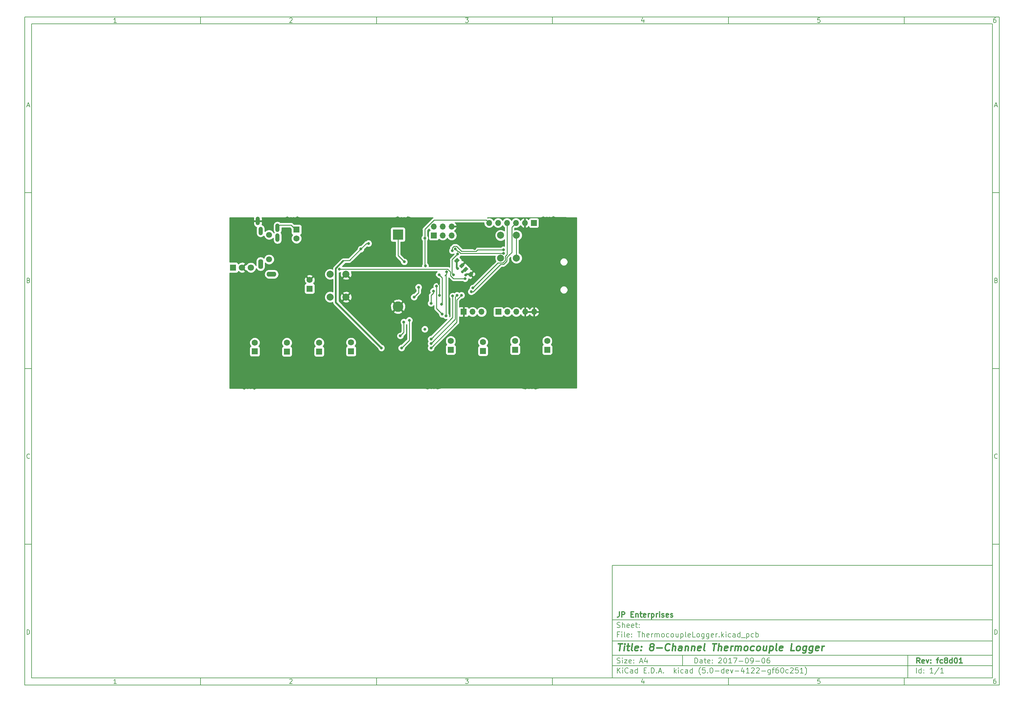
<source format=gbl>
%TF.GenerationSoftware,KiCad,Pcbnew,(5.0-dev-4122-gf60c251)*%
%TF.CreationDate,2018-08-13T09:47:59+01:00*%
%TF.ProjectId,ThermocoupleLogger,546865726D6F636F75706C654C6F6767,fc8d01*%
%TF.SameCoordinates,Original*%
%TF.FileFunction,Copper,L2,Bot,Plane*%
%TF.FilePolarity,Positive*%
%FSLAX46Y46*%
G04 Gerber Fmt 4.6, Leading zero omitted, Abs format (unit mm)*
G04 Created by KiCad (PCBNEW (5.0-dev-4122-gf60c251)) date Monday, 13 August 2018 at 09:47:59*
%MOMM*%
%LPD*%
G01*
G04 APERTURE LIST*
%ADD10C,0.100000*%
%ADD11C,0.150000*%
%ADD12C,0.300000*%
%ADD13C,0.400000*%
%TA.AperFunction,ComponentPad*%
%ADD14C,1.700000*%
%TD*%
%TA.AperFunction,ComponentPad*%
%ADD15O,2.800000X1.400000*%
%TD*%
%TA.AperFunction,ComponentPad*%
%ADD16O,1.400000X2.800000*%
%TD*%
%TA.AperFunction,ComponentPad*%
%ADD17O,1.208000X2.416000*%
%TD*%
%TA.AperFunction,ComponentPad*%
%ADD18C,2.000000*%
%TD*%
%TA.AperFunction,ComponentPad*%
%ADD19C,0.800000*%
%TD*%
%TA.AperFunction,ComponentPad*%
%ADD20C,5.400000*%
%TD*%
%TA.AperFunction,ComponentPad*%
%ADD21R,1.750000X1.750000*%
%TD*%
%TA.AperFunction,ComponentPad*%
%ADD22C,1.750000*%
%TD*%
%TA.AperFunction,ComponentPad*%
%ADD23C,1.800000*%
%TD*%
%TA.AperFunction,ComponentPad*%
%ADD24R,1.800000X1.800000*%
%TD*%
%TA.AperFunction,ComponentPad*%
%ADD25O,1.700000X1.700000*%
%TD*%
%TA.AperFunction,ComponentPad*%
%ADD26R,1.700000X1.700000*%
%TD*%
%TA.AperFunction,ComponentPad*%
%ADD27R,3.000000X3.000000*%
%TD*%
%TA.AperFunction,ComponentPad*%
%ADD28C,3.000000*%
%TD*%
%TA.AperFunction,SMDPad,CuDef*%
%ADD29C,1.000000*%
%TD*%
%TA.AperFunction,Conductor*%
%ADD30C,0.100000*%
%TD*%
%TA.AperFunction,ViaPad*%
%ADD31C,0.800000*%
%TD*%
%TA.AperFunction,ViaPad*%
%ADD32C,1.000000*%
%TD*%
%TA.AperFunction,Conductor*%
%ADD33C,0.250000*%
%TD*%
%TA.AperFunction,Conductor*%
%ADD34C,0.500000*%
%TD*%
%TA.AperFunction,Conductor*%
%ADD35C,0.254000*%
%TD*%
G04 APERTURE END LIST*
D10*
D11*
X177002200Y-166007200D02*
X177002200Y-198007200D01*
X285002200Y-198007200D01*
X285002200Y-166007200D01*
X177002200Y-166007200D01*
D10*
D11*
X10000000Y-10000000D02*
X10000000Y-200007200D01*
X287002200Y-200007200D01*
X287002200Y-10000000D01*
X10000000Y-10000000D01*
D10*
D11*
X12000000Y-12000000D02*
X12000000Y-198007200D01*
X285002200Y-198007200D01*
X285002200Y-12000000D01*
X12000000Y-12000000D01*
D10*
D11*
X60000000Y-12000000D02*
X60000000Y-10000000D01*
D10*
D11*
X110000000Y-12000000D02*
X110000000Y-10000000D01*
D10*
D11*
X160000000Y-12000000D02*
X160000000Y-10000000D01*
D10*
D11*
X210000000Y-12000000D02*
X210000000Y-10000000D01*
D10*
D11*
X260000000Y-12000000D02*
X260000000Y-10000000D01*
D10*
D11*
X36065476Y-11588095D02*
X35322619Y-11588095D01*
X35694047Y-11588095D02*
X35694047Y-10288095D01*
X35570238Y-10473809D01*
X35446428Y-10597619D01*
X35322619Y-10659523D01*
D10*
D11*
X85322619Y-10411904D02*
X85384523Y-10350000D01*
X85508333Y-10288095D01*
X85817857Y-10288095D01*
X85941666Y-10350000D01*
X86003571Y-10411904D01*
X86065476Y-10535714D01*
X86065476Y-10659523D01*
X86003571Y-10845238D01*
X85260714Y-11588095D01*
X86065476Y-11588095D01*
D10*
D11*
X135260714Y-10288095D02*
X136065476Y-10288095D01*
X135632142Y-10783333D01*
X135817857Y-10783333D01*
X135941666Y-10845238D01*
X136003571Y-10907142D01*
X136065476Y-11030952D01*
X136065476Y-11340476D01*
X136003571Y-11464285D01*
X135941666Y-11526190D01*
X135817857Y-11588095D01*
X135446428Y-11588095D01*
X135322619Y-11526190D01*
X135260714Y-11464285D01*
D10*
D11*
X185941666Y-10721428D02*
X185941666Y-11588095D01*
X185632142Y-10226190D02*
X185322619Y-11154761D01*
X186127380Y-11154761D01*
D10*
D11*
X236003571Y-10288095D02*
X235384523Y-10288095D01*
X235322619Y-10907142D01*
X235384523Y-10845238D01*
X235508333Y-10783333D01*
X235817857Y-10783333D01*
X235941666Y-10845238D01*
X236003571Y-10907142D01*
X236065476Y-11030952D01*
X236065476Y-11340476D01*
X236003571Y-11464285D01*
X235941666Y-11526190D01*
X235817857Y-11588095D01*
X235508333Y-11588095D01*
X235384523Y-11526190D01*
X235322619Y-11464285D01*
D10*
D11*
X285941666Y-10288095D02*
X285694047Y-10288095D01*
X285570238Y-10350000D01*
X285508333Y-10411904D01*
X285384523Y-10597619D01*
X285322619Y-10845238D01*
X285322619Y-11340476D01*
X285384523Y-11464285D01*
X285446428Y-11526190D01*
X285570238Y-11588095D01*
X285817857Y-11588095D01*
X285941666Y-11526190D01*
X286003571Y-11464285D01*
X286065476Y-11340476D01*
X286065476Y-11030952D01*
X286003571Y-10907142D01*
X285941666Y-10845238D01*
X285817857Y-10783333D01*
X285570238Y-10783333D01*
X285446428Y-10845238D01*
X285384523Y-10907142D01*
X285322619Y-11030952D01*
D10*
D11*
X60000000Y-198007200D02*
X60000000Y-200007200D01*
D10*
D11*
X110000000Y-198007200D02*
X110000000Y-200007200D01*
D10*
D11*
X160000000Y-198007200D02*
X160000000Y-200007200D01*
D10*
D11*
X210000000Y-198007200D02*
X210000000Y-200007200D01*
D10*
D11*
X260000000Y-198007200D02*
X260000000Y-200007200D01*
D10*
D11*
X36065476Y-199595295D02*
X35322619Y-199595295D01*
X35694047Y-199595295D02*
X35694047Y-198295295D01*
X35570238Y-198481009D01*
X35446428Y-198604819D01*
X35322619Y-198666723D01*
D10*
D11*
X85322619Y-198419104D02*
X85384523Y-198357200D01*
X85508333Y-198295295D01*
X85817857Y-198295295D01*
X85941666Y-198357200D01*
X86003571Y-198419104D01*
X86065476Y-198542914D01*
X86065476Y-198666723D01*
X86003571Y-198852438D01*
X85260714Y-199595295D01*
X86065476Y-199595295D01*
D10*
D11*
X135260714Y-198295295D02*
X136065476Y-198295295D01*
X135632142Y-198790533D01*
X135817857Y-198790533D01*
X135941666Y-198852438D01*
X136003571Y-198914342D01*
X136065476Y-199038152D01*
X136065476Y-199347676D01*
X136003571Y-199471485D01*
X135941666Y-199533390D01*
X135817857Y-199595295D01*
X135446428Y-199595295D01*
X135322619Y-199533390D01*
X135260714Y-199471485D01*
D10*
D11*
X185941666Y-198728628D02*
X185941666Y-199595295D01*
X185632142Y-198233390D02*
X185322619Y-199161961D01*
X186127380Y-199161961D01*
D10*
D11*
X236003571Y-198295295D02*
X235384523Y-198295295D01*
X235322619Y-198914342D01*
X235384523Y-198852438D01*
X235508333Y-198790533D01*
X235817857Y-198790533D01*
X235941666Y-198852438D01*
X236003571Y-198914342D01*
X236065476Y-199038152D01*
X236065476Y-199347676D01*
X236003571Y-199471485D01*
X235941666Y-199533390D01*
X235817857Y-199595295D01*
X235508333Y-199595295D01*
X235384523Y-199533390D01*
X235322619Y-199471485D01*
D10*
D11*
X285941666Y-198295295D02*
X285694047Y-198295295D01*
X285570238Y-198357200D01*
X285508333Y-198419104D01*
X285384523Y-198604819D01*
X285322619Y-198852438D01*
X285322619Y-199347676D01*
X285384523Y-199471485D01*
X285446428Y-199533390D01*
X285570238Y-199595295D01*
X285817857Y-199595295D01*
X285941666Y-199533390D01*
X286003571Y-199471485D01*
X286065476Y-199347676D01*
X286065476Y-199038152D01*
X286003571Y-198914342D01*
X285941666Y-198852438D01*
X285817857Y-198790533D01*
X285570238Y-198790533D01*
X285446428Y-198852438D01*
X285384523Y-198914342D01*
X285322619Y-199038152D01*
D10*
D11*
X10000000Y-60000000D02*
X12000000Y-60000000D01*
D10*
D11*
X10000000Y-110000000D02*
X12000000Y-110000000D01*
D10*
D11*
X10000000Y-160000000D02*
X12000000Y-160000000D01*
D10*
D11*
X10690476Y-35216666D02*
X11309523Y-35216666D01*
X10566666Y-35588095D02*
X11000000Y-34288095D01*
X11433333Y-35588095D01*
D10*
D11*
X11092857Y-84907142D02*
X11278571Y-84969047D01*
X11340476Y-85030952D01*
X11402380Y-85154761D01*
X11402380Y-85340476D01*
X11340476Y-85464285D01*
X11278571Y-85526190D01*
X11154761Y-85588095D01*
X10659523Y-85588095D01*
X10659523Y-84288095D01*
X11092857Y-84288095D01*
X11216666Y-84350000D01*
X11278571Y-84411904D01*
X11340476Y-84535714D01*
X11340476Y-84659523D01*
X11278571Y-84783333D01*
X11216666Y-84845238D01*
X11092857Y-84907142D01*
X10659523Y-84907142D01*
D10*
D11*
X11402380Y-135464285D02*
X11340476Y-135526190D01*
X11154761Y-135588095D01*
X11030952Y-135588095D01*
X10845238Y-135526190D01*
X10721428Y-135402380D01*
X10659523Y-135278571D01*
X10597619Y-135030952D01*
X10597619Y-134845238D01*
X10659523Y-134597619D01*
X10721428Y-134473809D01*
X10845238Y-134350000D01*
X11030952Y-134288095D01*
X11154761Y-134288095D01*
X11340476Y-134350000D01*
X11402380Y-134411904D01*
D10*
D11*
X10659523Y-185588095D02*
X10659523Y-184288095D01*
X10969047Y-184288095D01*
X11154761Y-184350000D01*
X11278571Y-184473809D01*
X11340476Y-184597619D01*
X11402380Y-184845238D01*
X11402380Y-185030952D01*
X11340476Y-185278571D01*
X11278571Y-185402380D01*
X11154761Y-185526190D01*
X10969047Y-185588095D01*
X10659523Y-185588095D01*
D10*
D11*
X287002200Y-60000000D02*
X285002200Y-60000000D01*
D10*
D11*
X287002200Y-110000000D02*
X285002200Y-110000000D01*
D10*
D11*
X287002200Y-160000000D02*
X285002200Y-160000000D01*
D10*
D11*
X285692676Y-35216666D02*
X286311723Y-35216666D01*
X285568866Y-35588095D02*
X286002200Y-34288095D01*
X286435533Y-35588095D01*
D10*
D11*
X286095057Y-84907142D02*
X286280771Y-84969047D01*
X286342676Y-85030952D01*
X286404580Y-85154761D01*
X286404580Y-85340476D01*
X286342676Y-85464285D01*
X286280771Y-85526190D01*
X286156961Y-85588095D01*
X285661723Y-85588095D01*
X285661723Y-84288095D01*
X286095057Y-84288095D01*
X286218866Y-84350000D01*
X286280771Y-84411904D01*
X286342676Y-84535714D01*
X286342676Y-84659523D01*
X286280771Y-84783333D01*
X286218866Y-84845238D01*
X286095057Y-84907142D01*
X285661723Y-84907142D01*
D10*
D11*
X286404580Y-135464285D02*
X286342676Y-135526190D01*
X286156961Y-135588095D01*
X286033152Y-135588095D01*
X285847438Y-135526190D01*
X285723628Y-135402380D01*
X285661723Y-135278571D01*
X285599819Y-135030952D01*
X285599819Y-134845238D01*
X285661723Y-134597619D01*
X285723628Y-134473809D01*
X285847438Y-134350000D01*
X286033152Y-134288095D01*
X286156961Y-134288095D01*
X286342676Y-134350000D01*
X286404580Y-134411904D01*
D10*
D11*
X285661723Y-185588095D02*
X285661723Y-184288095D01*
X285971247Y-184288095D01*
X286156961Y-184350000D01*
X286280771Y-184473809D01*
X286342676Y-184597619D01*
X286404580Y-184845238D01*
X286404580Y-185030952D01*
X286342676Y-185278571D01*
X286280771Y-185402380D01*
X286156961Y-185526190D01*
X285971247Y-185588095D01*
X285661723Y-185588095D01*
D10*
D11*
X200434342Y-193785771D02*
X200434342Y-192285771D01*
X200791485Y-192285771D01*
X201005771Y-192357200D01*
X201148628Y-192500057D01*
X201220057Y-192642914D01*
X201291485Y-192928628D01*
X201291485Y-193142914D01*
X201220057Y-193428628D01*
X201148628Y-193571485D01*
X201005771Y-193714342D01*
X200791485Y-193785771D01*
X200434342Y-193785771D01*
X202577200Y-193785771D02*
X202577200Y-193000057D01*
X202505771Y-192857200D01*
X202362914Y-192785771D01*
X202077200Y-192785771D01*
X201934342Y-192857200D01*
X202577200Y-193714342D02*
X202434342Y-193785771D01*
X202077200Y-193785771D01*
X201934342Y-193714342D01*
X201862914Y-193571485D01*
X201862914Y-193428628D01*
X201934342Y-193285771D01*
X202077200Y-193214342D01*
X202434342Y-193214342D01*
X202577200Y-193142914D01*
X203077200Y-192785771D02*
X203648628Y-192785771D01*
X203291485Y-192285771D02*
X203291485Y-193571485D01*
X203362914Y-193714342D01*
X203505771Y-193785771D01*
X203648628Y-193785771D01*
X204720057Y-193714342D02*
X204577200Y-193785771D01*
X204291485Y-193785771D01*
X204148628Y-193714342D01*
X204077200Y-193571485D01*
X204077200Y-193000057D01*
X204148628Y-192857200D01*
X204291485Y-192785771D01*
X204577200Y-192785771D01*
X204720057Y-192857200D01*
X204791485Y-193000057D01*
X204791485Y-193142914D01*
X204077200Y-193285771D01*
X205434342Y-193642914D02*
X205505771Y-193714342D01*
X205434342Y-193785771D01*
X205362914Y-193714342D01*
X205434342Y-193642914D01*
X205434342Y-193785771D01*
X205434342Y-192857200D02*
X205505771Y-192928628D01*
X205434342Y-193000057D01*
X205362914Y-192928628D01*
X205434342Y-192857200D01*
X205434342Y-193000057D01*
X207220057Y-192428628D02*
X207291485Y-192357200D01*
X207434342Y-192285771D01*
X207791485Y-192285771D01*
X207934342Y-192357200D01*
X208005771Y-192428628D01*
X208077200Y-192571485D01*
X208077200Y-192714342D01*
X208005771Y-192928628D01*
X207148628Y-193785771D01*
X208077200Y-193785771D01*
X209005771Y-192285771D02*
X209148628Y-192285771D01*
X209291485Y-192357200D01*
X209362914Y-192428628D01*
X209434342Y-192571485D01*
X209505771Y-192857200D01*
X209505771Y-193214342D01*
X209434342Y-193500057D01*
X209362914Y-193642914D01*
X209291485Y-193714342D01*
X209148628Y-193785771D01*
X209005771Y-193785771D01*
X208862914Y-193714342D01*
X208791485Y-193642914D01*
X208720057Y-193500057D01*
X208648628Y-193214342D01*
X208648628Y-192857200D01*
X208720057Y-192571485D01*
X208791485Y-192428628D01*
X208862914Y-192357200D01*
X209005771Y-192285771D01*
X210934342Y-193785771D02*
X210077200Y-193785771D01*
X210505771Y-193785771D02*
X210505771Y-192285771D01*
X210362914Y-192500057D01*
X210220057Y-192642914D01*
X210077200Y-192714342D01*
X211434342Y-192285771D02*
X212434342Y-192285771D01*
X211791485Y-193785771D01*
X213005771Y-193214342D02*
X214148628Y-193214342D01*
X215148628Y-192285771D02*
X215291485Y-192285771D01*
X215434342Y-192357200D01*
X215505771Y-192428628D01*
X215577200Y-192571485D01*
X215648628Y-192857200D01*
X215648628Y-193214342D01*
X215577200Y-193500057D01*
X215505771Y-193642914D01*
X215434342Y-193714342D01*
X215291485Y-193785771D01*
X215148628Y-193785771D01*
X215005771Y-193714342D01*
X214934342Y-193642914D01*
X214862914Y-193500057D01*
X214791485Y-193214342D01*
X214791485Y-192857200D01*
X214862914Y-192571485D01*
X214934342Y-192428628D01*
X215005771Y-192357200D01*
X215148628Y-192285771D01*
X216362914Y-193785771D02*
X216648628Y-193785771D01*
X216791485Y-193714342D01*
X216862914Y-193642914D01*
X217005771Y-193428628D01*
X217077200Y-193142914D01*
X217077200Y-192571485D01*
X217005771Y-192428628D01*
X216934342Y-192357200D01*
X216791485Y-192285771D01*
X216505771Y-192285771D01*
X216362914Y-192357200D01*
X216291485Y-192428628D01*
X216220057Y-192571485D01*
X216220057Y-192928628D01*
X216291485Y-193071485D01*
X216362914Y-193142914D01*
X216505771Y-193214342D01*
X216791485Y-193214342D01*
X216934342Y-193142914D01*
X217005771Y-193071485D01*
X217077200Y-192928628D01*
X217720057Y-193214342D02*
X218862914Y-193214342D01*
X219862914Y-192285771D02*
X220005771Y-192285771D01*
X220148628Y-192357200D01*
X220220057Y-192428628D01*
X220291485Y-192571485D01*
X220362914Y-192857200D01*
X220362914Y-193214342D01*
X220291485Y-193500057D01*
X220220057Y-193642914D01*
X220148628Y-193714342D01*
X220005771Y-193785771D01*
X219862914Y-193785771D01*
X219720057Y-193714342D01*
X219648628Y-193642914D01*
X219577200Y-193500057D01*
X219505771Y-193214342D01*
X219505771Y-192857200D01*
X219577200Y-192571485D01*
X219648628Y-192428628D01*
X219720057Y-192357200D01*
X219862914Y-192285771D01*
X221648628Y-192285771D02*
X221362914Y-192285771D01*
X221220057Y-192357200D01*
X221148628Y-192428628D01*
X221005771Y-192642914D01*
X220934342Y-192928628D01*
X220934342Y-193500057D01*
X221005771Y-193642914D01*
X221077200Y-193714342D01*
X221220057Y-193785771D01*
X221505771Y-193785771D01*
X221648628Y-193714342D01*
X221720057Y-193642914D01*
X221791485Y-193500057D01*
X221791485Y-193142914D01*
X221720057Y-193000057D01*
X221648628Y-192928628D01*
X221505771Y-192857200D01*
X221220057Y-192857200D01*
X221077200Y-192928628D01*
X221005771Y-193000057D01*
X220934342Y-193142914D01*
D10*
D11*
X177002200Y-194507200D02*
X285002200Y-194507200D01*
D10*
D11*
X178434342Y-196585771D02*
X178434342Y-195085771D01*
X179291485Y-196585771D02*
X178648628Y-195728628D01*
X179291485Y-195085771D02*
X178434342Y-195942914D01*
X179934342Y-196585771D02*
X179934342Y-195585771D01*
X179934342Y-195085771D02*
X179862914Y-195157200D01*
X179934342Y-195228628D01*
X180005771Y-195157200D01*
X179934342Y-195085771D01*
X179934342Y-195228628D01*
X181505771Y-196442914D02*
X181434342Y-196514342D01*
X181220057Y-196585771D01*
X181077200Y-196585771D01*
X180862914Y-196514342D01*
X180720057Y-196371485D01*
X180648628Y-196228628D01*
X180577200Y-195942914D01*
X180577200Y-195728628D01*
X180648628Y-195442914D01*
X180720057Y-195300057D01*
X180862914Y-195157200D01*
X181077200Y-195085771D01*
X181220057Y-195085771D01*
X181434342Y-195157200D01*
X181505771Y-195228628D01*
X182791485Y-196585771D02*
X182791485Y-195800057D01*
X182720057Y-195657200D01*
X182577200Y-195585771D01*
X182291485Y-195585771D01*
X182148628Y-195657200D01*
X182791485Y-196514342D02*
X182648628Y-196585771D01*
X182291485Y-196585771D01*
X182148628Y-196514342D01*
X182077200Y-196371485D01*
X182077200Y-196228628D01*
X182148628Y-196085771D01*
X182291485Y-196014342D01*
X182648628Y-196014342D01*
X182791485Y-195942914D01*
X184148628Y-196585771D02*
X184148628Y-195085771D01*
X184148628Y-196514342D02*
X184005771Y-196585771D01*
X183720057Y-196585771D01*
X183577200Y-196514342D01*
X183505771Y-196442914D01*
X183434342Y-196300057D01*
X183434342Y-195871485D01*
X183505771Y-195728628D01*
X183577200Y-195657200D01*
X183720057Y-195585771D01*
X184005771Y-195585771D01*
X184148628Y-195657200D01*
X186005771Y-195800057D02*
X186505771Y-195800057D01*
X186720057Y-196585771D02*
X186005771Y-196585771D01*
X186005771Y-195085771D01*
X186720057Y-195085771D01*
X187362914Y-196442914D02*
X187434342Y-196514342D01*
X187362914Y-196585771D01*
X187291485Y-196514342D01*
X187362914Y-196442914D01*
X187362914Y-196585771D01*
X188077200Y-196585771D02*
X188077200Y-195085771D01*
X188434342Y-195085771D01*
X188648628Y-195157200D01*
X188791485Y-195300057D01*
X188862914Y-195442914D01*
X188934342Y-195728628D01*
X188934342Y-195942914D01*
X188862914Y-196228628D01*
X188791485Y-196371485D01*
X188648628Y-196514342D01*
X188434342Y-196585771D01*
X188077200Y-196585771D01*
X189577200Y-196442914D02*
X189648628Y-196514342D01*
X189577200Y-196585771D01*
X189505771Y-196514342D01*
X189577200Y-196442914D01*
X189577200Y-196585771D01*
X190220057Y-196157200D02*
X190934342Y-196157200D01*
X190077200Y-196585771D02*
X190577200Y-195085771D01*
X191077200Y-196585771D01*
X191577200Y-196442914D02*
X191648628Y-196514342D01*
X191577200Y-196585771D01*
X191505771Y-196514342D01*
X191577200Y-196442914D01*
X191577200Y-196585771D01*
X194577200Y-196585771D02*
X194577200Y-195085771D01*
X194720057Y-196014342D02*
X195148628Y-196585771D01*
X195148628Y-195585771D02*
X194577200Y-196157200D01*
X195791485Y-196585771D02*
X195791485Y-195585771D01*
X195791485Y-195085771D02*
X195720057Y-195157200D01*
X195791485Y-195228628D01*
X195862914Y-195157200D01*
X195791485Y-195085771D01*
X195791485Y-195228628D01*
X197148628Y-196514342D02*
X197005771Y-196585771D01*
X196720057Y-196585771D01*
X196577200Y-196514342D01*
X196505771Y-196442914D01*
X196434342Y-196300057D01*
X196434342Y-195871485D01*
X196505771Y-195728628D01*
X196577200Y-195657200D01*
X196720057Y-195585771D01*
X197005771Y-195585771D01*
X197148628Y-195657200D01*
X198434342Y-196585771D02*
X198434342Y-195800057D01*
X198362914Y-195657200D01*
X198220057Y-195585771D01*
X197934342Y-195585771D01*
X197791485Y-195657200D01*
X198434342Y-196514342D02*
X198291485Y-196585771D01*
X197934342Y-196585771D01*
X197791485Y-196514342D01*
X197720057Y-196371485D01*
X197720057Y-196228628D01*
X197791485Y-196085771D01*
X197934342Y-196014342D01*
X198291485Y-196014342D01*
X198434342Y-195942914D01*
X199791485Y-196585771D02*
X199791485Y-195085771D01*
X199791485Y-196514342D02*
X199648628Y-196585771D01*
X199362914Y-196585771D01*
X199220057Y-196514342D01*
X199148628Y-196442914D01*
X199077200Y-196300057D01*
X199077200Y-195871485D01*
X199148628Y-195728628D01*
X199220057Y-195657200D01*
X199362914Y-195585771D01*
X199648628Y-195585771D01*
X199791485Y-195657200D01*
X202077200Y-197157200D02*
X202005771Y-197085771D01*
X201862914Y-196871485D01*
X201791485Y-196728628D01*
X201720057Y-196514342D01*
X201648628Y-196157200D01*
X201648628Y-195871485D01*
X201720057Y-195514342D01*
X201791485Y-195300057D01*
X201862914Y-195157200D01*
X202005771Y-194942914D01*
X202077200Y-194871485D01*
X203362914Y-195085771D02*
X202648628Y-195085771D01*
X202577200Y-195800057D01*
X202648628Y-195728628D01*
X202791485Y-195657200D01*
X203148628Y-195657200D01*
X203291485Y-195728628D01*
X203362914Y-195800057D01*
X203434342Y-195942914D01*
X203434342Y-196300057D01*
X203362914Y-196442914D01*
X203291485Y-196514342D01*
X203148628Y-196585771D01*
X202791485Y-196585771D01*
X202648628Y-196514342D01*
X202577200Y-196442914D01*
X204077200Y-196442914D02*
X204148628Y-196514342D01*
X204077200Y-196585771D01*
X204005771Y-196514342D01*
X204077200Y-196442914D01*
X204077200Y-196585771D01*
X205077200Y-195085771D02*
X205220057Y-195085771D01*
X205362914Y-195157200D01*
X205434342Y-195228628D01*
X205505771Y-195371485D01*
X205577200Y-195657200D01*
X205577200Y-196014342D01*
X205505771Y-196300057D01*
X205434342Y-196442914D01*
X205362914Y-196514342D01*
X205220057Y-196585771D01*
X205077200Y-196585771D01*
X204934342Y-196514342D01*
X204862914Y-196442914D01*
X204791485Y-196300057D01*
X204720057Y-196014342D01*
X204720057Y-195657200D01*
X204791485Y-195371485D01*
X204862914Y-195228628D01*
X204934342Y-195157200D01*
X205077200Y-195085771D01*
X206220057Y-196014342D02*
X207362914Y-196014342D01*
X208720057Y-196585771D02*
X208720057Y-195085771D01*
X208720057Y-196514342D02*
X208577200Y-196585771D01*
X208291485Y-196585771D01*
X208148628Y-196514342D01*
X208077200Y-196442914D01*
X208005771Y-196300057D01*
X208005771Y-195871485D01*
X208077200Y-195728628D01*
X208148628Y-195657200D01*
X208291485Y-195585771D01*
X208577200Y-195585771D01*
X208720057Y-195657200D01*
X210005771Y-196514342D02*
X209862914Y-196585771D01*
X209577200Y-196585771D01*
X209434342Y-196514342D01*
X209362914Y-196371485D01*
X209362914Y-195800057D01*
X209434342Y-195657200D01*
X209577200Y-195585771D01*
X209862914Y-195585771D01*
X210005771Y-195657200D01*
X210077200Y-195800057D01*
X210077200Y-195942914D01*
X209362914Y-196085771D01*
X210577200Y-195585771D02*
X210934342Y-196585771D01*
X211291485Y-195585771D01*
X211862914Y-196014342D02*
X213005771Y-196014342D01*
X214362914Y-195585771D02*
X214362914Y-196585771D01*
X214005771Y-195014342D02*
X213648628Y-196085771D01*
X214577200Y-196085771D01*
X215934342Y-196585771D02*
X215077200Y-196585771D01*
X215505771Y-196585771D02*
X215505771Y-195085771D01*
X215362914Y-195300057D01*
X215220057Y-195442914D01*
X215077200Y-195514342D01*
X216505771Y-195228628D02*
X216577200Y-195157200D01*
X216720057Y-195085771D01*
X217077200Y-195085771D01*
X217220057Y-195157200D01*
X217291485Y-195228628D01*
X217362914Y-195371485D01*
X217362914Y-195514342D01*
X217291485Y-195728628D01*
X216434342Y-196585771D01*
X217362914Y-196585771D01*
X217934342Y-195228628D02*
X218005771Y-195157200D01*
X218148628Y-195085771D01*
X218505771Y-195085771D01*
X218648628Y-195157200D01*
X218720057Y-195228628D01*
X218791485Y-195371485D01*
X218791485Y-195514342D01*
X218720057Y-195728628D01*
X217862914Y-196585771D01*
X218791485Y-196585771D01*
X219434342Y-196014342D02*
X220577200Y-196014342D01*
X221934342Y-195585771D02*
X221934342Y-196800057D01*
X221862914Y-196942914D01*
X221791485Y-197014342D01*
X221648628Y-197085771D01*
X221434342Y-197085771D01*
X221291485Y-197014342D01*
X221934342Y-196514342D02*
X221791485Y-196585771D01*
X221505771Y-196585771D01*
X221362914Y-196514342D01*
X221291485Y-196442914D01*
X221220057Y-196300057D01*
X221220057Y-195871485D01*
X221291485Y-195728628D01*
X221362914Y-195657200D01*
X221505771Y-195585771D01*
X221791485Y-195585771D01*
X221934342Y-195657200D01*
X222434342Y-195585771D02*
X223005771Y-195585771D01*
X222648628Y-196585771D02*
X222648628Y-195300057D01*
X222720057Y-195157200D01*
X222862914Y-195085771D01*
X223005771Y-195085771D01*
X224148628Y-195085771D02*
X223862914Y-195085771D01*
X223720057Y-195157200D01*
X223648628Y-195228628D01*
X223505771Y-195442914D01*
X223434342Y-195728628D01*
X223434342Y-196300057D01*
X223505771Y-196442914D01*
X223577200Y-196514342D01*
X223720057Y-196585771D01*
X224005771Y-196585771D01*
X224148628Y-196514342D01*
X224220057Y-196442914D01*
X224291485Y-196300057D01*
X224291485Y-195942914D01*
X224220057Y-195800057D01*
X224148628Y-195728628D01*
X224005771Y-195657200D01*
X223720057Y-195657200D01*
X223577200Y-195728628D01*
X223505771Y-195800057D01*
X223434342Y-195942914D01*
X225220057Y-195085771D02*
X225362914Y-195085771D01*
X225505771Y-195157200D01*
X225577200Y-195228628D01*
X225648628Y-195371485D01*
X225720057Y-195657200D01*
X225720057Y-196014342D01*
X225648628Y-196300057D01*
X225577200Y-196442914D01*
X225505771Y-196514342D01*
X225362914Y-196585771D01*
X225220057Y-196585771D01*
X225077200Y-196514342D01*
X225005771Y-196442914D01*
X224934342Y-196300057D01*
X224862914Y-196014342D01*
X224862914Y-195657200D01*
X224934342Y-195371485D01*
X225005771Y-195228628D01*
X225077200Y-195157200D01*
X225220057Y-195085771D01*
X227005771Y-196514342D02*
X226862914Y-196585771D01*
X226577200Y-196585771D01*
X226434342Y-196514342D01*
X226362914Y-196442914D01*
X226291485Y-196300057D01*
X226291485Y-195871485D01*
X226362914Y-195728628D01*
X226434342Y-195657200D01*
X226577200Y-195585771D01*
X226862914Y-195585771D01*
X227005771Y-195657200D01*
X227577199Y-195228628D02*
X227648628Y-195157200D01*
X227791485Y-195085771D01*
X228148628Y-195085771D01*
X228291485Y-195157200D01*
X228362914Y-195228628D01*
X228434342Y-195371485D01*
X228434342Y-195514342D01*
X228362914Y-195728628D01*
X227505771Y-196585771D01*
X228434342Y-196585771D01*
X229791485Y-195085771D02*
X229077199Y-195085771D01*
X229005771Y-195800057D01*
X229077199Y-195728628D01*
X229220057Y-195657200D01*
X229577199Y-195657200D01*
X229720057Y-195728628D01*
X229791485Y-195800057D01*
X229862914Y-195942914D01*
X229862914Y-196300057D01*
X229791485Y-196442914D01*
X229720057Y-196514342D01*
X229577199Y-196585771D01*
X229220057Y-196585771D01*
X229077199Y-196514342D01*
X229005771Y-196442914D01*
X231291485Y-196585771D02*
X230434342Y-196585771D01*
X230862914Y-196585771D02*
X230862914Y-195085771D01*
X230720057Y-195300057D01*
X230577199Y-195442914D01*
X230434342Y-195514342D01*
X231791485Y-197157200D02*
X231862914Y-197085771D01*
X232005771Y-196871485D01*
X232077199Y-196728628D01*
X232148628Y-196514342D01*
X232220057Y-196157200D01*
X232220057Y-195871485D01*
X232148628Y-195514342D01*
X232077199Y-195300057D01*
X232005771Y-195157200D01*
X231862914Y-194942914D01*
X231791485Y-194871485D01*
D10*
D11*
X177002200Y-191507200D02*
X285002200Y-191507200D01*
D10*
D12*
X264411485Y-193785771D02*
X263911485Y-193071485D01*
X263554342Y-193785771D02*
X263554342Y-192285771D01*
X264125771Y-192285771D01*
X264268628Y-192357200D01*
X264340057Y-192428628D01*
X264411485Y-192571485D01*
X264411485Y-192785771D01*
X264340057Y-192928628D01*
X264268628Y-193000057D01*
X264125771Y-193071485D01*
X263554342Y-193071485D01*
X265625771Y-193714342D02*
X265482914Y-193785771D01*
X265197200Y-193785771D01*
X265054342Y-193714342D01*
X264982914Y-193571485D01*
X264982914Y-193000057D01*
X265054342Y-192857200D01*
X265197200Y-192785771D01*
X265482914Y-192785771D01*
X265625771Y-192857200D01*
X265697200Y-193000057D01*
X265697200Y-193142914D01*
X264982914Y-193285771D01*
X266197200Y-192785771D02*
X266554342Y-193785771D01*
X266911485Y-192785771D01*
X267482914Y-193642914D02*
X267554342Y-193714342D01*
X267482914Y-193785771D01*
X267411485Y-193714342D01*
X267482914Y-193642914D01*
X267482914Y-193785771D01*
X267482914Y-192857200D02*
X267554342Y-192928628D01*
X267482914Y-193000057D01*
X267411485Y-192928628D01*
X267482914Y-192857200D01*
X267482914Y-193000057D01*
X269125771Y-192785771D02*
X269697200Y-192785771D01*
X269340057Y-193785771D02*
X269340057Y-192500057D01*
X269411485Y-192357200D01*
X269554342Y-192285771D01*
X269697200Y-192285771D01*
X270840057Y-193714342D02*
X270697200Y-193785771D01*
X270411485Y-193785771D01*
X270268628Y-193714342D01*
X270197200Y-193642914D01*
X270125771Y-193500057D01*
X270125771Y-193071485D01*
X270197200Y-192928628D01*
X270268628Y-192857200D01*
X270411485Y-192785771D01*
X270697200Y-192785771D01*
X270840057Y-192857200D01*
X271697200Y-192928628D02*
X271554342Y-192857200D01*
X271482914Y-192785771D01*
X271411485Y-192642914D01*
X271411485Y-192571485D01*
X271482914Y-192428628D01*
X271554342Y-192357200D01*
X271697200Y-192285771D01*
X271982914Y-192285771D01*
X272125771Y-192357200D01*
X272197200Y-192428628D01*
X272268628Y-192571485D01*
X272268628Y-192642914D01*
X272197200Y-192785771D01*
X272125771Y-192857200D01*
X271982914Y-192928628D01*
X271697200Y-192928628D01*
X271554342Y-193000057D01*
X271482914Y-193071485D01*
X271411485Y-193214342D01*
X271411485Y-193500057D01*
X271482914Y-193642914D01*
X271554342Y-193714342D01*
X271697200Y-193785771D01*
X271982914Y-193785771D01*
X272125771Y-193714342D01*
X272197200Y-193642914D01*
X272268628Y-193500057D01*
X272268628Y-193214342D01*
X272197200Y-193071485D01*
X272125771Y-193000057D01*
X271982914Y-192928628D01*
X273554342Y-193785771D02*
X273554342Y-192285771D01*
X273554342Y-193714342D02*
X273411485Y-193785771D01*
X273125771Y-193785771D01*
X272982914Y-193714342D01*
X272911485Y-193642914D01*
X272840057Y-193500057D01*
X272840057Y-193071485D01*
X272911485Y-192928628D01*
X272982914Y-192857200D01*
X273125771Y-192785771D01*
X273411485Y-192785771D01*
X273554342Y-192857200D01*
X274554342Y-192285771D02*
X274697200Y-192285771D01*
X274840057Y-192357200D01*
X274911485Y-192428628D01*
X274982914Y-192571485D01*
X275054342Y-192857200D01*
X275054342Y-193214342D01*
X274982914Y-193500057D01*
X274911485Y-193642914D01*
X274840057Y-193714342D01*
X274697200Y-193785771D01*
X274554342Y-193785771D01*
X274411485Y-193714342D01*
X274340057Y-193642914D01*
X274268628Y-193500057D01*
X274197200Y-193214342D01*
X274197200Y-192857200D01*
X274268628Y-192571485D01*
X274340057Y-192428628D01*
X274411485Y-192357200D01*
X274554342Y-192285771D01*
X276482914Y-193785771D02*
X275625771Y-193785771D01*
X276054342Y-193785771D02*
X276054342Y-192285771D01*
X275911485Y-192500057D01*
X275768628Y-192642914D01*
X275625771Y-192714342D01*
D10*
D11*
X178362914Y-193714342D02*
X178577200Y-193785771D01*
X178934342Y-193785771D01*
X179077200Y-193714342D01*
X179148628Y-193642914D01*
X179220057Y-193500057D01*
X179220057Y-193357200D01*
X179148628Y-193214342D01*
X179077200Y-193142914D01*
X178934342Y-193071485D01*
X178648628Y-193000057D01*
X178505771Y-192928628D01*
X178434342Y-192857200D01*
X178362914Y-192714342D01*
X178362914Y-192571485D01*
X178434342Y-192428628D01*
X178505771Y-192357200D01*
X178648628Y-192285771D01*
X179005771Y-192285771D01*
X179220057Y-192357200D01*
X179862914Y-193785771D02*
X179862914Y-192785771D01*
X179862914Y-192285771D02*
X179791485Y-192357200D01*
X179862914Y-192428628D01*
X179934342Y-192357200D01*
X179862914Y-192285771D01*
X179862914Y-192428628D01*
X180434342Y-192785771D02*
X181220057Y-192785771D01*
X180434342Y-193785771D01*
X181220057Y-193785771D01*
X182362914Y-193714342D02*
X182220057Y-193785771D01*
X181934342Y-193785771D01*
X181791485Y-193714342D01*
X181720057Y-193571485D01*
X181720057Y-193000057D01*
X181791485Y-192857200D01*
X181934342Y-192785771D01*
X182220057Y-192785771D01*
X182362914Y-192857200D01*
X182434342Y-193000057D01*
X182434342Y-193142914D01*
X181720057Y-193285771D01*
X183077200Y-193642914D02*
X183148628Y-193714342D01*
X183077200Y-193785771D01*
X183005771Y-193714342D01*
X183077200Y-193642914D01*
X183077200Y-193785771D01*
X183077200Y-192857200D02*
X183148628Y-192928628D01*
X183077200Y-193000057D01*
X183005771Y-192928628D01*
X183077200Y-192857200D01*
X183077200Y-193000057D01*
X184862914Y-193357200D02*
X185577200Y-193357200D01*
X184720057Y-193785771D02*
X185220057Y-192285771D01*
X185720057Y-193785771D01*
X186862914Y-192785771D02*
X186862914Y-193785771D01*
X186505771Y-192214342D02*
X186148628Y-193285771D01*
X187077200Y-193285771D01*
D10*
D11*
X263434342Y-196585771D02*
X263434342Y-195085771D01*
X264791485Y-196585771D02*
X264791485Y-195085771D01*
X264791485Y-196514342D02*
X264648628Y-196585771D01*
X264362914Y-196585771D01*
X264220057Y-196514342D01*
X264148628Y-196442914D01*
X264077200Y-196300057D01*
X264077200Y-195871485D01*
X264148628Y-195728628D01*
X264220057Y-195657200D01*
X264362914Y-195585771D01*
X264648628Y-195585771D01*
X264791485Y-195657200D01*
X265505771Y-196442914D02*
X265577200Y-196514342D01*
X265505771Y-196585771D01*
X265434342Y-196514342D01*
X265505771Y-196442914D01*
X265505771Y-196585771D01*
X265505771Y-195657200D02*
X265577200Y-195728628D01*
X265505771Y-195800057D01*
X265434342Y-195728628D01*
X265505771Y-195657200D01*
X265505771Y-195800057D01*
X268148628Y-196585771D02*
X267291485Y-196585771D01*
X267720057Y-196585771D02*
X267720057Y-195085771D01*
X267577200Y-195300057D01*
X267434342Y-195442914D01*
X267291485Y-195514342D01*
X269862914Y-195014342D02*
X268577200Y-196942914D01*
X271148628Y-196585771D02*
X270291485Y-196585771D01*
X270720057Y-196585771D02*
X270720057Y-195085771D01*
X270577200Y-195300057D01*
X270434342Y-195442914D01*
X270291485Y-195514342D01*
D10*
D11*
X177002200Y-187507200D02*
X285002200Y-187507200D01*
D10*
D13*
X178714580Y-188211961D02*
X179857438Y-188211961D01*
X179036009Y-190211961D02*
X179286009Y-188211961D01*
X180274104Y-190211961D02*
X180440771Y-188878628D01*
X180524104Y-188211961D02*
X180416961Y-188307200D01*
X180500295Y-188402438D01*
X180607438Y-188307200D01*
X180524104Y-188211961D01*
X180500295Y-188402438D01*
X181107438Y-188878628D02*
X181869342Y-188878628D01*
X181476485Y-188211961D02*
X181262200Y-189926247D01*
X181333628Y-190116723D01*
X181512200Y-190211961D01*
X181702676Y-190211961D01*
X182655057Y-190211961D02*
X182476485Y-190116723D01*
X182405057Y-189926247D01*
X182619342Y-188211961D01*
X184190771Y-190116723D02*
X183988390Y-190211961D01*
X183607438Y-190211961D01*
X183428866Y-190116723D01*
X183357438Y-189926247D01*
X183452676Y-189164342D01*
X183571723Y-188973866D01*
X183774104Y-188878628D01*
X184155057Y-188878628D01*
X184333628Y-188973866D01*
X184405057Y-189164342D01*
X184381247Y-189354819D01*
X183405057Y-189545295D01*
X185155057Y-190021485D02*
X185238390Y-190116723D01*
X185131247Y-190211961D01*
X185047914Y-190116723D01*
X185155057Y-190021485D01*
X185131247Y-190211961D01*
X185286009Y-188973866D02*
X185369342Y-189069104D01*
X185262200Y-189164342D01*
X185178866Y-189069104D01*
X185286009Y-188973866D01*
X185262200Y-189164342D01*
X188036009Y-189069104D02*
X187857438Y-188973866D01*
X187774104Y-188878628D01*
X187702676Y-188688152D01*
X187714580Y-188592914D01*
X187833628Y-188402438D01*
X187940771Y-188307200D01*
X188143152Y-188211961D01*
X188524104Y-188211961D01*
X188702676Y-188307200D01*
X188786009Y-188402438D01*
X188857438Y-188592914D01*
X188845533Y-188688152D01*
X188726485Y-188878628D01*
X188619342Y-188973866D01*
X188416961Y-189069104D01*
X188036009Y-189069104D01*
X187833628Y-189164342D01*
X187726485Y-189259580D01*
X187607438Y-189450057D01*
X187559819Y-189831009D01*
X187631247Y-190021485D01*
X187714580Y-190116723D01*
X187893152Y-190211961D01*
X188274104Y-190211961D01*
X188476485Y-190116723D01*
X188583628Y-190021485D01*
X188702676Y-189831009D01*
X188750295Y-189450057D01*
X188678866Y-189259580D01*
X188595533Y-189164342D01*
X188416961Y-189069104D01*
X189607438Y-189450057D02*
X191131247Y-189450057D01*
X193155057Y-190021485D02*
X193047914Y-190116723D01*
X192750295Y-190211961D01*
X192559819Y-190211961D01*
X192286009Y-190116723D01*
X192119342Y-189926247D01*
X192047914Y-189735771D01*
X192000295Y-189354819D01*
X192036009Y-189069104D01*
X192178866Y-188688152D01*
X192297914Y-188497676D01*
X192512200Y-188307200D01*
X192809819Y-188211961D01*
X193000295Y-188211961D01*
X193274104Y-188307200D01*
X193357438Y-188402438D01*
X193988390Y-190211961D02*
X194238390Y-188211961D01*
X194845533Y-190211961D02*
X194976485Y-189164342D01*
X194905057Y-188973866D01*
X194726485Y-188878628D01*
X194440771Y-188878628D01*
X194238390Y-188973866D01*
X194131247Y-189069104D01*
X196655057Y-190211961D02*
X196786009Y-189164342D01*
X196714580Y-188973866D01*
X196536009Y-188878628D01*
X196155057Y-188878628D01*
X195952676Y-188973866D01*
X196666961Y-190116723D02*
X196464580Y-190211961D01*
X195988390Y-190211961D01*
X195809819Y-190116723D01*
X195738390Y-189926247D01*
X195762200Y-189735771D01*
X195881247Y-189545295D01*
X196083628Y-189450057D01*
X196559819Y-189450057D01*
X196762200Y-189354819D01*
X197774104Y-188878628D02*
X197607438Y-190211961D01*
X197750295Y-189069104D02*
X197857438Y-188973866D01*
X198059819Y-188878628D01*
X198345533Y-188878628D01*
X198524104Y-188973866D01*
X198595533Y-189164342D01*
X198464580Y-190211961D01*
X199583628Y-188878628D02*
X199416961Y-190211961D01*
X199559819Y-189069104D02*
X199666961Y-188973866D01*
X199869342Y-188878628D01*
X200155057Y-188878628D01*
X200333628Y-188973866D01*
X200405057Y-189164342D01*
X200274104Y-190211961D01*
X202000295Y-190116723D02*
X201797914Y-190211961D01*
X201416961Y-190211961D01*
X201238390Y-190116723D01*
X201166961Y-189926247D01*
X201262200Y-189164342D01*
X201381247Y-188973866D01*
X201583628Y-188878628D01*
X201964580Y-188878628D01*
X202143152Y-188973866D01*
X202214580Y-189164342D01*
X202190771Y-189354819D01*
X201214580Y-189545295D01*
X203226485Y-190211961D02*
X203047914Y-190116723D01*
X202976485Y-189926247D01*
X203190771Y-188211961D01*
X205476485Y-188211961D02*
X206619342Y-188211961D01*
X205797914Y-190211961D02*
X206047914Y-188211961D01*
X207036009Y-190211961D02*
X207286009Y-188211961D01*
X207893152Y-190211961D02*
X208024104Y-189164342D01*
X207952676Y-188973866D01*
X207774104Y-188878628D01*
X207488390Y-188878628D01*
X207286009Y-188973866D01*
X207178866Y-189069104D01*
X209619342Y-190116723D02*
X209416961Y-190211961D01*
X209036009Y-190211961D01*
X208857438Y-190116723D01*
X208786009Y-189926247D01*
X208881247Y-189164342D01*
X209000295Y-188973866D01*
X209202676Y-188878628D01*
X209583628Y-188878628D01*
X209762200Y-188973866D01*
X209833628Y-189164342D01*
X209809819Y-189354819D01*
X208833628Y-189545295D01*
X210559819Y-190211961D02*
X210726485Y-188878628D01*
X210678866Y-189259580D02*
X210797914Y-189069104D01*
X210905057Y-188973866D01*
X211107438Y-188878628D01*
X211297914Y-188878628D01*
X211797914Y-190211961D02*
X211964580Y-188878628D01*
X211940771Y-189069104D02*
X212047914Y-188973866D01*
X212250295Y-188878628D01*
X212536009Y-188878628D01*
X212714580Y-188973866D01*
X212786009Y-189164342D01*
X212655057Y-190211961D01*
X212786009Y-189164342D02*
X212905057Y-188973866D01*
X213107438Y-188878628D01*
X213393152Y-188878628D01*
X213571723Y-188973866D01*
X213643152Y-189164342D01*
X213512200Y-190211961D01*
X214750295Y-190211961D02*
X214571723Y-190116723D01*
X214488390Y-190021485D01*
X214416961Y-189831009D01*
X214488390Y-189259580D01*
X214607438Y-189069104D01*
X214714580Y-188973866D01*
X214916961Y-188878628D01*
X215202676Y-188878628D01*
X215381247Y-188973866D01*
X215464580Y-189069104D01*
X215536009Y-189259580D01*
X215464580Y-189831009D01*
X215345533Y-190021485D01*
X215238390Y-190116723D01*
X215036009Y-190211961D01*
X214750295Y-190211961D01*
X217143152Y-190116723D02*
X216940771Y-190211961D01*
X216559819Y-190211961D01*
X216381247Y-190116723D01*
X216297914Y-190021485D01*
X216226485Y-189831009D01*
X216297914Y-189259580D01*
X216416961Y-189069104D01*
X216524104Y-188973866D01*
X216726485Y-188878628D01*
X217107438Y-188878628D01*
X217286009Y-188973866D01*
X218274104Y-190211961D02*
X218095533Y-190116723D01*
X218012200Y-190021485D01*
X217940771Y-189831009D01*
X218012200Y-189259580D01*
X218131247Y-189069104D01*
X218238390Y-188973866D01*
X218440771Y-188878628D01*
X218726485Y-188878628D01*
X218905057Y-188973866D01*
X218988390Y-189069104D01*
X219059819Y-189259580D01*
X218988390Y-189831009D01*
X218869342Y-190021485D01*
X218762200Y-190116723D01*
X218559819Y-190211961D01*
X218274104Y-190211961D01*
X220821723Y-188878628D02*
X220655057Y-190211961D01*
X219964580Y-188878628D02*
X219833628Y-189926247D01*
X219905057Y-190116723D01*
X220083628Y-190211961D01*
X220369342Y-190211961D01*
X220571723Y-190116723D01*
X220678866Y-190021485D01*
X221774104Y-188878628D02*
X221524104Y-190878628D01*
X221762200Y-188973866D02*
X221964580Y-188878628D01*
X222345533Y-188878628D01*
X222524104Y-188973866D01*
X222607438Y-189069104D01*
X222678866Y-189259580D01*
X222607438Y-189831009D01*
X222488390Y-190021485D01*
X222381247Y-190116723D01*
X222178866Y-190211961D01*
X221797914Y-190211961D01*
X221619342Y-190116723D01*
X223702676Y-190211961D02*
X223524104Y-190116723D01*
X223452676Y-189926247D01*
X223666961Y-188211961D01*
X225238390Y-190116723D02*
X225036009Y-190211961D01*
X224655057Y-190211961D01*
X224476485Y-190116723D01*
X224405057Y-189926247D01*
X224500295Y-189164342D01*
X224619342Y-188973866D01*
X224821723Y-188878628D01*
X225202676Y-188878628D01*
X225381247Y-188973866D01*
X225452676Y-189164342D01*
X225428866Y-189354819D01*
X224452676Y-189545295D01*
X228655057Y-190211961D02*
X227702676Y-190211961D01*
X227952676Y-188211961D01*
X229607438Y-190211961D02*
X229428866Y-190116723D01*
X229345533Y-190021485D01*
X229274104Y-189831009D01*
X229345533Y-189259580D01*
X229464580Y-189069104D01*
X229571723Y-188973866D01*
X229774104Y-188878628D01*
X230059819Y-188878628D01*
X230238390Y-188973866D01*
X230321723Y-189069104D01*
X230393152Y-189259580D01*
X230321723Y-189831009D01*
X230202676Y-190021485D01*
X230095533Y-190116723D01*
X229893152Y-190211961D01*
X229607438Y-190211961D01*
X232155057Y-188878628D02*
X231952676Y-190497676D01*
X231833628Y-190688152D01*
X231726485Y-190783390D01*
X231524104Y-190878628D01*
X231238390Y-190878628D01*
X231059819Y-190783390D01*
X232000295Y-190116723D02*
X231797914Y-190211961D01*
X231416961Y-190211961D01*
X231238390Y-190116723D01*
X231155057Y-190021485D01*
X231083628Y-189831009D01*
X231155057Y-189259580D01*
X231274104Y-189069104D01*
X231381247Y-188973866D01*
X231583628Y-188878628D01*
X231964580Y-188878628D01*
X232143152Y-188973866D01*
X233964580Y-188878628D02*
X233762199Y-190497676D01*
X233643152Y-190688152D01*
X233536009Y-190783390D01*
X233333628Y-190878628D01*
X233047914Y-190878628D01*
X232869342Y-190783390D01*
X233809819Y-190116723D02*
X233607438Y-190211961D01*
X233226485Y-190211961D01*
X233047914Y-190116723D01*
X232964580Y-190021485D01*
X232893152Y-189831009D01*
X232964580Y-189259580D01*
X233083628Y-189069104D01*
X233190771Y-188973866D01*
X233393152Y-188878628D01*
X233774104Y-188878628D01*
X233952676Y-188973866D01*
X235524104Y-190116723D02*
X235321723Y-190211961D01*
X234940771Y-190211961D01*
X234762199Y-190116723D01*
X234690771Y-189926247D01*
X234786009Y-189164342D01*
X234905057Y-188973866D01*
X235107438Y-188878628D01*
X235488390Y-188878628D01*
X235666961Y-188973866D01*
X235738390Y-189164342D01*
X235714580Y-189354819D01*
X234738390Y-189545295D01*
X236464580Y-190211961D02*
X236631247Y-188878628D01*
X236583628Y-189259580D02*
X236702676Y-189069104D01*
X236809819Y-188973866D01*
X237012199Y-188878628D01*
X237202676Y-188878628D01*
D10*
D11*
X178934342Y-185600057D02*
X178434342Y-185600057D01*
X178434342Y-186385771D02*
X178434342Y-184885771D01*
X179148628Y-184885771D01*
X179720057Y-186385771D02*
X179720057Y-185385771D01*
X179720057Y-184885771D02*
X179648628Y-184957200D01*
X179720057Y-185028628D01*
X179791485Y-184957200D01*
X179720057Y-184885771D01*
X179720057Y-185028628D01*
X180648628Y-186385771D02*
X180505771Y-186314342D01*
X180434342Y-186171485D01*
X180434342Y-184885771D01*
X181791485Y-186314342D02*
X181648628Y-186385771D01*
X181362914Y-186385771D01*
X181220057Y-186314342D01*
X181148628Y-186171485D01*
X181148628Y-185600057D01*
X181220057Y-185457200D01*
X181362914Y-185385771D01*
X181648628Y-185385771D01*
X181791485Y-185457200D01*
X181862914Y-185600057D01*
X181862914Y-185742914D01*
X181148628Y-185885771D01*
X182505771Y-186242914D02*
X182577200Y-186314342D01*
X182505771Y-186385771D01*
X182434342Y-186314342D01*
X182505771Y-186242914D01*
X182505771Y-186385771D01*
X182505771Y-185457200D02*
X182577200Y-185528628D01*
X182505771Y-185600057D01*
X182434342Y-185528628D01*
X182505771Y-185457200D01*
X182505771Y-185600057D01*
X184148628Y-184885771D02*
X185005771Y-184885771D01*
X184577200Y-186385771D02*
X184577200Y-184885771D01*
X185505771Y-186385771D02*
X185505771Y-184885771D01*
X186148628Y-186385771D02*
X186148628Y-185600057D01*
X186077200Y-185457200D01*
X185934342Y-185385771D01*
X185720057Y-185385771D01*
X185577200Y-185457200D01*
X185505771Y-185528628D01*
X187434342Y-186314342D02*
X187291485Y-186385771D01*
X187005771Y-186385771D01*
X186862914Y-186314342D01*
X186791485Y-186171485D01*
X186791485Y-185600057D01*
X186862914Y-185457200D01*
X187005771Y-185385771D01*
X187291485Y-185385771D01*
X187434342Y-185457200D01*
X187505771Y-185600057D01*
X187505771Y-185742914D01*
X186791485Y-185885771D01*
X188148628Y-186385771D02*
X188148628Y-185385771D01*
X188148628Y-185671485D02*
X188220057Y-185528628D01*
X188291485Y-185457200D01*
X188434342Y-185385771D01*
X188577200Y-185385771D01*
X189077200Y-186385771D02*
X189077200Y-185385771D01*
X189077200Y-185528628D02*
X189148628Y-185457200D01*
X189291485Y-185385771D01*
X189505771Y-185385771D01*
X189648628Y-185457200D01*
X189720057Y-185600057D01*
X189720057Y-186385771D01*
X189720057Y-185600057D02*
X189791485Y-185457200D01*
X189934342Y-185385771D01*
X190148628Y-185385771D01*
X190291485Y-185457200D01*
X190362914Y-185600057D01*
X190362914Y-186385771D01*
X191291485Y-186385771D02*
X191148628Y-186314342D01*
X191077200Y-186242914D01*
X191005771Y-186100057D01*
X191005771Y-185671485D01*
X191077200Y-185528628D01*
X191148628Y-185457200D01*
X191291485Y-185385771D01*
X191505771Y-185385771D01*
X191648628Y-185457200D01*
X191720057Y-185528628D01*
X191791485Y-185671485D01*
X191791485Y-186100057D01*
X191720057Y-186242914D01*
X191648628Y-186314342D01*
X191505771Y-186385771D01*
X191291485Y-186385771D01*
X193077200Y-186314342D02*
X192934342Y-186385771D01*
X192648628Y-186385771D01*
X192505771Y-186314342D01*
X192434342Y-186242914D01*
X192362914Y-186100057D01*
X192362914Y-185671485D01*
X192434342Y-185528628D01*
X192505771Y-185457200D01*
X192648628Y-185385771D01*
X192934342Y-185385771D01*
X193077200Y-185457200D01*
X193934342Y-186385771D02*
X193791485Y-186314342D01*
X193720057Y-186242914D01*
X193648628Y-186100057D01*
X193648628Y-185671485D01*
X193720057Y-185528628D01*
X193791485Y-185457200D01*
X193934342Y-185385771D01*
X194148628Y-185385771D01*
X194291485Y-185457200D01*
X194362914Y-185528628D01*
X194434342Y-185671485D01*
X194434342Y-186100057D01*
X194362914Y-186242914D01*
X194291485Y-186314342D01*
X194148628Y-186385771D01*
X193934342Y-186385771D01*
X195720057Y-185385771D02*
X195720057Y-186385771D01*
X195077200Y-185385771D02*
X195077200Y-186171485D01*
X195148628Y-186314342D01*
X195291485Y-186385771D01*
X195505771Y-186385771D01*
X195648628Y-186314342D01*
X195720057Y-186242914D01*
X196434342Y-185385771D02*
X196434342Y-186885771D01*
X196434342Y-185457200D02*
X196577200Y-185385771D01*
X196862914Y-185385771D01*
X197005771Y-185457200D01*
X197077200Y-185528628D01*
X197148628Y-185671485D01*
X197148628Y-186100057D01*
X197077200Y-186242914D01*
X197005771Y-186314342D01*
X196862914Y-186385771D01*
X196577200Y-186385771D01*
X196434342Y-186314342D01*
X198005771Y-186385771D02*
X197862914Y-186314342D01*
X197791485Y-186171485D01*
X197791485Y-184885771D01*
X199148628Y-186314342D02*
X199005771Y-186385771D01*
X198720057Y-186385771D01*
X198577200Y-186314342D01*
X198505771Y-186171485D01*
X198505771Y-185600057D01*
X198577200Y-185457200D01*
X198720057Y-185385771D01*
X199005771Y-185385771D01*
X199148628Y-185457200D01*
X199220057Y-185600057D01*
X199220057Y-185742914D01*
X198505771Y-185885771D01*
X200577200Y-186385771D02*
X199862914Y-186385771D01*
X199862914Y-184885771D01*
X201291485Y-186385771D02*
X201148628Y-186314342D01*
X201077200Y-186242914D01*
X201005771Y-186100057D01*
X201005771Y-185671485D01*
X201077200Y-185528628D01*
X201148628Y-185457200D01*
X201291485Y-185385771D01*
X201505771Y-185385771D01*
X201648628Y-185457200D01*
X201720057Y-185528628D01*
X201791485Y-185671485D01*
X201791485Y-186100057D01*
X201720057Y-186242914D01*
X201648628Y-186314342D01*
X201505771Y-186385771D01*
X201291485Y-186385771D01*
X203077200Y-185385771D02*
X203077200Y-186600057D01*
X203005771Y-186742914D01*
X202934342Y-186814342D01*
X202791485Y-186885771D01*
X202577200Y-186885771D01*
X202434342Y-186814342D01*
X203077200Y-186314342D02*
X202934342Y-186385771D01*
X202648628Y-186385771D01*
X202505771Y-186314342D01*
X202434342Y-186242914D01*
X202362914Y-186100057D01*
X202362914Y-185671485D01*
X202434342Y-185528628D01*
X202505771Y-185457200D01*
X202648628Y-185385771D01*
X202934342Y-185385771D01*
X203077200Y-185457200D01*
X204434342Y-185385771D02*
X204434342Y-186600057D01*
X204362914Y-186742914D01*
X204291485Y-186814342D01*
X204148628Y-186885771D01*
X203934342Y-186885771D01*
X203791485Y-186814342D01*
X204434342Y-186314342D02*
X204291485Y-186385771D01*
X204005771Y-186385771D01*
X203862914Y-186314342D01*
X203791485Y-186242914D01*
X203720057Y-186100057D01*
X203720057Y-185671485D01*
X203791485Y-185528628D01*
X203862914Y-185457200D01*
X204005771Y-185385771D01*
X204291485Y-185385771D01*
X204434342Y-185457200D01*
X205720057Y-186314342D02*
X205577200Y-186385771D01*
X205291485Y-186385771D01*
X205148628Y-186314342D01*
X205077200Y-186171485D01*
X205077200Y-185600057D01*
X205148628Y-185457200D01*
X205291485Y-185385771D01*
X205577200Y-185385771D01*
X205720057Y-185457200D01*
X205791485Y-185600057D01*
X205791485Y-185742914D01*
X205077200Y-185885771D01*
X206434342Y-186385771D02*
X206434342Y-185385771D01*
X206434342Y-185671485D02*
X206505771Y-185528628D01*
X206577200Y-185457200D01*
X206720057Y-185385771D01*
X206862914Y-185385771D01*
X207362914Y-186242914D02*
X207434342Y-186314342D01*
X207362914Y-186385771D01*
X207291485Y-186314342D01*
X207362914Y-186242914D01*
X207362914Y-186385771D01*
X208077200Y-186385771D02*
X208077200Y-184885771D01*
X208220057Y-185814342D02*
X208648628Y-186385771D01*
X208648628Y-185385771D02*
X208077200Y-185957200D01*
X209291485Y-186385771D02*
X209291485Y-185385771D01*
X209291485Y-184885771D02*
X209220057Y-184957200D01*
X209291485Y-185028628D01*
X209362914Y-184957200D01*
X209291485Y-184885771D01*
X209291485Y-185028628D01*
X210648628Y-186314342D02*
X210505771Y-186385771D01*
X210220057Y-186385771D01*
X210077200Y-186314342D01*
X210005771Y-186242914D01*
X209934342Y-186100057D01*
X209934342Y-185671485D01*
X210005771Y-185528628D01*
X210077200Y-185457200D01*
X210220057Y-185385771D01*
X210505771Y-185385771D01*
X210648628Y-185457200D01*
X211934342Y-186385771D02*
X211934342Y-185600057D01*
X211862914Y-185457200D01*
X211720057Y-185385771D01*
X211434342Y-185385771D01*
X211291485Y-185457200D01*
X211934342Y-186314342D02*
X211791485Y-186385771D01*
X211434342Y-186385771D01*
X211291485Y-186314342D01*
X211220057Y-186171485D01*
X211220057Y-186028628D01*
X211291485Y-185885771D01*
X211434342Y-185814342D01*
X211791485Y-185814342D01*
X211934342Y-185742914D01*
X213291485Y-186385771D02*
X213291485Y-184885771D01*
X213291485Y-186314342D02*
X213148628Y-186385771D01*
X212862914Y-186385771D01*
X212720057Y-186314342D01*
X212648628Y-186242914D01*
X212577200Y-186100057D01*
X212577200Y-185671485D01*
X212648628Y-185528628D01*
X212720057Y-185457200D01*
X212862914Y-185385771D01*
X213148628Y-185385771D01*
X213291485Y-185457200D01*
X213648628Y-186528628D02*
X214791485Y-186528628D01*
X215148628Y-185385771D02*
X215148628Y-186885771D01*
X215148628Y-185457200D02*
X215291485Y-185385771D01*
X215577200Y-185385771D01*
X215720057Y-185457200D01*
X215791485Y-185528628D01*
X215862914Y-185671485D01*
X215862914Y-186100057D01*
X215791485Y-186242914D01*
X215720057Y-186314342D01*
X215577200Y-186385771D01*
X215291485Y-186385771D01*
X215148628Y-186314342D01*
X217148628Y-186314342D02*
X217005771Y-186385771D01*
X216720057Y-186385771D01*
X216577200Y-186314342D01*
X216505771Y-186242914D01*
X216434342Y-186100057D01*
X216434342Y-185671485D01*
X216505771Y-185528628D01*
X216577200Y-185457200D01*
X216720057Y-185385771D01*
X217005771Y-185385771D01*
X217148628Y-185457200D01*
X217791485Y-186385771D02*
X217791485Y-184885771D01*
X217791485Y-185457200D02*
X217934342Y-185385771D01*
X218220057Y-185385771D01*
X218362914Y-185457200D01*
X218434342Y-185528628D01*
X218505771Y-185671485D01*
X218505771Y-186100057D01*
X218434342Y-186242914D01*
X218362914Y-186314342D01*
X218220057Y-186385771D01*
X217934342Y-186385771D01*
X217791485Y-186314342D01*
D10*
D11*
X177002200Y-181507200D02*
X285002200Y-181507200D01*
D10*
D11*
X178362914Y-183614342D02*
X178577200Y-183685771D01*
X178934342Y-183685771D01*
X179077200Y-183614342D01*
X179148628Y-183542914D01*
X179220057Y-183400057D01*
X179220057Y-183257200D01*
X179148628Y-183114342D01*
X179077200Y-183042914D01*
X178934342Y-182971485D01*
X178648628Y-182900057D01*
X178505771Y-182828628D01*
X178434342Y-182757200D01*
X178362914Y-182614342D01*
X178362914Y-182471485D01*
X178434342Y-182328628D01*
X178505771Y-182257200D01*
X178648628Y-182185771D01*
X179005771Y-182185771D01*
X179220057Y-182257200D01*
X179862914Y-183685771D02*
X179862914Y-182185771D01*
X180505771Y-183685771D02*
X180505771Y-182900057D01*
X180434342Y-182757200D01*
X180291485Y-182685771D01*
X180077200Y-182685771D01*
X179934342Y-182757200D01*
X179862914Y-182828628D01*
X181791485Y-183614342D02*
X181648628Y-183685771D01*
X181362914Y-183685771D01*
X181220057Y-183614342D01*
X181148628Y-183471485D01*
X181148628Y-182900057D01*
X181220057Y-182757200D01*
X181362914Y-182685771D01*
X181648628Y-182685771D01*
X181791485Y-182757200D01*
X181862914Y-182900057D01*
X181862914Y-183042914D01*
X181148628Y-183185771D01*
X183077200Y-183614342D02*
X182934342Y-183685771D01*
X182648628Y-183685771D01*
X182505771Y-183614342D01*
X182434342Y-183471485D01*
X182434342Y-182900057D01*
X182505771Y-182757200D01*
X182648628Y-182685771D01*
X182934342Y-182685771D01*
X183077200Y-182757200D01*
X183148628Y-182900057D01*
X183148628Y-183042914D01*
X182434342Y-183185771D01*
X183577200Y-182685771D02*
X184148628Y-182685771D01*
X183791485Y-182185771D02*
X183791485Y-183471485D01*
X183862914Y-183614342D01*
X184005771Y-183685771D01*
X184148628Y-183685771D01*
X184648628Y-183542914D02*
X184720057Y-183614342D01*
X184648628Y-183685771D01*
X184577200Y-183614342D01*
X184648628Y-183542914D01*
X184648628Y-183685771D01*
X184648628Y-182757200D02*
X184720057Y-182828628D01*
X184648628Y-182900057D01*
X184577200Y-182828628D01*
X184648628Y-182757200D01*
X184648628Y-182900057D01*
D10*
D12*
X178982914Y-179185771D02*
X178982914Y-180257200D01*
X178911485Y-180471485D01*
X178768628Y-180614342D01*
X178554342Y-180685771D01*
X178411485Y-180685771D01*
X179697200Y-180685771D02*
X179697200Y-179185771D01*
X180268628Y-179185771D01*
X180411485Y-179257200D01*
X180482914Y-179328628D01*
X180554342Y-179471485D01*
X180554342Y-179685771D01*
X180482914Y-179828628D01*
X180411485Y-179900057D01*
X180268628Y-179971485D01*
X179697200Y-179971485D01*
X182340057Y-179900057D02*
X182840057Y-179900057D01*
X183054342Y-180685771D02*
X182340057Y-180685771D01*
X182340057Y-179185771D01*
X183054342Y-179185771D01*
X183697200Y-179685771D02*
X183697200Y-180685771D01*
X183697200Y-179828628D02*
X183768628Y-179757200D01*
X183911485Y-179685771D01*
X184125771Y-179685771D01*
X184268628Y-179757200D01*
X184340057Y-179900057D01*
X184340057Y-180685771D01*
X184840057Y-179685771D02*
X185411485Y-179685771D01*
X185054342Y-179185771D02*
X185054342Y-180471485D01*
X185125771Y-180614342D01*
X185268628Y-180685771D01*
X185411485Y-180685771D01*
X186482914Y-180614342D02*
X186340057Y-180685771D01*
X186054342Y-180685771D01*
X185911485Y-180614342D01*
X185840057Y-180471485D01*
X185840057Y-179900057D01*
X185911485Y-179757200D01*
X186054342Y-179685771D01*
X186340057Y-179685771D01*
X186482914Y-179757200D01*
X186554342Y-179900057D01*
X186554342Y-180042914D01*
X185840057Y-180185771D01*
X187197200Y-180685771D02*
X187197200Y-179685771D01*
X187197200Y-179971485D02*
X187268628Y-179828628D01*
X187340057Y-179757200D01*
X187482914Y-179685771D01*
X187625771Y-179685771D01*
X188125771Y-179685771D02*
X188125771Y-181185771D01*
X188125771Y-179757200D02*
X188268628Y-179685771D01*
X188554342Y-179685771D01*
X188697200Y-179757200D01*
X188768628Y-179828628D01*
X188840057Y-179971485D01*
X188840057Y-180400057D01*
X188768628Y-180542914D01*
X188697200Y-180614342D01*
X188554342Y-180685771D01*
X188268628Y-180685771D01*
X188125771Y-180614342D01*
X189482914Y-180685771D02*
X189482914Y-179685771D01*
X189482914Y-179971485D02*
X189554342Y-179828628D01*
X189625771Y-179757200D01*
X189768628Y-179685771D01*
X189911485Y-179685771D01*
X190411485Y-180685771D02*
X190411485Y-179685771D01*
X190411485Y-179185771D02*
X190340057Y-179257200D01*
X190411485Y-179328628D01*
X190482914Y-179257200D01*
X190411485Y-179185771D01*
X190411485Y-179328628D01*
X191054342Y-180614342D02*
X191197200Y-180685771D01*
X191482914Y-180685771D01*
X191625771Y-180614342D01*
X191697200Y-180471485D01*
X191697200Y-180400057D01*
X191625771Y-180257200D01*
X191482914Y-180185771D01*
X191268628Y-180185771D01*
X191125771Y-180114342D01*
X191054342Y-179971485D01*
X191054342Y-179900057D01*
X191125771Y-179757200D01*
X191268628Y-179685771D01*
X191482914Y-179685771D01*
X191625771Y-179757200D01*
X192911485Y-180614342D02*
X192768628Y-180685771D01*
X192482914Y-180685771D01*
X192340057Y-180614342D01*
X192268628Y-180471485D01*
X192268628Y-179900057D01*
X192340057Y-179757200D01*
X192482914Y-179685771D01*
X192768628Y-179685771D01*
X192911485Y-179757200D01*
X192982914Y-179900057D01*
X192982914Y-180042914D01*
X192268628Y-180185771D01*
X193554342Y-180614342D02*
X193697200Y-180685771D01*
X193982914Y-180685771D01*
X194125771Y-180614342D01*
X194197200Y-180471485D01*
X194197200Y-180400057D01*
X194125771Y-180257200D01*
X193982914Y-180185771D01*
X193768628Y-180185771D01*
X193625771Y-180114342D01*
X193554342Y-179971485D01*
X193554342Y-179900057D01*
X193625771Y-179757200D01*
X193768628Y-179685771D01*
X193982914Y-179685771D01*
X194125771Y-179757200D01*
D10*
D11*
X197002200Y-191507200D02*
X197002200Y-194507200D01*
D10*
D11*
X261002200Y-191507200D02*
X261002200Y-198007200D01*
D14*
%TO.P,J1,Hole*%
%TO.N,N/C*%
X79448660Y-78955400D03*
X79448660Y-71955400D03*
D15*
%TO.P,J1,5*%
%TO.N,Net-(J1-Pad5)*%
X80148660Y-83155400D03*
D16*
%TO.P,J1,3*%
%TO.N,Net-(D3-Pad2)*%
X77048660Y-80255400D03*
D17*
%TO.P,J1,2*%
%TO.N,Net-(D2-Pad2)*%
X81848660Y-72755400D03*
%TO.P,J1,6*%
%TO.N,Net-(J1-Pad6)*%
X77048660Y-70855400D03*
%TO.P,J1,4*%
%TO.N,Net-(BT1-Pad1)*%
X81848660Y-69955400D03*
%TO.P,J1,1*%
%TO.N,GND*%
X76248660Y-68055400D03*
%TD*%
D18*
%TO.P,SW2,1*%
%TO.N,RESET*%
X145242280Y-72097760D03*
%TO.P,SW2,2*%
%TO.N,Net-(R11-Pad1)*%
X149742280Y-72097760D03*
%TO.P,SW2,1*%
%TO.N,RESET*%
X145242280Y-78597760D03*
%TO.P,SW2,2*%
%TO.N,Net-(R11-Pad1)*%
X149742280Y-78597760D03*
%TD*%
%TO.P,SW3,1*%
%TO.N,ENC_B/SW1*%
X96819720Y-83162000D03*
%TO.P,SW3,2*%
%TO.N,GND*%
X101319720Y-83162000D03*
%TO.P,SW3,1*%
%TO.N,ENC_B/SW1*%
X96819720Y-89662000D03*
%TO.P,SW3,2*%
%TO.N,GND*%
X101319720Y-89662000D03*
%TD*%
D19*
%TO.P,MK1,1*%
%TO.N,GND*%
X72602691Y-68595909D03*
X71170800Y-68002800D03*
X69738909Y-68595909D03*
X69145800Y-70027800D03*
X69738909Y-71459691D03*
X71170800Y-72052800D03*
X72602691Y-71459691D03*
X73195800Y-70027800D03*
D20*
X71170800Y-70027800D03*
%TD*%
D19*
%TO.P,MK2,1*%
%TO.N,GND*%
X164957091Y-68722909D03*
X163525200Y-68129800D03*
X162093309Y-68722909D03*
X161500200Y-70154800D03*
X162093309Y-71586691D03*
X163525200Y-72179800D03*
X164957091Y-71586691D03*
X165550200Y-70154800D03*
D20*
X163525200Y-70154800D03*
%TD*%
D19*
%TO.P,MK3,1*%
%TO.N,GND*%
X72551891Y-113191891D03*
X71120000Y-113785000D03*
X69688109Y-113191891D03*
X69095000Y-111760000D03*
X69688109Y-110328109D03*
X71120000Y-109735000D03*
X72551891Y-110328109D03*
X73145000Y-111760000D03*
D20*
X71120000Y-111760000D03*
%TD*%
D19*
%TO.P,MK4,1*%
%TO.N,GND*%
X165261891Y-113191891D03*
X163830000Y-113785000D03*
X162398109Y-113191891D03*
X161805000Y-111760000D03*
X162398109Y-110328109D03*
X163830000Y-109735000D03*
X165261891Y-110328109D03*
X165855000Y-111760000D03*
D20*
X163830000Y-111760000D03*
%TD*%
D21*
%TO.P,BT1,1*%
%TO.N,Net-(BT1-Pad1)*%
X87250000Y-70500000D03*
D22*
%TO.P,BT1,2*%
%TO.N,Net-(BT1-Pad2)*%
X87250000Y-73000000D03*
%TD*%
D23*
%TO.P,D1,3*%
%TO.N,Net-(D1-Pad3)*%
X74295000Y-81280000D03*
%TO.P,D1,2*%
%TO.N,GND*%
X71755000Y-81280000D03*
D24*
%TO.P,D1,1*%
%TO.N,Net-(D1-Pad1)*%
X69215000Y-81280000D03*
%TD*%
D22*
%TO.P,SW1,2*%
%TO.N,GND*%
X90982800Y-84785200D03*
D21*
%TO.P,SW1,1*%
%TO.N,Net-(BT1-Pad2)*%
X90982800Y-87285200D03*
%TD*%
D25*
%TO.P,P1,6*%
%TO.N,GND*%
X131343400Y-69596000D03*
%TO.P,P1,5*%
%TO.N,RESET*%
X131343400Y-72136000D03*
%TO.P,P1,4*%
%TO.N,MOSI*%
X128803400Y-69596000D03*
%TO.P,P1,3*%
%TO.N,SCK*%
X128803400Y-72136000D03*
%TO.P,P1,2*%
%TO.N,3V3*%
X126263400Y-69596000D03*
D26*
%TO.P,P1,1*%
%TO.N,MISO*%
X126263400Y-72136000D03*
%TD*%
D27*
%TO.P,BT2,1*%
%TO.N,Net-(BT2-Pad1)*%
X116078000Y-71882000D03*
D28*
%TO.P,BT2,2*%
%TO.N,GND*%
X116078000Y-92372000D03*
%TD*%
D25*
%TO.P,J3,5*%
%TO.N,GND*%
X154762200Y-93878400D03*
%TO.P,J3,4*%
X152222200Y-93878400D03*
%TO.P,J3,3*%
%TO.N,Net-(J3-Pad3)*%
X149682200Y-93878400D03*
%TO.P,J3,2*%
%TO.N,Net-(J3-Pad2)*%
X147142200Y-93878400D03*
D26*
%TO.P,J3,1*%
%TO.N,Net-(J3-Pad1)*%
X144602200Y-93878400D03*
%TD*%
D21*
%TO.P,U5,1*%
%TO.N,Net-(L4-Pad1)*%
X140233400Y-104978200D03*
D22*
%TO.P,U5,2*%
%TO.N,Net-(L3-Pad2)*%
X140233400Y-102478200D03*
%TD*%
%TO.P,U6,2*%
%TO.N,Net-(L5-Pad2)*%
X149352000Y-102148000D03*
D21*
%TO.P,U6,1*%
%TO.N,Net-(L6-Pad1)*%
X149352000Y-104648000D03*
%TD*%
%TO.P,U7,1*%
%TO.N,Net-(L8-Pad1)*%
X158496000Y-104648000D03*
D22*
%TO.P,U7,2*%
%TO.N,Net-(L7-Pad2)*%
X158496000Y-102148000D03*
%TD*%
%TO.P,U8,2*%
%TO.N,Net-(L9-Pad2)*%
X75387200Y-102616000D03*
D21*
%TO.P,U8,1*%
%TO.N,Net-(L10-Pad1)*%
X75387200Y-105116000D03*
%TD*%
%TO.P,U9,1*%
%TO.N,Net-(L12-Pad1)*%
X84531200Y-105156000D03*
D22*
%TO.P,U9,2*%
%TO.N,Net-(L11-Pad2)*%
X84531200Y-102656000D03*
%TD*%
%TO.P,U10,2*%
%TO.N,Net-(L13-Pad2)*%
X93675200Y-102656000D03*
D21*
%TO.P,U10,1*%
%TO.N,Net-(L14-Pad1)*%
X93675200Y-105156000D03*
%TD*%
%TO.P,U11,1*%
%TO.N,Net-(L16-Pad1)*%
X102743000Y-105090600D03*
D22*
%TO.P,U11,2*%
%TO.N,Net-(L15-Pad2)*%
X102743000Y-102590600D03*
%TD*%
D21*
%TO.P,U3,1*%
%TO.N,Net-(L2-Pad1)*%
X131064000Y-104648000D03*
D22*
%TO.P,U3,2*%
%TO.N,Net-(L1-Pad2)*%
X131064000Y-102148000D03*
%TD*%
D25*
%TO.P,U12,6*%
%TO.N,Net-(Q1-Pad3)*%
X141986000Y-68580000D03*
%TO.P,U12,5*%
%TO.N,5V0*%
X144526000Y-68580000D03*
%TO.P,U12,4*%
%TO.N,SCL*%
X147066000Y-68580000D03*
%TO.P,U12,3*%
%TO.N,SDA*%
X149606000Y-68580000D03*
%TO.P,U12,2*%
%TO.N,GND*%
X152146000Y-68580000D03*
D26*
%TO.P,U12,1*%
%TO.N,5V0*%
X154686000Y-68580000D03*
%TD*%
D25*
%TO.P,J2,3*%
%TO.N,Tx*%
X139827000Y-93853000D03*
%TO.P,J2,2*%
%TO.N,Rx*%
X137287000Y-93853000D03*
D26*
%TO.P,J2,1*%
%TO.N,GND*%
X134747000Y-93853000D03*
%TD*%
D29*
%TO.P,C21,1*%
%TO.N,3V3*%
X132820693Y-79302893D03*
D30*
%TD*%
%TO.N,3V3*%
%TO.C,C21*%
G36*
X132025198Y-79391281D02*
X132909081Y-78507398D01*
X133616188Y-79214505D01*
X132732305Y-80098388D01*
X132025198Y-79391281D01*
X132025198Y-79391281D01*
G37*
D29*
%TO.P,C21,2*%
%TO.N,GND*%
X134234907Y-80717107D03*
D30*
%TD*%
%TO.N,GND*%
%TO.C,C21*%
G36*
X133439412Y-80805495D02*
X134323295Y-79921612D01*
X135030402Y-80628719D01*
X134146519Y-81512602D01*
X133439412Y-80805495D01*
X133439412Y-80805495D01*
G37*
D29*
%TO.P,C22,2*%
%TO.N,GND*%
X136698707Y-83206307D03*
D30*
%TD*%
%TO.N,GND*%
%TO.C,C22*%
G36*
X135903212Y-83294695D02*
X136787095Y-82410812D01*
X137494202Y-83117919D01*
X136610319Y-84001802D01*
X135903212Y-83294695D01*
X135903212Y-83294695D01*
G37*
D29*
%TO.P,C22,1*%
%TO.N,3V3*%
X135284493Y-81792093D03*
D30*
%TD*%
%TO.N,3V3*%
%TO.C,C22*%
G36*
X134488998Y-81880481D02*
X135372881Y-80996598D01*
X136079988Y-81703705D01*
X135196105Y-82587588D01*
X134488998Y-81880481D01*
X134488998Y-81880481D01*
G37*
D31*
%TO.N,Net-(BT2-Pad1)*%
X117856000Y-79629000D03*
%TO.N,GND*%
X143909630Y-83711630D03*
X138785600Y-73680695D03*
X138556038Y-80097955D03*
D32*
X137909300Y-78592680D03*
X137884880Y-75841456D03*
X121419620Y-107068620D03*
X124536200Y-86565740D03*
X112415320Y-79875380D03*
X115153440Y-79857600D03*
X106753660Y-67609720D03*
D31*
X90800000Y-73500000D03*
X143850000Y-73520000D03*
X140665200Y-71678800D03*
X136169400Y-70231000D03*
X134670800Y-71424800D03*
X134035800Y-73075800D03*
X150774400Y-81813400D03*
X135305800Y-83388200D03*
X127897396Y-89208188D03*
X132232400Y-85725000D03*
X156210000Y-74168000D03*
X160578800Y-74269600D03*
X162255200Y-91998800D03*
X134112000Y-91186000D03*
X109963863Y-72663183D03*
X110109000Y-73787000D03*
%TO.N,5V0*%
X105540000Y-76012315D03*
%TO.N,ENC_B/SW1*%
X99470548Y-81690548D03*
%TO.N,DA_MUX*%
X116739891Y-100702013D03*
%TO.N,GND*%
X149098000Y-83529010D03*
X146395213Y-83979021D03*
%TO.N,3V3*%
X126161800Y-87960200D03*
X133013796Y-81549945D03*
X134391400Y-82499200D03*
%TO.N,ENC_B/SW1*%
X135153400Y-84404198D03*
%TO.N,MISO*%
X128447800Y-91694000D03*
%TO.N,SCK*%
X127036990Y-86568365D03*
%TO.N,5V0*%
X111379000Y-104140000D03*
X107696000Y-74422000D03*
X123698000Y-98806000D03*
%TO.N,3V3*%
X125476000Y-91440000D03*
%TO.N,DB_MUX*%
X119288172Y-96255508D03*
X117094000Y-104140000D03*
%TO.N,DA_MUX*%
X117728994Y-96774000D03*
%TO.N,MISO*%
X127762000Y-83312000D03*
%TO.N,SCK*%
X128665641Y-94547571D03*
%TO.N,MOSI*%
X132334000Y-75946000D03*
X146050000Y-77216000D03*
%TO.N,SCL*%
X137352190Y-87060190D03*
X121920000Y-86868000D03*
X120650000Y-89662000D03*
%TO.N,SDA*%
X136906000Y-88138000D03*
%TO.N,Net-(Q1-Pad3)*%
X123698000Y-72898000D03*
X123858020Y-80789780D03*
%TO.N,SS0*%
X131501940Y-76500706D03*
X146050000Y-76200000D03*
%TO.N,SLCT0*%
X131633664Y-89367602D03*
X125476000Y-101600000D03*
%TO.N,SLCT1*%
X125476000Y-102870000D03*
X132842000Y-89154000D03*
%TO.N,SLCT2*%
X125476000Y-104140000D03*
X134112000Y-89154000D03*
%TO.N,RESET*%
X131876800Y-83362800D03*
X133063360Y-77446679D03*
%TO.N,SS1*%
X129922659Y-82479085D03*
X129736400Y-94981920D03*
%TD*%
D33*
%TO.N,Net-(BT2-Pad1)*%
X116078000Y-71882000D02*
X116078000Y-77851000D01*
X116078000Y-77851000D02*
X117856000Y-79629000D01*
D34*
%TO.N,GND*%
X134234907Y-80717107D02*
X136359334Y-78592680D01*
X136359334Y-78592680D02*
X137909300Y-78592680D01*
X136698707Y-83206307D02*
X135487693Y-83206307D01*
X135487693Y-83206307D02*
X135305800Y-83388200D01*
X137266680Y-78592680D02*
X137160000Y-78486000D01*
X137909300Y-78592680D02*
X137266680Y-78592680D01*
X121419620Y-107068620D02*
X121279920Y-106928920D01*
X121279920Y-106928920D02*
X120881140Y-106928920D01*
D33*
X134234907Y-80717107D02*
X136466014Y-78486000D01*
X136466014Y-78486000D02*
X137160000Y-78486000D01*
X126238000Y-83058000D02*
X127457200Y-84378800D01*
X127457200Y-84378800D02*
X127457200Y-85915573D01*
X127457200Y-85915573D02*
X127897396Y-86355769D01*
X127897396Y-86355769D02*
X127897396Y-89208188D01*
X126238000Y-83058000D02*
X125679200Y-82600800D01*
X162283402Y-67840000D02*
X160070000Y-67840000D01*
X163525200Y-70154800D02*
X162818310Y-69447910D01*
X162818310Y-69447910D02*
X162818310Y-68374908D01*
X162818310Y-68374908D02*
X162283402Y-67840000D01*
X73900000Y-67790000D02*
X73900000Y-68223602D01*
X73900000Y-68223602D02*
X72095802Y-70027800D01*
X71120000Y-111760000D02*
X71745001Y-111134999D01*
X71745001Y-111134999D02*
X71745001Y-108794999D01*
X163204999Y-108495001D02*
X163204999Y-111134999D01*
X163204999Y-111134999D02*
X163830000Y-111760000D01*
X163204999Y-108495001D02*
X163780000Y-107920000D01*
X137160000Y-78858814D02*
X137160000Y-78486000D01*
D34*
%TO.N,5V0*%
X98425000Y-81534000D02*
X100558600Y-79400400D01*
X98425000Y-91186000D02*
X98425000Y-81534000D01*
D33*
X100711000Y-79248000D02*
X100558600Y-79400400D01*
D34*
X111379000Y-104140000D02*
X98425000Y-91186000D01*
D33*
X107130315Y-74422000D02*
X105540000Y-76012315D01*
X105540000Y-76012315D02*
X102304315Y-79248000D01*
D34*
%TO.N,3V3*%
X135284493Y-81792093D02*
X135098507Y-81792093D01*
X135098507Y-81792093D02*
X134391400Y-82499200D01*
X132820693Y-79302893D02*
X132820693Y-81356842D01*
X132820693Y-81356842D02*
X133013796Y-81549945D01*
D33*
%TO.N,ENC_B/SW1*%
X130198346Y-81690548D02*
X100036233Y-81690548D01*
X130999399Y-83583801D02*
X130999399Y-82491601D01*
X131819796Y-84404198D02*
X130999399Y-83583801D01*
X135153400Y-84404198D02*
X131819796Y-84404198D01*
X100036233Y-81690548D02*
X99470548Y-81690548D01*
X130999399Y-82491601D02*
X130198346Y-81690548D01*
%TO.N,DA_MUX*%
X117139890Y-100302014D02*
X116739891Y-100702013D01*
X117728994Y-96774000D02*
X117728994Y-99712910D01*
X117728994Y-99712910D02*
X117139890Y-100302014D01*
%TO.N,3V3*%
X125476000Y-91440000D02*
X125476000Y-89636600D01*
X125476000Y-89636600D02*
X125476000Y-89408000D01*
X126161800Y-87960200D02*
X126161800Y-88525885D01*
X126161800Y-88525885D02*
X125476000Y-89211685D01*
X125476000Y-89211685D02*
X125476000Y-89636600D01*
%TO.N,MISO*%
X128622406Y-91519394D02*
X128447800Y-91694000D01*
X127762000Y-83312000D02*
X128622406Y-84172406D01*
X128622406Y-84172406D02*
X128622406Y-91519394D01*
%TO.N,SCK*%
X128665641Y-94547571D02*
X127036990Y-92918920D01*
X127036990Y-92918920D02*
X127036990Y-86568365D01*
%TO.N,5V0*%
X102304315Y-79248000D02*
X100711000Y-79248000D01*
X107696000Y-74422000D02*
X107130315Y-74422000D01*
%TO.N,DB_MUX*%
X119288172Y-101945828D02*
X119288172Y-96255508D01*
X117094000Y-104140000D02*
X119288172Y-101945828D01*
%TO.N,MOSI*%
X133109678Y-76721678D02*
X132334000Y-75946000D01*
X146050000Y-77216000D02*
X133905683Y-77216000D01*
X133905683Y-77216000D02*
X133411361Y-76721678D01*
X133411361Y-76721678D02*
X133109678Y-76721678D01*
%TO.N,SCL*%
X137752189Y-86660191D02*
X137352190Y-87060190D01*
X147066000Y-77577810D02*
X146567281Y-78076528D01*
X147066000Y-68580000D02*
X147066000Y-77577810D01*
X145878281Y-79922761D02*
X144489619Y-79922761D01*
X144489619Y-79922761D02*
X137752189Y-86660191D01*
X146567281Y-78076528D02*
X146567281Y-79233761D01*
X146567281Y-79233761D02*
X145878281Y-79922761D01*
X121920000Y-88392000D02*
X121920000Y-86868000D01*
X120650000Y-89662000D02*
X121920000Y-88392000D01*
%TO.N,SDA*%
X147728940Y-77684261D02*
X147017292Y-78395909D01*
X148417279Y-69768721D02*
X148417279Y-76995922D01*
X149606000Y-68580000D02*
X148417279Y-69768721D01*
X148417279Y-76995922D02*
X147728940Y-77684261D01*
X136906000Y-88138000D02*
X137471685Y-88138000D01*
X145236914Y-80372772D02*
X137471685Y-88138000D01*
X147017292Y-79420161D02*
X146064681Y-80372772D01*
X146064681Y-80372772D02*
X145236914Y-80372772D01*
X147017292Y-78395909D02*
X147017292Y-79420161D01*
X136693659Y-87842341D02*
X136906000Y-88054682D01*
X136906000Y-88054682D02*
X136906000Y-88138000D01*
%TO.N,Net-(Q1-Pad3)*%
X123698000Y-72898000D02*
X123698000Y-80629760D01*
X123698000Y-80629760D02*
X123858020Y-80789780D01*
X123698000Y-72898000D02*
X123698000Y-70422398D01*
X141136001Y-67730001D02*
X141986000Y-68580000D01*
X123698000Y-70422398D02*
X126390397Y-67730001D01*
X126390397Y-67730001D02*
X141136001Y-67730001D01*
%TO.N,SS0*%
X131501940Y-75935021D02*
X131501940Y-76500706D01*
X131501940Y-75705056D02*
X131501940Y-75935021D01*
X131985998Y-75220998D02*
X131501940Y-75705056D01*
X132682002Y-75220998D02*
X131985998Y-75220998D01*
X134127461Y-76666457D02*
X132682002Y-75220998D01*
X138280881Y-76666457D02*
X134127461Y-76666457D01*
X146050000Y-76200000D02*
X138747338Y-76200000D01*
X138747338Y-76200000D02*
X138280881Y-76666457D01*
%TO.N,SLCT0*%
X131633664Y-95442336D02*
X131633664Y-89367602D01*
X125476000Y-101600000D02*
X131633664Y-95442336D01*
%TO.N,SLCT1*%
X132359988Y-95986012D02*
X125476000Y-102870000D01*
X132359988Y-89636012D02*
X132359988Y-95986012D01*
X132842000Y-89154000D02*
X132359988Y-89636012D01*
%TO.N,SLCT2*%
X132809999Y-96806001D02*
X125476000Y-104140000D01*
X134112000Y-89154000D02*
X132809999Y-90456001D01*
X132809999Y-90456001D02*
X132809999Y-96806001D01*
%TO.N,Net-(BT1-Pad1)*%
X81848660Y-69955400D02*
X81848660Y-69820140D01*
X81848660Y-69820140D02*
X82498800Y-69170000D01*
X82498800Y-69170000D02*
X85680000Y-69170000D01*
X85680000Y-69170000D02*
X86614000Y-70104000D01*
%TO.N,RESET*%
X133063360Y-77446679D02*
X131476801Y-79033238D01*
X131476801Y-79033238D02*
X131476801Y-82962801D01*
X131476801Y-82962801D02*
X131876800Y-83362800D01*
%TO.N,SS1*%
X129922659Y-83067940D02*
X129922659Y-83044770D01*
X129823590Y-83167009D02*
X129922659Y-83067940D01*
X129922659Y-83044770D02*
X129922659Y-82479085D01*
X129736400Y-94981920D02*
X129736400Y-83254199D01*
X129424022Y-83566577D02*
X129823590Y-83167009D01*
X129736400Y-83254199D02*
X129823590Y-83167009D01*
X129424022Y-83572402D02*
X129424022Y-83566577D01*
%TO.N,Net-(R11-Pad1)*%
X149742280Y-72097760D02*
X149742280Y-73511973D01*
X149742280Y-73511973D02*
X149742280Y-78597760D01*
%TD*%
D35*
%TO.N,GND*%
G36*
X160192059Y-66809394D02*
X160296529Y-66852667D01*
X160457010Y-66919141D01*
X160807636Y-66988885D01*
X160812146Y-66991909D01*
X161026475Y-67034887D01*
X166828998Y-67043869D01*
X166828803Y-115546200D01*
X155947112Y-115546200D01*
X155862579Y-115563015D01*
X155850279Y-115563256D01*
X155742536Y-115586893D01*
X155732717Y-115588846D01*
X155732269Y-115589145D01*
X155367099Y-115669257D01*
X155235636Y-115726757D01*
X155104581Y-115784018D01*
X155094628Y-115790949D01*
X154996812Y-115693133D01*
X154671537Y-115558400D01*
X154319463Y-115558400D01*
X154095500Y-115651168D01*
X153871537Y-115558400D01*
X153519463Y-115558400D01*
X153295500Y-115651168D01*
X153071537Y-115558400D01*
X152719463Y-115558400D01*
X152394188Y-115693133D01*
X152288583Y-115798738D01*
X152240348Y-115766509D01*
X151975395Y-115656762D01*
X151489290Y-115560070D01*
X151475311Y-115560070D01*
X151405587Y-115546201D01*
X128096011Y-115546201D01*
X128014621Y-115562391D01*
X127956365Y-115563657D01*
X127472477Y-115670892D01*
X127233431Y-115776052D01*
X127171012Y-115713633D01*
X126845737Y-115578900D01*
X126493663Y-115578900D01*
X126269700Y-115671668D01*
X126045737Y-115578900D01*
X125693663Y-115578900D01*
X125469700Y-115671668D01*
X125245737Y-115578900D01*
X124893663Y-115578900D01*
X124568388Y-115713633D01*
X124475684Y-115806337D01*
X124465009Y-115798871D01*
X124465008Y-115798870D01*
X124202450Y-115683512D01*
X123851668Y-115605946D01*
X123845083Y-115601546D01*
X123630688Y-115558900D01*
X76038712Y-115558900D01*
X75824317Y-115601546D01*
X75821912Y-115603153D01*
X75520034Y-115660589D01*
X75389918Y-115713219D01*
X75259308Y-115764786D01*
X75186426Y-115811747D01*
X75088312Y-115713633D01*
X74763037Y-115578900D01*
X74410963Y-115578900D01*
X74187000Y-115671668D01*
X73963037Y-115578900D01*
X73610963Y-115578900D01*
X73387000Y-115671668D01*
X73163037Y-115578900D01*
X72810963Y-115578900D01*
X72485688Y-115713633D01*
X72380226Y-115819095D01*
X72261722Y-115763995D01*
X72146970Y-115710639D01*
X71808790Y-115628283D01*
X71787783Y-115614246D01*
X71573388Y-115571600D01*
X68299000Y-115571600D01*
X68299000Y-104241000D01*
X73864760Y-104241000D01*
X73864760Y-105991000D01*
X73914043Y-106238765D01*
X74054391Y-106448809D01*
X74264435Y-106589157D01*
X74512200Y-106638440D01*
X76262200Y-106638440D01*
X76509965Y-106589157D01*
X76720009Y-106448809D01*
X76860357Y-106238765D01*
X76909640Y-105991000D01*
X76909640Y-104281000D01*
X83008760Y-104281000D01*
X83008760Y-106031000D01*
X83058043Y-106278765D01*
X83198391Y-106488809D01*
X83408435Y-106629157D01*
X83656200Y-106678440D01*
X85406200Y-106678440D01*
X85653965Y-106629157D01*
X85864009Y-106488809D01*
X86004357Y-106278765D01*
X86053640Y-106031000D01*
X86053640Y-104281000D01*
X92152760Y-104281000D01*
X92152760Y-106031000D01*
X92202043Y-106278765D01*
X92342391Y-106488809D01*
X92552435Y-106629157D01*
X92800200Y-106678440D01*
X94550200Y-106678440D01*
X94797965Y-106629157D01*
X95008009Y-106488809D01*
X95148357Y-106278765D01*
X95197640Y-106031000D01*
X95197640Y-104281000D01*
X95184632Y-104215600D01*
X101220560Y-104215600D01*
X101220560Y-105965600D01*
X101269843Y-106213365D01*
X101410191Y-106423409D01*
X101620235Y-106563757D01*
X101868000Y-106613040D01*
X103618000Y-106613040D01*
X103865765Y-106563757D01*
X104075809Y-106423409D01*
X104216157Y-106213365D01*
X104265440Y-105965600D01*
X104265440Y-104215600D01*
X104216157Y-103967835D01*
X104075809Y-103757791D01*
X103865765Y-103617443D01*
X103853966Y-103615096D01*
X104023116Y-103445946D01*
X104253000Y-102890958D01*
X104253000Y-102290242D01*
X104023116Y-101735254D01*
X103598346Y-101310484D01*
X103043358Y-101080600D01*
X102442642Y-101080600D01*
X101887654Y-101310484D01*
X101462884Y-101735254D01*
X101233000Y-102290242D01*
X101233000Y-102890958D01*
X101462884Y-103445946D01*
X101632034Y-103615096D01*
X101620235Y-103617443D01*
X101410191Y-103757791D01*
X101269843Y-103967835D01*
X101220560Y-104215600D01*
X95184632Y-104215600D01*
X95148357Y-104033235D01*
X95008009Y-103823191D01*
X94797965Y-103682843D01*
X94786166Y-103680496D01*
X94955316Y-103511346D01*
X95185200Y-102956358D01*
X95185200Y-102355642D01*
X94955316Y-101800654D01*
X94530546Y-101375884D01*
X93975558Y-101146000D01*
X93374842Y-101146000D01*
X92819854Y-101375884D01*
X92395084Y-101800654D01*
X92165200Y-102355642D01*
X92165200Y-102956358D01*
X92395084Y-103511346D01*
X92564234Y-103680496D01*
X92552435Y-103682843D01*
X92342391Y-103823191D01*
X92202043Y-104033235D01*
X92152760Y-104281000D01*
X86053640Y-104281000D01*
X86004357Y-104033235D01*
X85864009Y-103823191D01*
X85653965Y-103682843D01*
X85642166Y-103680496D01*
X85811316Y-103511346D01*
X86041200Y-102956358D01*
X86041200Y-102355642D01*
X85811316Y-101800654D01*
X85386546Y-101375884D01*
X84831558Y-101146000D01*
X84230842Y-101146000D01*
X83675854Y-101375884D01*
X83251084Y-101800654D01*
X83021200Y-102355642D01*
X83021200Y-102956358D01*
X83251084Y-103511346D01*
X83420234Y-103680496D01*
X83408435Y-103682843D01*
X83198391Y-103823191D01*
X83058043Y-104033235D01*
X83008760Y-104281000D01*
X76909640Y-104281000D01*
X76909640Y-104241000D01*
X76860357Y-103993235D01*
X76720009Y-103783191D01*
X76509965Y-103642843D01*
X76498166Y-103640496D01*
X76667316Y-103471346D01*
X76897200Y-102916358D01*
X76897200Y-102315642D01*
X76667316Y-101760654D01*
X76242546Y-101335884D01*
X75687558Y-101106000D01*
X75086842Y-101106000D01*
X74531854Y-101335884D01*
X74107084Y-101760654D01*
X73877200Y-102315642D01*
X73877200Y-102916358D01*
X74107084Y-103471346D01*
X74276234Y-103640496D01*
X74264435Y-103642843D01*
X74054391Y-103783191D01*
X73914043Y-103993235D01*
X73864760Y-104241000D01*
X68299000Y-104241000D01*
X68299000Y-86410200D01*
X89460360Y-86410200D01*
X89460360Y-88160200D01*
X89509643Y-88407965D01*
X89649991Y-88618009D01*
X89860035Y-88758357D01*
X90107800Y-88807640D01*
X91857800Y-88807640D01*
X92105565Y-88758357D01*
X92315609Y-88618009D01*
X92455957Y-88407965D01*
X92505240Y-88160200D01*
X92505240Y-86410200D01*
X92455957Y-86162435D01*
X92315609Y-85952391D01*
X92120055Y-85821725D01*
X92159494Y-85782286D01*
X92044862Y-85667654D01*
X92298753Y-85584316D01*
X92504390Y-85019894D01*
X92478379Y-84419742D01*
X92298753Y-83986084D01*
X92044860Y-83902745D01*
X91162405Y-84785200D01*
X91176548Y-84799343D01*
X90996943Y-84978948D01*
X90982800Y-84964805D01*
X90968658Y-84978948D01*
X90789053Y-84799343D01*
X90803195Y-84785200D01*
X89920740Y-83902745D01*
X89666847Y-83986084D01*
X89461210Y-84550506D01*
X89487221Y-85150658D01*
X89666847Y-85584316D01*
X89920738Y-85667654D01*
X89806106Y-85782286D01*
X89845545Y-85821725D01*
X89649991Y-85952391D01*
X89509643Y-86162435D01*
X89460360Y-86410200D01*
X68299000Y-86410200D01*
X68299000Y-83155400D01*
X78087506Y-83155400D01*
X78191118Y-83676291D01*
X78486179Y-84117881D01*
X78927769Y-84412942D01*
X79317175Y-84490400D01*
X80980145Y-84490400D01*
X81369551Y-84412942D01*
X81811141Y-84117881D01*
X82074898Y-83723140D01*
X90100345Y-83723140D01*
X90982800Y-84605595D01*
X91865255Y-83723140D01*
X91781916Y-83469247D01*
X91217494Y-83263610D01*
X90617342Y-83289621D01*
X90183684Y-83469247D01*
X90100345Y-83723140D01*
X82074898Y-83723140D01*
X82106202Y-83676291D01*
X82209814Y-83155400D01*
X82106202Y-82634509D01*
X81811141Y-82192919D01*
X81369551Y-81897858D01*
X80980145Y-81820400D01*
X79317175Y-81820400D01*
X78927769Y-81897858D01*
X78486179Y-82192919D01*
X78191118Y-82634509D01*
X78087506Y-83155400D01*
X68299000Y-83155400D01*
X68299000Y-82824257D01*
X68315000Y-82827440D01*
X70115000Y-82827440D01*
X70362765Y-82778157D01*
X70572809Y-82637809D01*
X70705058Y-82439886D01*
X70739890Y-82474718D01*
X70854447Y-82360161D01*
X70940852Y-82616643D01*
X71514336Y-82826458D01*
X72124460Y-82800839D01*
X72569148Y-82616643D01*
X72655554Y-82360159D01*
X71755000Y-81459605D01*
X71740858Y-81473748D01*
X71561253Y-81294143D01*
X71575395Y-81280000D01*
X71934605Y-81280000D01*
X72835159Y-82180554D01*
X72985562Y-82129885D01*
X72993690Y-82149507D01*
X73425493Y-82581310D01*
X73989670Y-82815000D01*
X74600330Y-82815000D01*
X75164507Y-82581310D01*
X75596310Y-82149507D01*
X75830000Y-81585330D01*
X75830000Y-81534481D01*
X76086180Y-81917881D01*
X76527770Y-82212942D01*
X77048660Y-82316554D01*
X77569551Y-82212942D01*
X78011141Y-81917881D01*
X78306202Y-81476291D01*
X78383660Y-81086885D01*
X78383660Y-79990507D01*
X78607475Y-80214322D01*
X79153275Y-80440400D01*
X79744045Y-80440400D01*
X80289845Y-80214322D01*
X80707582Y-79796585D01*
X80933660Y-79250785D01*
X80933660Y-78660015D01*
X80707582Y-78114215D01*
X80289845Y-77696478D01*
X79744045Y-77470400D01*
X79153275Y-77470400D01*
X78607475Y-77696478D01*
X78189738Y-78114215D01*
X77995720Y-78582616D01*
X77569550Y-78297858D01*
X77048660Y-78194246D01*
X76527769Y-78297858D01*
X76086179Y-78592920D01*
X75791118Y-79034510D01*
X75713660Y-79423916D01*
X75713660Y-80693801D01*
X75596310Y-80410493D01*
X75164507Y-79978690D01*
X74600330Y-79745000D01*
X73989670Y-79745000D01*
X73425493Y-79978690D01*
X72993690Y-80410493D01*
X72985562Y-80430115D01*
X72835159Y-80379446D01*
X71934605Y-81280000D01*
X71575395Y-81280000D01*
X71561253Y-81265858D01*
X71740858Y-81086253D01*
X71755000Y-81100395D01*
X72655554Y-80199841D01*
X72569148Y-79943357D01*
X71995664Y-79733542D01*
X71385540Y-79759161D01*
X70940852Y-79943357D01*
X70854447Y-80199839D01*
X70739890Y-80085282D01*
X70705058Y-80120114D01*
X70572809Y-79922191D01*
X70362765Y-79781843D01*
X70115000Y-79732560D01*
X68315000Y-79732560D01*
X68299000Y-79735743D01*
X68299000Y-68182400D01*
X75009660Y-68182400D01*
X75009660Y-68786400D01*
X75152574Y-69250877D01*
X75462357Y-69625307D01*
X75867283Y-69839682D01*
X75809660Y-70129372D01*
X75809660Y-71581429D01*
X75881548Y-71942834D01*
X76155392Y-72352669D01*
X76565227Y-72626512D01*
X77048660Y-72722673D01*
X77532094Y-72626512D01*
X77941929Y-72352669D01*
X77981396Y-72293603D01*
X78189738Y-72796585D01*
X78607475Y-73214322D01*
X79153275Y-73440400D01*
X79744045Y-73440400D01*
X80289845Y-73214322D01*
X80609660Y-72894507D01*
X80609660Y-73481429D01*
X80681548Y-73842834D01*
X80955392Y-74252669D01*
X81365227Y-74526512D01*
X81848660Y-74622673D01*
X82332094Y-74526512D01*
X82741929Y-74252669D01*
X83015772Y-73842834D01*
X83087660Y-73481429D01*
X83087660Y-72029371D01*
X83015772Y-71667966D01*
X82806922Y-71355400D01*
X83015772Y-71042834D01*
X83087660Y-70681429D01*
X83087660Y-69930000D01*
X85365198Y-69930000D01*
X85727560Y-70292362D01*
X85727560Y-71375000D01*
X85776843Y-71622765D01*
X85917191Y-71832809D01*
X86127235Y-71973157D01*
X86139034Y-71975504D01*
X85969884Y-72144654D01*
X85740000Y-72699642D01*
X85740000Y-73300358D01*
X85969884Y-73855346D01*
X86394654Y-74280116D01*
X86949642Y-74510000D01*
X87550358Y-74510000D01*
X88105346Y-74280116D01*
X88530116Y-73855346D01*
X88760000Y-73300358D01*
X88760000Y-72699642D01*
X88530116Y-72144654D01*
X88360966Y-71975504D01*
X88372765Y-71973157D01*
X88582809Y-71832809D01*
X88723157Y-71622765D01*
X88772440Y-71375000D01*
X88772440Y-70382000D01*
X113930560Y-70382000D01*
X113930560Y-73382000D01*
X113979843Y-73629765D01*
X114120191Y-73839809D01*
X114330235Y-73980157D01*
X114578000Y-74029440D01*
X115318000Y-74029440D01*
X115318001Y-77776148D01*
X115303112Y-77851000D01*
X115318001Y-77925852D01*
X115333083Y-78001676D01*
X115362097Y-78147537D01*
X115478040Y-78321057D01*
X115530072Y-78398929D01*
X115593528Y-78441329D01*
X116821000Y-79668802D01*
X116821000Y-79834874D01*
X116978569Y-80215280D01*
X117269720Y-80506431D01*
X117650126Y-80664000D01*
X118061874Y-80664000D01*
X118442280Y-80506431D01*
X118733431Y-80215280D01*
X118891000Y-79834874D01*
X118891000Y-79423126D01*
X118733431Y-79042720D01*
X118442280Y-78751569D01*
X118061874Y-78594000D01*
X117895802Y-78594000D01*
X116838000Y-77536199D01*
X116838000Y-74029440D01*
X117578000Y-74029440D01*
X117825765Y-73980157D01*
X118035809Y-73839809D01*
X118176157Y-73629765D01*
X118225440Y-73382000D01*
X118225440Y-70382000D01*
X118176157Y-70134235D01*
X118035809Y-69924191D01*
X117825765Y-69783843D01*
X117578000Y-69734560D01*
X114578000Y-69734560D01*
X114330235Y-69783843D01*
X114120191Y-69924191D01*
X113979843Y-70134235D01*
X113930560Y-70382000D01*
X88772440Y-70382000D01*
X88772440Y-69625000D01*
X88723157Y-69377235D01*
X88582809Y-69167191D01*
X88372765Y-69026843D01*
X88125000Y-68977560D01*
X86562362Y-68977560D01*
X86270331Y-68685529D01*
X86227929Y-68622071D01*
X85976537Y-68454096D01*
X85754852Y-68410000D01*
X85754847Y-68410000D01*
X85680000Y-68395112D01*
X85605153Y-68410000D01*
X82669896Y-68410000D01*
X82332093Y-68184288D01*
X81848660Y-68088127D01*
X81365226Y-68184288D01*
X80955391Y-68458131D01*
X80681548Y-68867967D01*
X80609660Y-69229372D01*
X80609660Y-70681429D01*
X80681548Y-71042834D01*
X80890398Y-71355400D01*
X80839214Y-71432003D01*
X80707582Y-71114215D01*
X80289845Y-70696478D01*
X79744045Y-70470400D01*
X79153275Y-70470400D01*
X78607475Y-70696478D01*
X78287660Y-71016293D01*
X78287660Y-70129371D01*
X78215772Y-69767966D01*
X77941929Y-69358131D01*
X77532093Y-69084288D01*
X77403852Y-69058779D01*
X77487660Y-68786400D01*
X77487660Y-68182400D01*
X76375660Y-68182400D01*
X76375660Y-68202400D01*
X76121660Y-68202400D01*
X76121660Y-68182400D01*
X75009660Y-68182400D01*
X68299000Y-68182400D01*
X68299000Y-67115000D01*
X75074090Y-67115000D01*
X75009660Y-67324400D01*
X75009660Y-67928400D01*
X76121660Y-67928400D01*
X76121660Y-67908400D01*
X76375660Y-67908400D01*
X76375660Y-67928400D01*
X77487660Y-67928400D01*
X77487660Y-67324400D01*
X77423230Y-67115000D01*
X83792388Y-67115000D01*
X84006783Y-67072354D01*
X84028343Y-67057948D01*
X84357519Y-66992471D01*
X84476339Y-66943254D01*
X84622473Y-66882724D01*
X84660642Y-66857221D01*
X84728488Y-66925067D01*
X85053763Y-67059800D01*
X85405837Y-67059800D01*
X85629800Y-66967032D01*
X85853763Y-67059800D01*
X86205837Y-67059800D01*
X86429800Y-66967032D01*
X86653763Y-67059800D01*
X87005837Y-67059800D01*
X87331112Y-66925067D01*
X87426915Y-66829264D01*
X87472152Y-66859491D01*
X87737105Y-66969238D01*
X88223210Y-67065930D01*
X88224483Y-67065930D01*
X88294212Y-67079800D01*
X115108988Y-67079800D01*
X115108993Y-67079799D01*
X115138201Y-67079799D01*
X115223445Y-67062843D01*
X115310291Y-67059369D01*
X115792432Y-66943255D01*
X115957879Y-66866840D01*
X116030924Y-66833103D01*
X116122888Y-66925067D01*
X116448163Y-67059800D01*
X116800237Y-67059800D01*
X117024200Y-66967032D01*
X117248163Y-67059800D01*
X117600237Y-67059800D01*
X117824200Y-66967032D01*
X118048163Y-67059800D01*
X118400237Y-67059800D01*
X118725512Y-66925067D01*
X118840613Y-66809966D01*
X118907402Y-66852668D01*
X119099469Y-66927716D01*
X119174517Y-66957040D01*
X119532074Y-67020683D01*
X119537717Y-67024454D01*
X119752112Y-67067100D01*
X126014535Y-67067100D01*
X125905923Y-67139672D01*
X125905921Y-67139674D01*
X125842468Y-67182072D01*
X125800070Y-67245525D01*
X123213528Y-69832069D01*
X123150072Y-69874469D01*
X123107672Y-69937925D01*
X123107671Y-69937926D01*
X122982097Y-70125861D01*
X122923112Y-70422398D01*
X122938001Y-70497250D01*
X122938000Y-72194289D01*
X122820569Y-72311720D01*
X122663000Y-72692126D01*
X122663000Y-73103874D01*
X122820569Y-73484280D01*
X122938000Y-73601711D01*
X122938001Y-80306317D01*
X122823020Y-80583906D01*
X122823020Y-80930548D01*
X100280031Y-80930548D01*
X101202579Y-80008000D01*
X102229468Y-80008000D01*
X102304315Y-80022888D01*
X102379162Y-80008000D01*
X102379167Y-80008000D01*
X102600852Y-79963904D01*
X102852244Y-79795929D01*
X102894646Y-79732470D01*
X105579802Y-77047315D01*
X105745874Y-77047315D01*
X106126280Y-76889746D01*
X106417431Y-76598595D01*
X106575000Y-76218189D01*
X106575000Y-76052116D01*
X107263845Y-75363272D01*
X107490126Y-75457000D01*
X107901874Y-75457000D01*
X108282280Y-75299431D01*
X108573431Y-75008280D01*
X108731000Y-74627874D01*
X108731000Y-74216126D01*
X108573431Y-73835720D01*
X108282280Y-73544569D01*
X107901874Y-73387000D01*
X107490126Y-73387000D01*
X107109720Y-73544569D01*
X106976603Y-73677686D01*
X106833778Y-73706096D01*
X106582386Y-73874071D01*
X106539986Y-73937527D01*
X105500199Y-74977315D01*
X105334126Y-74977315D01*
X104953720Y-75134884D01*
X104662569Y-75426035D01*
X104505000Y-75806441D01*
X104505000Y-75972513D01*
X101989514Y-78488000D01*
X100785846Y-78488000D01*
X100710999Y-78473112D01*
X100636152Y-78488000D01*
X100636148Y-78488000D01*
X100572079Y-78500744D01*
X100558599Y-78498063D01*
X100213290Y-78566749D01*
X99994445Y-78712976D01*
X97860845Y-80846577D01*
X97786952Y-80895951D01*
X97737578Y-80969844D01*
X97737576Y-80969846D01*
X97591348Y-81188691D01*
X97522663Y-81534000D01*
X97540001Y-81621165D01*
X97540001Y-81690639D01*
X97144942Y-81527000D01*
X96494498Y-81527000D01*
X95893567Y-81775914D01*
X95433634Y-82235847D01*
X95184720Y-82836778D01*
X95184720Y-83487222D01*
X95433634Y-84088153D01*
X95893567Y-84548086D01*
X96494498Y-84797000D01*
X97144942Y-84797000D01*
X97540001Y-84633361D01*
X97540000Y-88190639D01*
X97144942Y-88027000D01*
X96494498Y-88027000D01*
X95893567Y-88275914D01*
X95433634Y-88735847D01*
X95184720Y-89336778D01*
X95184720Y-89987222D01*
X95433634Y-90588153D01*
X95893567Y-91048086D01*
X96494498Y-91297000D01*
X97144942Y-91297000D01*
X97532517Y-91136461D01*
X97522663Y-91186000D01*
X97540000Y-91273161D01*
X97540000Y-91273164D01*
X97591348Y-91531309D01*
X97786951Y-91824049D01*
X97860847Y-91873425D01*
X110351570Y-104364148D01*
X110501569Y-104726280D01*
X110792720Y-105017431D01*
X111173126Y-105175000D01*
X111584874Y-105175000D01*
X111965280Y-105017431D01*
X112256431Y-104726280D01*
X112414000Y-104345874D01*
X112414000Y-103934126D01*
X112256431Y-103553720D01*
X111965280Y-103262569D01*
X111603148Y-103112570D01*
X108986717Y-100496139D01*
X115704891Y-100496139D01*
X115704891Y-100907887D01*
X115862460Y-101288293D01*
X116153611Y-101579444D01*
X116534017Y-101737013D01*
X116945765Y-101737013D01*
X117326171Y-101579444D01*
X117617322Y-101288293D01*
X117774891Y-100907887D01*
X117774891Y-100741814D01*
X118213467Y-100303239D01*
X118276923Y-100260839D01*
X118444898Y-100009447D01*
X118488994Y-99787762D01*
X118488994Y-99787757D01*
X118503882Y-99712910D01*
X118488994Y-99638063D01*
X118488994Y-97477711D01*
X118528173Y-97438532D01*
X118528172Y-101631026D01*
X117054199Y-103105000D01*
X116888126Y-103105000D01*
X116507720Y-103262569D01*
X116216569Y-103553720D01*
X116059000Y-103934126D01*
X116059000Y-104345874D01*
X116216569Y-104726280D01*
X116507720Y-105017431D01*
X116888126Y-105175000D01*
X117299874Y-105175000D01*
X117680280Y-105017431D01*
X117971431Y-104726280D01*
X118129000Y-104345874D01*
X118129000Y-104179801D01*
X119772645Y-102536157D01*
X119836101Y-102493757D01*
X119879096Y-102429410D01*
X120004076Y-102242366D01*
X120016910Y-102177842D01*
X120048172Y-102020680D01*
X120048172Y-102020676D01*
X120063060Y-101945828D01*
X120048172Y-101870980D01*
X120048172Y-98600126D01*
X122663000Y-98600126D01*
X122663000Y-99011874D01*
X122820569Y-99392280D01*
X123111720Y-99683431D01*
X123492126Y-99841000D01*
X123903874Y-99841000D01*
X124284280Y-99683431D01*
X124575431Y-99392280D01*
X124733000Y-99011874D01*
X124733000Y-98600126D01*
X124575431Y-98219720D01*
X124284280Y-97928569D01*
X123903874Y-97771000D01*
X123492126Y-97771000D01*
X123111720Y-97928569D01*
X122820569Y-98219720D01*
X122663000Y-98600126D01*
X120048172Y-98600126D01*
X120048172Y-96959219D01*
X120165603Y-96841788D01*
X120323172Y-96461382D01*
X120323172Y-96049634D01*
X120165603Y-95669228D01*
X119874452Y-95378077D01*
X119494046Y-95220508D01*
X119082298Y-95220508D01*
X118701892Y-95378077D01*
X118410741Y-95669228D01*
X118316193Y-95897488D01*
X118315274Y-95896569D01*
X117934868Y-95739000D01*
X117523120Y-95739000D01*
X117142714Y-95896569D01*
X116851563Y-96187720D01*
X116693994Y-96568126D01*
X116693994Y-96979874D01*
X116851563Y-97360280D01*
X116968994Y-97477711D01*
X116968995Y-99398108D01*
X116700090Y-99667013D01*
X116534017Y-99667013D01*
X116153611Y-99824582D01*
X115862460Y-100115733D01*
X115704891Y-100496139D01*
X108986717Y-100496139D01*
X102376548Y-93885970D01*
X114743635Y-93885970D01*
X114903418Y-94204739D01*
X115694187Y-94514723D01*
X116543387Y-94498497D01*
X117252582Y-94204739D01*
X117412365Y-93885970D01*
X116078000Y-92551605D01*
X114743635Y-93885970D01*
X102376548Y-93885970D01*
X100478765Y-91988187D01*
X113935277Y-91988187D01*
X113951503Y-92837387D01*
X114245261Y-93546582D01*
X114564030Y-93706365D01*
X115898395Y-92372000D01*
X116257605Y-92372000D01*
X117591970Y-93706365D01*
X117910739Y-93546582D01*
X118220723Y-92755813D01*
X118204497Y-91906613D01*
X117910739Y-91197418D01*
X117591970Y-91037635D01*
X116257605Y-92372000D01*
X115898395Y-92372000D01*
X114564030Y-91037635D01*
X114245261Y-91197418D01*
X113935277Y-91988187D01*
X100478765Y-91988187D01*
X99310000Y-90819422D01*
X99310000Y-90814532D01*
X100346793Y-90814532D01*
X100445456Y-91081387D01*
X101055181Y-91307908D01*
X101705180Y-91283856D01*
X102193984Y-91081387D01*
X102276564Y-90858030D01*
X114743635Y-90858030D01*
X116078000Y-92192395D01*
X117412365Y-90858030D01*
X117252582Y-90539261D01*
X116461813Y-90229277D01*
X115612613Y-90245503D01*
X114903418Y-90539261D01*
X114743635Y-90858030D01*
X102276564Y-90858030D01*
X102292647Y-90814532D01*
X101319720Y-89841605D01*
X100346793Y-90814532D01*
X99310000Y-90814532D01*
X99310000Y-89397461D01*
X99673812Y-89397461D01*
X99697864Y-90047460D01*
X99900333Y-90536264D01*
X100167188Y-90634927D01*
X101140115Y-89662000D01*
X101499325Y-89662000D01*
X102472252Y-90634927D01*
X102739107Y-90536264D01*
X102965628Y-89926539D01*
X102948222Y-89456126D01*
X119615000Y-89456126D01*
X119615000Y-89867874D01*
X119772569Y-90248280D01*
X120063720Y-90539431D01*
X120444126Y-90697000D01*
X120855874Y-90697000D01*
X121236280Y-90539431D01*
X121527431Y-90248280D01*
X121685000Y-89867874D01*
X121685000Y-89701801D01*
X122404473Y-88982329D01*
X122467929Y-88939929D01*
X122635904Y-88688537D01*
X122680000Y-88466852D01*
X122680000Y-88466848D01*
X122694888Y-88392001D01*
X122680000Y-88317154D01*
X122680000Y-87571711D01*
X122797431Y-87454280D01*
X122955000Y-87073874D01*
X122955000Y-86662126D01*
X122797431Y-86281720D01*
X122506280Y-85990569D01*
X122125874Y-85833000D01*
X121714126Y-85833000D01*
X121333720Y-85990569D01*
X121042569Y-86281720D01*
X120885000Y-86662126D01*
X120885000Y-87073874D01*
X121042569Y-87454280D01*
X121160001Y-87571712D01*
X121160000Y-88077198D01*
X120610199Y-88627000D01*
X120444126Y-88627000D01*
X120063720Y-88784569D01*
X119772569Y-89075720D01*
X119615000Y-89456126D01*
X102948222Y-89456126D01*
X102941576Y-89276540D01*
X102739107Y-88787736D01*
X102472252Y-88689073D01*
X101499325Y-89662000D01*
X101140115Y-89662000D01*
X100167188Y-88689073D01*
X99900333Y-88787736D01*
X99673812Y-89397461D01*
X99310000Y-89397461D01*
X99310000Y-88509468D01*
X100346793Y-88509468D01*
X101319720Y-89482395D01*
X102292647Y-88509468D01*
X102193984Y-88242613D01*
X101584259Y-88016092D01*
X100934260Y-88040144D01*
X100445456Y-88242613D01*
X100346793Y-88509468D01*
X99310000Y-88509468D01*
X99310000Y-84314532D01*
X100346793Y-84314532D01*
X100445456Y-84581387D01*
X101055181Y-84807908D01*
X101705180Y-84783856D01*
X102193984Y-84581387D01*
X102292647Y-84314532D01*
X101319720Y-83341605D01*
X100346793Y-84314532D01*
X99310000Y-84314532D01*
X99310000Y-82725548D01*
X99676422Y-82725548D01*
X99748821Y-82695559D01*
X99673812Y-82897461D01*
X99697864Y-83547460D01*
X99900333Y-84036264D01*
X100167188Y-84134927D01*
X101140115Y-83162000D01*
X101125973Y-83147858D01*
X101305578Y-82968253D01*
X101319720Y-82982395D01*
X101333863Y-82968253D01*
X101513468Y-83147858D01*
X101499325Y-83162000D01*
X102472252Y-84134927D01*
X102739107Y-84036264D01*
X102965628Y-83426539D01*
X102941576Y-82776540D01*
X102806546Y-82450548D01*
X127159741Y-82450548D01*
X126884569Y-82725720D01*
X126727000Y-83106126D01*
X126727000Y-83517874D01*
X126884569Y-83898280D01*
X127175720Y-84189431D01*
X127556126Y-84347000D01*
X127722198Y-84347000D01*
X127862406Y-84487208D01*
X127862406Y-85930070D01*
X127623270Y-85690934D01*
X127242864Y-85533365D01*
X126831116Y-85533365D01*
X126450710Y-85690934D01*
X126159559Y-85982085D01*
X126001990Y-86362491D01*
X126001990Y-86774239D01*
X126064520Y-86925200D01*
X125955926Y-86925200D01*
X125575520Y-87082769D01*
X125284369Y-87373920D01*
X125126800Y-87754326D01*
X125126800Y-88166074D01*
X125220528Y-88392355D01*
X124991530Y-88621354D01*
X124928071Y-88663756D01*
X124760096Y-88915149D01*
X124716000Y-89136834D01*
X124716000Y-89136838D01*
X124701112Y-89211685D01*
X124716000Y-89286532D01*
X124716000Y-89711452D01*
X124716001Y-89711457D01*
X124716000Y-90736289D01*
X124598569Y-90853720D01*
X124441000Y-91234126D01*
X124441000Y-91645874D01*
X124598569Y-92026280D01*
X124889720Y-92317431D01*
X125270126Y-92475000D01*
X125681874Y-92475000D01*
X126062280Y-92317431D01*
X126276990Y-92102721D01*
X126276990Y-92844073D01*
X126262102Y-92918920D01*
X126276990Y-92993767D01*
X126276990Y-92993771D01*
X126321086Y-93215456D01*
X126489061Y-93466849D01*
X126552520Y-93509251D01*
X127630641Y-94587373D01*
X127630641Y-94753445D01*
X127788210Y-95133851D01*
X128079361Y-95425002D01*
X128459767Y-95582571D01*
X128871515Y-95582571D01*
X128872805Y-95582036D01*
X129150120Y-95859351D01*
X129530526Y-96016920D01*
X129942274Y-96016920D01*
X130013980Y-95987219D01*
X125436199Y-100565000D01*
X125270126Y-100565000D01*
X124889720Y-100722569D01*
X124598569Y-101013720D01*
X124441000Y-101394126D01*
X124441000Y-101805874D01*
X124598569Y-102186280D01*
X124647289Y-102235000D01*
X124598569Y-102283720D01*
X124441000Y-102664126D01*
X124441000Y-103075874D01*
X124598569Y-103456280D01*
X124647289Y-103505000D01*
X124598569Y-103553720D01*
X124441000Y-103934126D01*
X124441000Y-104345874D01*
X124598569Y-104726280D01*
X124889720Y-105017431D01*
X125270126Y-105175000D01*
X125681874Y-105175000D01*
X126062280Y-105017431D01*
X126353431Y-104726280D01*
X126511000Y-104345874D01*
X126511000Y-104179801D01*
X126917801Y-103773000D01*
X129541560Y-103773000D01*
X129541560Y-105523000D01*
X129590843Y-105770765D01*
X129731191Y-105980809D01*
X129941235Y-106121157D01*
X130189000Y-106170440D01*
X131939000Y-106170440D01*
X132186765Y-106121157D01*
X132396809Y-105980809D01*
X132537157Y-105770765D01*
X132586440Y-105523000D01*
X132586440Y-104103200D01*
X138710960Y-104103200D01*
X138710960Y-105853200D01*
X138760243Y-106100965D01*
X138900591Y-106311009D01*
X139110635Y-106451357D01*
X139358400Y-106500640D01*
X141108400Y-106500640D01*
X141356165Y-106451357D01*
X141566209Y-106311009D01*
X141706557Y-106100965D01*
X141755840Y-105853200D01*
X141755840Y-104103200D01*
X141706557Y-103855435D01*
X141651476Y-103773000D01*
X147829560Y-103773000D01*
X147829560Y-105523000D01*
X147878843Y-105770765D01*
X148019191Y-105980809D01*
X148229235Y-106121157D01*
X148477000Y-106170440D01*
X150227000Y-106170440D01*
X150474765Y-106121157D01*
X150684809Y-105980809D01*
X150825157Y-105770765D01*
X150874440Y-105523000D01*
X150874440Y-103773000D01*
X156973560Y-103773000D01*
X156973560Y-105523000D01*
X157022843Y-105770765D01*
X157163191Y-105980809D01*
X157373235Y-106121157D01*
X157621000Y-106170440D01*
X159371000Y-106170440D01*
X159618765Y-106121157D01*
X159828809Y-105980809D01*
X159969157Y-105770765D01*
X160018440Y-105523000D01*
X160018440Y-103773000D01*
X159969157Y-103525235D01*
X159828809Y-103315191D01*
X159618765Y-103174843D01*
X159606966Y-103172496D01*
X159776116Y-103003346D01*
X160006000Y-102448358D01*
X160006000Y-101847642D01*
X159776116Y-101292654D01*
X159351346Y-100867884D01*
X158796358Y-100638000D01*
X158195642Y-100638000D01*
X157640654Y-100867884D01*
X157215884Y-101292654D01*
X156986000Y-101847642D01*
X156986000Y-102448358D01*
X157215884Y-103003346D01*
X157385034Y-103172496D01*
X157373235Y-103174843D01*
X157163191Y-103315191D01*
X157022843Y-103525235D01*
X156973560Y-103773000D01*
X150874440Y-103773000D01*
X150825157Y-103525235D01*
X150684809Y-103315191D01*
X150474765Y-103174843D01*
X150462966Y-103172496D01*
X150632116Y-103003346D01*
X150862000Y-102448358D01*
X150862000Y-101847642D01*
X150632116Y-101292654D01*
X150207346Y-100867884D01*
X149652358Y-100638000D01*
X149051642Y-100638000D01*
X148496654Y-100867884D01*
X148071884Y-101292654D01*
X147842000Y-101847642D01*
X147842000Y-102448358D01*
X148071884Y-103003346D01*
X148241034Y-103172496D01*
X148229235Y-103174843D01*
X148019191Y-103315191D01*
X147878843Y-103525235D01*
X147829560Y-103773000D01*
X141651476Y-103773000D01*
X141566209Y-103645391D01*
X141356165Y-103505043D01*
X141344366Y-103502696D01*
X141513516Y-103333546D01*
X141743400Y-102778558D01*
X141743400Y-102177842D01*
X141513516Y-101622854D01*
X141088746Y-101198084D01*
X140533758Y-100968200D01*
X139933042Y-100968200D01*
X139378054Y-101198084D01*
X138953284Y-101622854D01*
X138723400Y-102177842D01*
X138723400Y-102778558D01*
X138953284Y-103333546D01*
X139122434Y-103502696D01*
X139110635Y-103505043D01*
X138900591Y-103645391D01*
X138760243Y-103855435D01*
X138710960Y-104103200D01*
X132586440Y-104103200D01*
X132586440Y-103773000D01*
X132537157Y-103525235D01*
X132396809Y-103315191D01*
X132186765Y-103174843D01*
X132174966Y-103172496D01*
X132344116Y-103003346D01*
X132574000Y-102448358D01*
X132574000Y-101847642D01*
X132344116Y-101292654D01*
X131919346Y-100867884D01*
X131364358Y-100638000D01*
X130763642Y-100638000D01*
X130208654Y-100867884D01*
X129783884Y-101292654D01*
X129554000Y-101847642D01*
X129554000Y-102448358D01*
X129783884Y-103003346D01*
X129953034Y-103172496D01*
X129941235Y-103174843D01*
X129731191Y-103315191D01*
X129590843Y-103525235D01*
X129541560Y-103773000D01*
X126917801Y-103773000D01*
X133294472Y-97396330D01*
X133357928Y-97353930D01*
X133505590Y-97132939D01*
X133525903Y-97102539D01*
X133550302Y-96979874D01*
X133569999Y-96880853D01*
X133569999Y-96880849D01*
X133584887Y-96806001D01*
X133569999Y-96731153D01*
X133569999Y-95254871D01*
X133770690Y-95338000D01*
X134461250Y-95338000D01*
X134620000Y-95179250D01*
X134620000Y-93980000D01*
X134600000Y-93980000D01*
X134600000Y-93726000D01*
X134620000Y-93726000D01*
X134620000Y-92526750D01*
X134874000Y-92526750D01*
X134874000Y-93726000D01*
X134894000Y-93726000D01*
X134894000Y-93980000D01*
X134874000Y-93980000D01*
X134874000Y-95179250D01*
X135032750Y-95338000D01*
X135723310Y-95338000D01*
X135956699Y-95241327D01*
X136135327Y-95062698D01*
X136201904Y-94901967D01*
X136216375Y-94923625D01*
X136707582Y-95251839D01*
X137140744Y-95338000D01*
X137433256Y-95338000D01*
X137866418Y-95251839D01*
X138357625Y-94923625D01*
X138557000Y-94625239D01*
X138756375Y-94923625D01*
X139247582Y-95251839D01*
X139680744Y-95338000D01*
X139973256Y-95338000D01*
X140406418Y-95251839D01*
X140897625Y-94923625D01*
X141225839Y-94432418D01*
X141341092Y-93853000D01*
X141225839Y-93273582D01*
X141062014Y-93028400D01*
X143104760Y-93028400D01*
X143104760Y-94728400D01*
X143154043Y-94976165D01*
X143294391Y-95186209D01*
X143504435Y-95326557D01*
X143752200Y-95375840D01*
X145452200Y-95375840D01*
X145699965Y-95326557D01*
X145910009Y-95186209D01*
X146050357Y-94976165D01*
X146059384Y-94930781D01*
X146071575Y-94949025D01*
X146562782Y-95277239D01*
X146995944Y-95363400D01*
X147288456Y-95363400D01*
X147721618Y-95277239D01*
X148212825Y-94949025D01*
X148412200Y-94650639D01*
X148611575Y-94949025D01*
X149102782Y-95277239D01*
X149535944Y-95363400D01*
X149828456Y-95363400D01*
X150261618Y-95277239D01*
X150752825Y-94949025D01*
X150966043Y-94629922D01*
X151027017Y-94759758D01*
X151455276Y-95150045D01*
X151865310Y-95319876D01*
X152095200Y-95198555D01*
X152095200Y-94005400D01*
X152349200Y-94005400D01*
X152349200Y-95198555D01*
X152579090Y-95319876D01*
X152989124Y-95150045D01*
X153417383Y-94759758D01*
X153492200Y-94600446D01*
X153567017Y-94759758D01*
X153995276Y-95150045D01*
X154405310Y-95319876D01*
X154635200Y-95198555D01*
X154635200Y-94005400D01*
X154889200Y-94005400D01*
X154889200Y-95198555D01*
X155119090Y-95319876D01*
X155529124Y-95150045D01*
X155957383Y-94759758D01*
X156203686Y-94235292D01*
X156083019Y-94005400D01*
X154889200Y-94005400D01*
X154635200Y-94005400D01*
X152349200Y-94005400D01*
X152095200Y-94005400D01*
X152075200Y-94005400D01*
X152075200Y-93751400D01*
X152095200Y-93751400D01*
X152095200Y-92558245D01*
X152349200Y-92558245D01*
X152349200Y-93751400D01*
X154635200Y-93751400D01*
X154635200Y-92558245D01*
X154889200Y-92558245D01*
X154889200Y-93751400D01*
X156083019Y-93751400D01*
X156203686Y-93521508D01*
X155957383Y-92997042D01*
X155529124Y-92606755D01*
X155119090Y-92436924D01*
X154889200Y-92558245D01*
X154635200Y-92558245D01*
X154405310Y-92436924D01*
X153995276Y-92606755D01*
X153567017Y-92997042D01*
X153492200Y-93156354D01*
X153417383Y-92997042D01*
X152989124Y-92606755D01*
X152579090Y-92436924D01*
X152349200Y-92558245D01*
X152095200Y-92558245D01*
X151865310Y-92436924D01*
X151455276Y-92606755D01*
X151027017Y-92997042D01*
X150966043Y-93126878D01*
X150752825Y-92807775D01*
X150261618Y-92479561D01*
X149828456Y-92393400D01*
X149535944Y-92393400D01*
X149102782Y-92479561D01*
X148611575Y-92807775D01*
X148412200Y-93106161D01*
X148212825Y-92807775D01*
X147721618Y-92479561D01*
X147288456Y-92393400D01*
X146995944Y-92393400D01*
X146562782Y-92479561D01*
X146071575Y-92807775D01*
X146059384Y-92826019D01*
X146050357Y-92780635D01*
X145910009Y-92570591D01*
X145699965Y-92430243D01*
X145452200Y-92380960D01*
X143752200Y-92380960D01*
X143504435Y-92430243D01*
X143294391Y-92570591D01*
X143154043Y-92780635D01*
X143104760Y-93028400D01*
X141062014Y-93028400D01*
X140897625Y-92782375D01*
X140406418Y-92454161D01*
X139973256Y-92368000D01*
X139680744Y-92368000D01*
X139247582Y-92454161D01*
X138756375Y-92782375D01*
X138557000Y-93080761D01*
X138357625Y-92782375D01*
X137866418Y-92454161D01*
X137433256Y-92368000D01*
X137140744Y-92368000D01*
X136707582Y-92454161D01*
X136216375Y-92782375D01*
X136201904Y-92804033D01*
X136135327Y-92643302D01*
X135956699Y-92464673D01*
X135723310Y-92368000D01*
X135032750Y-92368000D01*
X134874000Y-92526750D01*
X134620000Y-92526750D01*
X134461250Y-92368000D01*
X133770690Y-92368000D01*
X133569999Y-92451129D01*
X133569999Y-90770802D01*
X134151802Y-90189000D01*
X134317874Y-90189000D01*
X134698280Y-90031431D01*
X134989431Y-89740280D01*
X135147000Y-89359874D01*
X135147000Y-88948126D01*
X134989431Y-88567720D01*
X134698280Y-88276569D01*
X134317874Y-88119000D01*
X133906126Y-88119000D01*
X133525720Y-88276569D01*
X133477000Y-88325289D01*
X133428280Y-88276569D01*
X133047874Y-88119000D01*
X132636126Y-88119000D01*
X132255720Y-88276569D01*
X132094202Y-88438087D01*
X131839538Y-88332602D01*
X131427790Y-88332602D01*
X131047384Y-88490171D01*
X130756233Y-88781322D01*
X130598664Y-89161728D01*
X130598664Y-89573476D01*
X130756233Y-89953882D01*
X130873665Y-90071314D01*
X130873664Y-95127534D01*
X130741699Y-95259499D01*
X130771400Y-95187794D01*
X130771400Y-94776046D01*
X130613831Y-94395640D01*
X130496400Y-94278209D01*
X130496400Y-84161751D01*
X130514929Y-84174132D01*
X131229467Y-84888671D01*
X131271867Y-84952127D01*
X131523259Y-85120102D01*
X131744944Y-85164198D01*
X131744948Y-85164198D01*
X131819796Y-85179086D01*
X131894644Y-85164198D01*
X134449689Y-85164198D01*
X134567120Y-85281629D01*
X134947526Y-85439198D01*
X135359274Y-85439198D01*
X135739680Y-85281629D01*
X136030831Y-84990478D01*
X136188400Y-84610072D01*
X136188400Y-84477909D01*
X136250620Y-84540129D01*
X136484009Y-84636802D01*
X136736628Y-84636802D01*
X136970017Y-84540130D01*
X137148645Y-84361501D01*
X137299217Y-84210929D01*
X137299217Y-83986423D01*
X136698707Y-83385912D01*
X136684565Y-83400055D01*
X136504960Y-83220450D01*
X136519102Y-83206307D01*
X136878312Y-83206307D01*
X137478823Y-83806817D01*
X137703329Y-83806817D01*
X137853901Y-83656245D01*
X138032530Y-83477617D01*
X138129202Y-83244228D01*
X138129202Y-82991609D01*
X138032529Y-82758220D01*
X137791717Y-82517408D01*
X137567211Y-82517408D01*
X136878312Y-83206307D01*
X136519102Y-83206307D01*
X136504960Y-83192165D01*
X136684565Y-83012560D01*
X136698707Y-83026702D01*
X137387606Y-82337803D01*
X137387606Y-82113297D01*
X137146794Y-81872485D01*
X136913405Y-81775812D01*
X136713085Y-81775812D01*
X136727428Y-81703705D01*
X136678145Y-81455940D01*
X136537797Y-81245896D01*
X135830690Y-80538789D01*
X135622984Y-80400003D01*
X135568729Y-80269020D01*
X135327917Y-80028208D01*
X135103411Y-80028208D01*
X134414512Y-80717107D01*
X134428655Y-80731250D01*
X134249050Y-80910855D01*
X134234907Y-80896712D01*
X134220765Y-80910855D01*
X134041160Y-80731250D01*
X134055302Y-80717107D01*
X134041159Y-80702965D01*
X134220765Y-80523360D01*
X134234907Y-80537502D01*
X134923806Y-79848603D01*
X134923806Y-79624097D01*
X134682994Y-79383285D01*
X134449605Y-79286612D01*
X134249285Y-79286612D01*
X134263628Y-79214505D01*
X134214345Y-78966740D01*
X134073997Y-78756696D01*
X133643821Y-78326520D01*
X133649640Y-78324110D01*
X133940791Y-78032959D01*
X133962934Y-77979500D01*
X133980530Y-77976000D01*
X143730110Y-77976000D01*
X143607280Y-78272538D01*
X143607280Y-78922982D01*
X143843738Y-79493840D01*
X137312389Y-86025190D01*
X137146316Y-86025190D01*
X136765910Y-86182759D01*
X136474759Y-86473910D01*
X136317190Y-86854316D01*
X136317190Y-87179847D01*
X136145730Y-87294412D01*
X135977756Y-87545804D01*
X135928547Y-87793196D01*
X135871000Y-87932126D01*
X135871000Y-88343874D01*
X136028569Y-88724280D01*
X136319720Y-89015431D01*
X136700126Y-89173000D01*
X137111874Y-89173000D01*
X137492280Y-89015431D01*
X137625397Y-88882314D01*
X137768222Y-88853904D01*
X138019614Y-88685929D01*
X138062016Y-88622470D01*
X139280252Y-87404234D01*
X162060000Y-87404234D01*
X162060000Y-87855766D01*
X162232793Y-88272926D01*
X162552074Y-88592207D01*
X162969234Y-88765000D01*
X163420766Y-88765000D01*
X163837926Y-88592207D01*
X164157207Y-88272926D01*
X164330000Y-87855766D01*
X164330000Y-87404234D01*
X164157207Y-86987074D01*
X163837926Y-86667793D01*
X163420766Y-86495000D01*
X162969234Y-86495000D01*
X162552074Y-86667793D01*
X162232793Y-86987074D01*
X162060000Y-87404234D01*
X139280252Y-87404234D01*
X145551717Y-81132772D01*
X145989834Y-81132772D01*
X146064681Y-81147660D01*
X146139528Y-81132772D01*
X146139533Y-81132772D01*
X146361218Y-81088676D01*
X146612610Y-80920701D01*
X146655012Y-80857243D01*
X147501767Y-80010488D01*
X147565221Y-79968090D01*
X147607619Y-79904637D01*
X147607621Y-79904635D01*
X147722656Y-79732472D01*
X147733196Y-79716698D01*
X147777292Y-79495013D01*
X147777292Y-79495009D01*
X147792180Y-79420162D01*
X147777292Y-79345315D01*
X147777292Y-78710710D01*
X148107280Y-78380723D01*
X148107280Y-78922982D01*
X148356194Y-79523913D01*
X148816127Y-79983846D01*
X149417058Y-80232760D01*
X150067502Y-80232760D01*
X150668433Y-79983846D01*
X151128366Y-79523913D01*
X151169654Y-79424234D01*
X162060000Y-79424234D01*
X162060000Y-79875766D01*
X162232793Y-80292926D01*
X162552074Y-80612207D01*
X162969234Y-80785000D01*
X163420766Y-80785000D01*
X163837926Y-80612207D01*
X164157207Y-80292926D01*
X164330000Y-79875766D01*
X164330000Y-79424234D01*
X164157207Y-79007074D01*
X163837926Y-78687793D01*
X163420766Y-78515000D01*
X162969234Y-78515000D01*
X162552074Y-78687793D01*
X162232793Y-79007074D01*
X162060000Y-79424234D01*
X151169654Y-79424234D01*
X151377280Y-78922982D01*
X151377280Y-78272538D01*
X151128366Y-77671607D01*
X150668433Y-77211674D01*
X150502280Y-77142851D01*
X150502280Y-73552669D01*
X150668433Y-73483846D01*
X151128366Y-73023913D01*
X151377280Y-72422982D01*
X151377280Y-71772538D01*
X151128366Y-71171607D01*
X150668433Y-70711674D01*
X150067502Y-70462760D01*
X149417058Y-70462760D01*
X149177279Y-70562080D01*
X149177279Y-70083522D01*
X149239592Y-70021209D01*
X149459744Y-70065000D01*
X149752256Y-70065000D01*
X150185418Y-69978839D01*
X150676625Y-69650625D01*
X150889843Y-69331522D01*
X150950817Y-69461358D01*
X151379076Y-69851645D01*
X151789110Y-70021476D01*
X152019000Y-69900155D01*
X152019000Y-68707000D01*
X151999000Y-68707000D01*
X151999000Y-68453000D01*
X152019000Y-68453000D01*
X152019000Y-67259845D01*
X152273000Y-67259845D01*
X152273000Y-68453000D01*
X152293000Y-68453000D01*
X152293000Y-68707000D01*
X152273000Y-68707000D01*
X152273000Y-69900155D01*
X152502890Y-70021476D01*
X152912924Y-69851645D01*
X153217261Y-69574292D01*
X153237843Y-69677765D01*
X153378191Y-69887809D01*
X153588235Y-70028157D01*
X153836000Y-70077440D01*
X155536000Y-70077440D01*
X155783765Y-70028157D01*
X155993809Y-69887809D01*
X156134157Y-69677765D01*
X156183440Y-69430000D01*
X156183440Y-67730000D01*
X156134157Y-67482235D01*
X155993809Y-67272191D01*
X155783765Y-67131843D01*
X155536000Y-67082560D01*
X153836000Y-67082560D01*
X153588235Y-67131843D01*
X153378191Y-67272191D01*
X153237843Y-67482235D01*
X153217261Y-67585708D01*
X152912924Y-67308355D01*
X152502890Y-67138524D01*
X152273000Y-67259845D01*
X152019000Y-67259845D01*
X151789110Y-67138524D01*
X151379076Y-67308355D01*
X150950817Y-67698642D01*
X150889843Y-67828478D01*
X150676625Y-67509375D01*
X150185418Y-67181161D01*
X149752256Y-67095000D01*
X149459744Y-67095000D01*
X149026582Y-67181161D01*
X148535375Y-67509375D01*
X148336000Y-67807761D01*
X148136625Y-67509375D01*
X147645418Y-67181161D01*
X147212256Y-67095000D01*
X146919744Y-67095000D01*
X146486582Y-67181161D01*
X145995375Y-67509375D01*
X145796000Y-67807761D01*
X145596625Y-67509375D01*
X145105418Y-67181161D01*
X144672256Y-67095000D01*
X144379744Y-67095000D01*
X143946582Y-67181161D01*
X143455375Y-67509375D01*
X143256000Y-67807761D01*
X143056625Y-67509375D01*
X142565418Y-67181161D01*
X142132256Y-67095000D01*
X141839744Y-67095000D01*
X141619255Y-67138858D01*
X141511862Y-67067100D01*
X156510988Y-67067100D01*
X156516519Y-67066000D01*
X156579061Y-67066254D01*
X157053607Y-66973864D01*
X157184938Y-66920089D01*
X157316508Y-66866840D01*
X157391820Y-66817399D01*
X157448688Y-66874267D01*
X157773963Y-67009000D01*
X158126037Y-67009000D01*
X158350000Y-66916232D01*
X158573963Y-67009000D01*
X158926037Y-67009000D01*
X159150000Y-66916232D01*
X159373963Y-67009000D01*
X159726037Y-67009000D01*
X160051312Y-66874267D01*
X160146576Y-66779003D01*
X160192059Y-66809394D01*
X160192059Y-66809394D01*
G37*
X160192059Y-66809394D02*
X160296529Y-66852667D01*
X160457010Y-66919141D01*
X160807636Y-66988885D01*
X160812146Y-66991909D01*
X161026475Y-67034887D01*
X166828998Y-67043869D01*
X166828803Y-115546200D01*
X155947112Y-115546200D01*
X155862579Y-115563015D01*
X155850279Y-115563256D01*
X155742536Y-115586893D01*
X155732717Y-115588846D01*
X155732269Y-115589145D01*
X155367099Y-115669257D01*
X155235636Y-115726757D01*
X155104581Y-115784018D01*
X155094628Y-115790949D01*
X154996812Y-115693133D01*
X154671537Y-115558400D01*
X154319463Y-115558400D01*
X154095500Y-115651168D01*
X153871537Y-115558400D01*
X153519463Y-115558400D01*
X153295500Y-115651168D01*
X153071537Y-115558400D01*
X152719463Y-115558400D01*
X152394188Y-115693133D01*
X152288583Y-115798738D01*
X152240348Y-115766509D01*
X151975395Y-115656762D01*
X151489290Y-115560070D01*
X151475311Y-115560070D01*
X151405587Y-115546201D01*
X128096011Y-115546201D01*
X128014621Y-115562391D01*
X127956365Y-115563657D01*
X127472477Y-115670892D01*
X127233431Y-115776052D01*
X127171012Y-115713633D01*
X126845737Y-115578900D01*
X126493663Y-115578900D01*
X126269700Y-115671668D01*
X126045737Y-115578900D01*
X125693663Y-115578900D01*
X125469700Y-115671668D01*
X125245737Y-115578900D01*
X124893663Y-115578900D01*
X124568388Y-115713633D01*
X124475684Y-115806337D01*
X124465009Y-115798871D01*
X124465008Y-115798870D01*
X124202450Y-115683512D01*
X123851668Y-115605946D01*
X123845083Y-115601546D01*
X123630688Y-115558900D01*
X76038712Y-115558900D01*
X75824317Y-115601546D01*
X75821912Y-115603153D01*
X75520034Y-115660589D01*
X75389918Y-115713219D01*
X75259308Y-115764786D01*
X75186426Y-115811747D01*
X75088312Y-115713633D01*
X74763037Y-115578900D01*
X74410963Y-115578900D01*
X74187000Y-115671668D01*
X73963037Y-115578900D01*
X73610963Y-115578900D01*
X73387000Y-115671668D01*
X73163037Y-115578900D01*
X72810963Y-115578900D01*
X72485688Y-115713633D01*
X72380226Y-115819095D01*
X72261722Y-115763995D01*
X72146970Y-115710639D01*
X71808790Y-115628283D01*
X71787783Y-115614246D01*
X71573388Y-115571600D01*
X68299000Y-115571600D01*
X68299000Y-104241000D01*
X73864760Y-104241000D01*
X73864760Y-105991000D01*
X73914043Y-106238765D01*
X74054391Y-106448809D01*
X74264435Y-106589157D01*
X74512200Y-106638440D01*
X76262200Y-106638440D01*
X76509965Y-106589157D01*
X76720009Y-106448809D01*
X76860357Y-106238765D01*
X76909640Y-105991000D01*
X76909640Y-104281000D01*
X83008760Y-104281000D01*
X83008760Y-106031000D01*
X83058043Y-106278765D01*
X83198391Y-106488809D01*
X83408435Y-106629157D01*
X83656200Y-106678440D01*
X85406200Y-106678440D01*
X85653965Y-106629157D01*
X85864009Y-106488809D01*
X86004357Y-106278765D01*
X86053640Y-106031000D01*
X86053640Y-104281000D01*
X92152760Y-104281000D01*
X92152760Y-106031000D01*
X92202043Y-106278765D01*
X92342391Y-106488809D01*
X92552435Y-106629157D01*
X92800200Y-106678440D01*
X94550200Y-106678440D01*
X94797965Y-106629157D01*
X95008009Y-106488809D01*
X95148357Y-106278765D01*
X95197640Y-106031000D01*
X95197640Y-104281000D01*
X95184632Y-104215600D01*
X101220560Y-104215600D01*
X101220560Y-105965600D01*
X101269843Y-106213365D01*
X101410191Y-106423409D01*
X101620235Y-106563757D01*
X101868000Y-106613040D01*
X103618000Y-106613040D01*
X103865765Y-106563757D01*
X104075809Y-106423409D01*
X104216157Y-106213365D01*
X104265440Y-105965600D01*
X104265440Y-104215600D01*
X104216157Y-103967835D01*
X104075809Y-103757791D01*
X103865765Y-103617443D01*
X103853966Y-103615096D01*
X104023116Y-103445946D01*
X104253000Y-102890958D01*
X104253000Y-102290242D01*
X104023116Y-101735254D01*
X103598346Y-101310484D01*
X103043358Y-101080600D01*
X102442642Y-101080600D01*
X101887654Y-101310484D01*
X101462884Y-101735254D01*
X101233000Y-102290242D01*
X101233000Y-102890958D01*
X101462884Y-103445946D01*
X101632034Y-103615096D01*
X101620235Y-103617443D01*
X101410191Y-103757791D01*
X101269843Y-103967835D01*
X101220560Y-104215600D01*
X95184632Y-104215600D01*
X95148357Y-104033235D01*
X95008009Y-103823191D01*
X94797965Y-103682843D01*
X94786166Y-103680496D01*
X94955316Y-103511346D01*
X95185200Y-102956358D01*
X95185200Y-102355642D01*
X94955316Y-101800654D01*
X94530546Y-101375884D01*
X93975558Y-101146000D01*
X93374842Y-101146000D01*
X92819854Y-101375884D01*
X92395084Y-101800654D01*
X92165200Y-102355642D01*
X92165200Y-102956358D01*
X92395084Y-103511346D01*
X92564234Y-103680496D01*
X92552435Y-103682843D01*
X92342391Y-103823191D01*
X92202043Y-104033235D01*
X92152760Y-104281000D01*
X86053640Y-104281000D01*
X86004357Y-104033235D01*
X85864009Y-103823191D01*
X85653965Y-103682843D01*
X85642166Y-103680496D01*
X85811316Y-103511346D01*
X86041200Y-102956358D01*
X86041200Y-102355642D01*
X85811316Y-101800654D01*
X85386546Y-101375884D01*
X84831558Y-101146000D01*
X84230842Y-101146000D01*
X83675854Y-101375884D01*
X83251084Y-101800654D01*
X83021200Y-102355642D01*
X83021200Y-102956358D01*
X83251084Y-103511346D01*
X83420234Y-103680496D01*
X83408435Y-103682843D01*
X83198391Y-103823191D01*
X83058043Y-104033235D01*
X83008760Y-104281000D01*
X76909640Y-104281000D01*
X76909640Y-104241000D01*
X76860357Y-103993235D01*
X76720009Y-103783191D01*
X76509965Y-103642843D01*
X76498166Y-103640496D01*
X76667316Y-103471346D01*
X76897200Y-102916358D01*
X76897200Y-102315642D01*
X76667316Y-101760654D01*
X76242546Y-101335884D01*
X75687558Y-101106000D01*
X75086842Y-101106000D01*
X74531854Y-101335884D01*
X74107084Y-101760654D01*
X73877200Y-102315642D01*
X73877200Y-102916358D01*
X74107084Y-103471346D01*
X74276234Y-103640496D01*
X74264435Y-103642843D01*
X74054391Y-103783191D01*
X73914043Y-103993235D01*
X73864760Y-104241000D01*
X68299000Y-104241000D01*
X68299000Y-86410200D01*
X89460360Y-86410200D01*
X89460360Y-88160200D01*
X89509643Y-88407965D01*
X89649991Y-88618009D01*
X89860035Y-88758357D01*
X90107800Y-88807640D01*
X91857800Y-88807640D01*
X92105565Y-88758357D01*
X92315609Y-88618009D01*
X92455957Y-88407965D01*
X92505240Y-88160200D01*
X92505240Y-86410200D01*
X92455957Y-86162435D01*
X92315609Y-85952391D01*
X92120055Y-85821725D01*
X92159494Y-85782286D01*
X92044862Y-85667654D01*
X92298753Y-85584316D01*
X92504390Y-85019894D01*
X92478379Y-84419742D01*
X92298753Y-83986084D01*
X92044860Y-83902745D01*
X91162405Y-84785200D01*
X91176548Y-84799343D01*
X90996943Y-84978948D01*
X90982800Y-84964805D01*
X90968658Y-84978948D01*
X90789053Y-84799343D01*
X90803195Y-84785200D01*
X89920740Y-83902745D01*
X89666847Y-83986084D01*
X89461210Y-84550506D01*
X89487221Y-85150658D01*
X89666847Y-85584316D01*
X89920738Y-85667654D01*
X89806106Y-85782286D01*
X89845545Y-85821725D01*
X89649991Y-85952391D01*
X89509643Y-86162435D01*
X89460360Y-86410200D01*
X68299000Y-86410200D01*
X68299000Y-83155400D01*
X78087506Y-83155400D01*
X78191118Y-83676291D01*
X78486179Y-84117881D01*
X78927769Y-84412942D01*
X79317175Y-84490400D01*
X80980145Y-84490400D01*
X81369551Y-84412942D01*
X81811141Y-84117881D01*
X82074898Y-83723140D01*
X90100345Y-83723140D01*
X90982800Y-84605595D01*
X91865255Y-83723140D01*
X91781916Y-83469247D01*
X91217494Y-83263610D01*
X90617342Y-83289621D01*
X90183684Y-83469247D01*
X90100345Y-83723140D01*
X82074898Y-83723140D01*
X82106202Y-83676291D01*
X82209814Y-83155400D01*
X82106202Y-82634509D01*
X81811141Y-82192919D01*
X81369551Y-81897858D01*
X80980145Y-81820400D01*
X79317175Y-81820400D01*
X78927769Y-81897858D01*
X78486179Y-82192919D01*
X78191118Y-82634509D01*
X78087506Y-83155400D01*
X68299000Y-83155400D01*
X68299000Y-82824257D01*
X68315000Y-82827440D01*
X70115000Y-82827440D01*
X70362765Y-82778157D01*
X70572809Y-82637809D01*
X70705058Y-82439886D01*
X70739890Y-82474718D01*
X70854447Y-82360161D01*
X70940852Y-82616643D01*
X71514336Y-82826458D01*
X72124460Y-82800839D01*
X72569148Y-82616643D01*
X72655554Y-82360159D01*
X71755000Y-81459605D01*
X71740858Y-81473748D01*
X71561253Y-81294143D01*
X71575395Y-81280000D01*
X71934605Y-81280000D01*
X72835159Y-82180554D01*
X72985562Y-82129885D01*
X72993690Y-82149507D01*
X73425493Y-82581310D01*
X73989670Y-82815000D01*
X74600330Y-82815000D01*
X75164507Y-82581310D01*
X75596310Y-82149507D01*
X75830000Y-81585330D01*
X75830000Y-81534481D01*
X76086180Y-81917881D01*
X76527770Y-82212942D01*
X77048660Y-82316554D01*
X77569551Y-82212942D01*
X78011141Y-81917881D01*
X78306202Y-81476291D01*
X78383660Y-81086885D01*
X78383660Y-79990507D01*
X78607475Y-80214322D01*
X79153275Y-80440400D01*
X79744045Y-80440400D01*
X80289845Y-80214322D01*
X80707582Y-79796585D01*
X80933660Y-79250785D01*
X80933660Y-78660015D01*
X80707582Y-78114215D01*
X80289845Y-77696478D01*
X79744045Y-77470400D01*
X79153275Y-77470400D01*
X78607475Y-77696478D01*
X78189738Y-78114215D01*
X77995720Y-78582616D01*
X77569550Y-78297858D01*
X77048660Y-78194246D01*
X76527769Y-78297858D01*
X76086179Y-78592920D01*
X75791118Y-79034510D01*
X75713660Y-79423916D01*
X75713660Y-80693801D01*
X75596310Y-80410493D01*
X75164507Y-79978690D01*
X74600330Y-79745000D01*
X73989670Y-79745000D01*
X73425493Y-79978690D01*
X72993690Y-80410493D01*
X72985562Y-80430115D01*
X72835159Y-80379446D01*
X71934605Y-81280000D01*
X71575395Y-81280000D01*
X71561253Y-81265858D01*
X71740858Y-81086253D01*
X71755000Y-81100395D01*
X72655554Y-80199841D01*
X72569148Y-79943357D01*
X71995664Y-79733542D01*
X71385540Y-79759161D01*
X70940852Y-79943357D01*
X70854447Y-80199839D01*
X70739890Y-80085282D01*
X70705058Y-80120114D01*
X70572809Y-79922191D01*
X70362765Y-79781843D01*
X70115000Y-79732560D01*
X68315000Y-79732560D01*
X68299000Y-79735743D01*
X68299000Y-68182400D01*
X75009660Y-68182400D01*
X75009660Y-68786400D01*
X75152574Y-69250877D01*
X75462357Y-69625307D01*
X75867283Y-69839682D01*
X75809660Y-70129372D01*
X75809660Y-71581429D01*
X75881548Y-71942834D01*
X76155392Y-72352669D01*
X76565227Y-72626512D01*
X77048660Y-72722673D01*
X77532094Y-72626512D01*
X77941929Y-72352669D01*
X77981396Y-72293603D01*
X78189738Y-72796585D01*
X78607475Y-73214322D01*
X79153275Y-73440400D01*
X79744045Y-73440400D01*
X80289845Y-73214322D01*
X80609660Y-72894507D01*
X80609660Y-73481429D01*
X80681548Y-73842834D01*
X80955392Y-74252669D01*
X81365227Y-74526512D01*
X81848660Y-74622673D01*
X82332094Y-74526512D01*
X82741929Y-74252669D01*
X83015772Y-73842834D01*
X83087660Y-73481429D01*
X83087660Y-72029371D01*
X83015772Y-71667966D01*
X82806922Y-71355400D01*
X83015772Y-71042834D01*
X83087660Y-70681429D01*
X83087660Y-69930000D01*
X85365198Y-69930000D01*
X85727560Y-70292362D01*
X85727560Y-71375000D01*
X85776843Y-71622765D01*
X85917191Y-71832809D01*
X86127235Y-71973157D01*
X86139034Y-71975504D01*
X85969884Y-72144654D01*
X85740000Y-72699642D01*
X85740000Y-73300358D01*
X85969884Y-73855346D01*
X86394654Y-74280116D01*
X86949642Y-74510000D01*
X87550358Y-74510000D01*
X88105346Y-74280116D01*
X88530116Y-73855346D01*
X88760000Y-73300358D01*
X88760000Y-72699642D01*
X88530116Y-72144654D01*
X88360966Y-71975504D01*
X88372765Y-71973157D01*
X88582809Y-71832809D01*
X88723157Y-71622765D01*
X88772440Y-71375000D01*
X88772440Y-70382000D01*
X113930560Y-70382000D01*
X113930560Y-73382000D01*
X113979843Y-73629765D01*
X114120191Y-73839809D01*
X114330235Y-73980157D01*
X114578000Y-74029440D01*
X115318000Y-74029440D01*
X115318001Y-77776148D01*
X115303112Y-77851000D01*
X115318001Y-77925852D01*
X115333083Y-78001676D01*
X115362097Y-78147537D01*
X115478040Y-78321057D01*
X115530072Y-78398929D01*
X115593528Y-78441329D01*
X116821000Y-79668802D01*
X116821000Y-79834874D01*
X116978569Y-80215280D01*
X117269720Y-80506431D01*
X117650126Y-80664000D01*
X118061874Y-80664000D01*
X118442280Y-80506431D01*
X118733431Y-80215280D01*
X118891000Y-79834874D01*
X118891000Y-79423126D01*
X118733431Y-79042720D01*
X118442280Y-78751569D01*
X118061874Y-78594000D01*
X117895802Y-78594000D01*
X116838000Y-77536199D01*
X116838000Y-74029440D01*
X117578000Y-74029440D01*
X117825765Y-73980157D01*
X118035809Y-73839809D01*
X118176157Y-73629765D01*
X118225440Y-73382000D01*
X118225440Y-70382000D01*
X118176157Y-70134235D01*
X118035809Y-69924191D01*
X117825765Y-69783843D01*
X117578000Y-69734560D01*
X114578000Y-69734560D01*
X114330235Y-69783843D01*
X114120191Y-69924191D01*
X113979843Y-70134235D01*
X113930560Y-70382000D01*
X88772440Y-70382000D01*
X88772440Y-69625000D01*
X88723157Y-69377235D01*
X88582809Y-69167191D01*
X88372765Y-69026843D01*
X88125000Y-68977560D01*
X86562362Y-68977560D01*
X86270331Y-68685529D01*
X86227929Y-68622071D01*
X85976537Y-68454096D01*
X85754852Y-68410000D01*
X85754847Y-68410000D01*
X85680000Y-68395112D01*
X85605153Y-68410000D01*
X82669896Y-68410000D01*
X82332093Y-68184288D01*
X81848660Y-68088127D01*
X81365226Y-68184288D01*
X80955391Y-68458131D01*
X80681548Y-68867967D01*
X80609660Y-69229372D01*
X80609660Y-70681429D01*
X80681548Y-71042834D01*
X80890398Y-71355400D01*
X80839214Y-71432003D01*
X80707582Y-71114215D01*
X80289845Y-70696478D01*
X79744045Y-70470400D01*
X79153275Y-70470400D01*
X78607475Y-70696478D01*
X78287660Y-71016293D01*
X78287660Y-70129371D01*
X78215772Y-69767966D01*
X77941929Y-69358131D01*
X77532093Y-69084288D01*
X77403852Y-69058779D01*
X77487660Y-68786400D01*
X77487660Y-68182400D01*
X76375660Y-68182400D01*
X76375660Y-68202400D01*
X76121660Y-68202400D01*
X76121660Y-68182400D01*
X75009660Y-68182400D01*
X68299000Y-68182400D01*
X68299000Y-67115000D01*
X75074090Y-67115000D01*
X75009660Y-67324400D01*
X75009660Y-67928400D01*
X76121660Y-67928400D01*
X76121660Y-67908400D01*
X76375660Y-67908400D01*
X76375660Y-67928400D01*
X77487660Y-67928400D01*
X77487660Y-67324400D01*
X77423230Y-67115000D01*
X83792388Y-67115000D01*
X84006783Y-67072354D01*
X84028343Y-67057948D01*
X84357519Y-66992471D01*
X84476339Y-66943254D01*
X84622473Y-66882724D01*
X84660642Y-66857221D01*
X84728488Y-66925067D01*
X85053763Y-67059800D01*
X85405837Y-67059800D01*
X85629800Y-66967032D01*
X85853763Y-67059800D01*
X86205837Y-67059800D01*
X86429800Y-66967032D01*
X86653763Y-67059800D01*
X87005837Y-67059800D01*
X87331112Y-66925067D01*
X87426915Y-66829264D01*
X87472152Y-66859491D01*
X87737105Y-66969238D01*
X88223210Y-67065930D01*
X88224483Y-67065930D01*
X88294212Y-67079800D01*
X115108988Y-67079800D01*
X115108993Y-67079799D01*
X115138201Y-67079799D01*
X115223445Y-67062843D01*
X115310291Y-67059369D01*
X115792432Y-66943255D01*
X115957879Y-66866840D01*
X116030924Y-66833103D01*
X116122888Y-66925067D01*
X116448163Y-67059800D01*
X116800237Y-67059800D01*
X117024200Y-66967032D01*
X117248163Y-67059800D01*
X117600237Y-67059800D01*
X117824200Y-66967032D01*
X118048163Y-67059800D01*
X118400237Y-67059800D01*
X118725512Y-66925067D01*
X118840613Y-66809966D01*
X118907402Y-66852668D01*
X119099469Y-66927716D01*
X119174517Y-66957040D01*
X119532074Y-67020683D01*
X119537717Y-67024454D01*
X119752112Y-67067100D01*
X126014535Y-67067100D01*
X125905923Y-67139672D01*
X125905921Y-67139674D01*
X125842468Y-67182072D01*
X125800070Y-67245525D01*
X123213528Y-69832069D01*
X123150072Y-69874469D01*
X123107672Y-69937925D01*
X123107671Y-69937926D01*
X122982097Y-70125861D01*
X122923112Y-70422398D01*
X122938001Y-70497250D01*
X122938000Y-72194289D01*
X122820569Y-72311720D01*
X122663000Y-72692126D01*
X122663000Y-73103874D01*
X122820569Y-73484280D01*
X122938000Y-73601711D01*
X122938001Y-80306317D01*
X122823020Y-80583906D01*
X122823020Y-80930548D01*
X100280031Y-80930548D01*
X101202579Y-80008000D01*
X102229468Y-80008000D01*
X102304315Y-80022888D01*
X102379162Y-80008000D01*
X102379167Y-80008000D01*
X102600852Y-79963904D01*
X102852244Y-79795929D01*
X102894646Y-79732470D01*
X105579802Y-77047315D01*
X105745874Y-77047315D01*
X106126280Y-76889746D01*
X106417431Y-76598595D01*
X106575000Y-76218189D01*
X106575000Y-76052116D01*
X107263845Y-75363272D01*
X107490126Y-75457000D01*
X107901874Y-75457000D01*
X108282280Y-75299431D01*
X108573431Y-75008280D01*
X108731000Y-74627874D01*
X108731000Y-74216126D01*
X108573431Y-73835720D01*
X108282280Y-73544569D01*
X107901874Y-73387000D01*
X107490126Y-73387000D01*
X107109720Y-73544569D01*
X106976603Y-73677686D01*
X106833778Y-73706096D01*
X106582386Y-73874071D01*
X106539986Y-73937527D01*
X105500199Y-74977315D01*
X105334126Y-74977315D01*
X104953720Y-75134884D01*
X104662569Y-75426035D01*
X104505000Y-75806441D01*
X104505000Y-75972513D01*
X101989514Y-78488000D01*
X100785846Y-78488000D01*
X100710999Y-78473112D01*
X100636152Y-78488000D01*
X100636148Y-78488000D01*
X100572079Y-78500744D01*
X100558599Y-78498063D01*
X100213290Y-78566749D01*
X99994445Y-78712976D01*
X97860845Y-80846577D01*
X97786952Y-80895951D01*
X97737578Y-80969844D01*
X97737576Y-80969846D01*
X97591348Y-81188691D01*
X97522663Y-81534000D01*
X97540001Y-81621165D01*
X97540001Y-81690639D01*
X97144942Y-81527000D01*
X96494498Y-81527000D01*
X95893567Y-81775914D01*
X95433634Y-82235847D01*
X95184720Y-82836778D01*
X95184720Y-83487222D01*
X95433634Y-84088153D01*
X95893567Y-84548086D01*
X96494498Y-84797000D01*
X97144942Y-84797000D01*
X97540001Y-84633361D01*
X97540000Y-88190639D01*
X97144942Y-88027000D01*
X96494498Y-88027000D01*
X95893567Y-88275914D01*
X95433634Y-88735847D01*
X95184720Y-89336778D01*
X95184720Y-89987222D01*
X95433634Y-90588153D01*
X95893567Y-91048086D01*
X96494498Y-91297000D01*
X97144942Y-91297000D01*
X97532517Y-91136461D01*
X97522663Y-91186000D01*
X97540000Y-91273161D01*
X97540000Y-91273164D01*
X97591348Y-91531309D01*
X97786951Y-91824049D01*
X97860847Y-91873425D01*
X110351570Y-104364148D01*
X110501569Y-104726280D01*
X110792720Y-105017431D01*
X111173126Y-105175000D01*
X111584874Y-105175000D01*
X111965280Y-105017431D01*
X112256431Y-104726280D01*
X112414000Y-104345874D01*
X112414000Y-103934126D01*
X112256431Y-103553720D01*
X111965280Y-103262569D01*
X111603148Y-103112570D01*
X108986717Y-100496139D01*
X115704891Y-100496139D01*
X115704891Y-100907887D01*
X115862460Y-101288293D01*
X116153611Y-101579444D01*
X116534017Y-101737013D01*
X116945765Y-101737013D01*
X117326171Y-101579444D01*
X117617322Y-101288293D01*
X117774891Y-100907887D01*
X117774891Y-100741814D01*
X118213467Y-100303239D01*
X118276923Y-100260839D01*
X118444898Y-100009447D01*
X118488994Y-99787762D01*
X118488994Y-99787757D01*
X118503882Y-99712910D01*
X118488994Y-99638063D01*
X118488994Y-97477711D01*
X118528173Y-97438532D01*
X118528172Y-101631026D01*
X117054199Y-103105000D01*
X116888126Y-103105000D01*
X116507720Y-103262569D01*
X116216569Y-103553720D01*
X116059000Y-103934126D01*
X116059000Y-104345874D01*
X116216569Y-104726280D01*
X116507720Y-105017431D01*
X116888126Y-105175000D01*
X117299874Y-105175000D01*
X117680280Y-105017431D01*
X117971431Y-104726280D01*
X118129000Y-104345874D01*
X118129000Y-104179801D01*
X119772645Y-102536157D01*
X119836101Y-102493757D01*
X119879096Y-102429410D01*
X120004076Y-102242366D01*
X120016910Y-102177842D01*
X120048172Y-102020680D01*
X120048172Y-102020676D01*
X120063060Y-101945828D01*
X120048172Y-101870980D01*
X120048172Y-98600126D01*
X122663000Y-98600126D01*
X122663000Y-99011874D01*
X122820569Y-99392280D01*
X123111720Y-99683431D01*
X123492126Y-99841000D01*
X123903874Y-99841000D01*
X124284280Y-99683431D01*
X124575431Y-99392280D01*
X124733000Y-99011874D01*
X124733000Y-98600126D01*
X124575431Y-98219720D01*
X124284280Y-97928569D01*
X123903874Y-97771000D01*
X123492126Y-97771000D01*
X123111720Y-97928569D01*
X122820569Y-98219720D01*
X122663000Y-98600126D01*
X120048172Y-98600126D01*
X120048172Y-96959219D01*
X120165603Y-96841788D01*
X120323172Y-96461382D01*
X120323172Y-96049634D01*
X120165603Y-95669228D01*
X119874452Y-95378077D01*
X119494046Y-95220508D01*
X119082298Y-95220508D01*
X118701892Y-95378077D01*
X118410741Y-95669228D01*
X118316193Y-95897488D01*
X118315274Y-95896569D01*
X117934868Y-95739000D01*
X117523120Y-95739000D01*
X117142714Y-95896569D01*
X116851563Y-96187720D01*
X116693994Y-96568126D01*
X116693994Y-96979874D01*
X116851563Y-97360280D01*
X116968994Y-97477711D01*
X116968995Y-99398108D01*
X116700090Y-99667013D01*
X116534017Y-99667013D01*
X116153611Y-99824582D01*
X115862460Y-100115733D01*
X115704891Y-100496139D01*
X108986717Y-100496139D01*
X102376548Y-93885970D01*
X114743635Y-93885970D01*
X114903418Y-94204739D01*
X115694187Y-94514723D01*
X116543387Y-94498497D01*
X117252582Y-94204739D01*
X117412365Y-93885970D01*
X116078000Y-92551605D01*
X114743635Y-93885970D01*
X102376548Y-93885970D01*
X100478765Y-91988187D01*
X113935277Y-91988187D01*
X113951503Y-92837387D01*
X114245261Y-93546582D01*
X114564030Y-93706365D01*
X115898395Y-92372000D01*
X116257605Y-92372000D01*
X117591970Y-93706365D01*
X117910739Y-93546582D01*
X118220723Y-92755813D01*
X118204497Y-91906613D01*
X117910739Y-91197418D01*
X117591970Y-91037635D01*
X116257605Y-92372000D01*
X115898395Y-92372000D01*
X114564030Y-91037635D01*
X114245261Y-91197418D01*
X113935277Y-91988187D01*
X100478765Y-91988187D01*
X99310000Y-90819422D01*
X99310000Y-90814532D01*
X100346793Y-90814532D01*
X100445456Y-91081387D01*
X101055181Y-91307908D01*
X101705180Y-91283856D01*
X102193984Y-91081387D01*
X102276564Y-90858030D01*
X114743635Y-90858030D01*
X116078000Y-92192395D01*
X117412365Y-90858030D01*
X117252582Y-90539261D01*
X116461813Y-90229277D01*
X115612613Y-90245503D01*
X114903418Y-90539261D01*
X114743635Y-90858030D01*
X102276564Y-90858030D01*
X102292647Y-90814532D01*
X101319720Y-89841605D01*
X100346793Y-90814532D01*
X99310000Y-90814532D01*
X99310000Y-89397461D01*
X99673812Y-89397461D01*
X99697864Y-90047460D01*
X99900333Y-90536264D01*
X100167188Y-90634927D01*
X101140115Y-89662000D01*
X101499325Y-89662000D01*
X102472252Y-90634927D01*
X102739107Y-90536264D01*
X102965628Y-89926539D01*
X102948222Y-89456126D01*
X119615000Y-89456126D01*
X119615000Y-89867874D01*
X119772569Y-90248280D01*
X120063720Y-90539431D01*
X120444126Y-90697000D01*
X120855874Y-90697000D01*
X121236280Y-90539431D01*
X121527431Y-90248280D01*
X121685000Y-89867874D01*
X121685000Y-89701801D01*
X122404473Y-88982329D01*
X122467929Y-88939929D01*
X122635904Y-88688537D01*
X122680000Y-88466852D01*
X122680000Y-88466848D01*
X122694888Y-88392001D01*
X122680000Y-88317154D01*
X122680000Y-87571711D01*
X122797431Y-87454280D01*
X122955000Y-87073874D01*
X122955000Y-86662126D01*
X122797431Y-86281720D01*
X122506280Y-85990569D01*
X122125874Y-85833000D01*
X121714126Y-85833000D01*
X121333720Y-85990569D01*
X121042569Y-86281720D01*
X120885000Y-86662126D01*
X120885000Y-87073874D01*
X121042569Y-87454280D01*
X121160001Y-87571712D01*
X121160000Y-88077198D01*
X120610199Y-88627000D01*
X120444126Y-88627000D01*
X120063720Y-88784569D01*
X119772569Y-89075720D01*
X119615000Y-89456126D01*
X102948222Y-89456126D01*
X102941576Y-89276540D01*
X102739107Y-88787736D01*
X102472252Y-88689073D01*
X101499325Y-89662000D01*
X101140115Y-89662000D01*
X100167188Y-88689073D01*
X99900333Y-88787736D01*
X99673812Y-89397461D01*
X99310000Y-89397461D01*
X99310000Y-88509468D01*
X100346793Y-88509468D01*
X101319720Y-89482395D01*
X102292647Y-88509468D01*
X102193984Y-88242613D01*
X101584259Y-88016092D01*
X100934260Y-88040144D01*
X100445456Y-88242613D01*
X100346793Y-88509468D01*
X99310000Y-88509468D01*
X99310000Y-84314532D01*
X100346793Y-84314532D01*
X100445456Y-84581387D01*
X101055181Y-84807908D01*
X101705180Y-84783856D01*
X102193984Y-84581387D01*
X102292647Y-84314532D01*
X101319720Y-83341605D01*
X100346793Y-84314532D01*
X99310000Y-84314532D01*
X99310000Y-82725548D01*
X99676422Y-82725548D01*
X99748821Y-82695559D01*
X99673812Y-82897461D01*
X99697864Y-83547460D01*
X99900333Y-84036264D01*
X100167188Y-84134927D01*
X101140115Y-83162000D01*
X101125973Y-83147858D01*
X101305578Y-82968253D01*
X101319720Y-82982395D01*
X101333863Y-82968253D01*
X101513468Y-83147858D01*
X101499325Y-83162000D01*
X102472252Y-84134927D01*
X102739107Y-84036264D01*
X102965628Y-83426539D01*
X102941576Y-82776540D01*
X102806546Y-82450548D01*
X127159741Y-82450548D01*
X126884569Y-82725720D01*
X126727000Y-83106126D01*
X126727000Y-83517874D01*
X126884569Y-83898280D01*
X127175720Y-84189431D01*
X127556126Y-84347000D01*
X127722198Y-84347000D01*
X127862406Y-84487208D01*
X127862406Y-85930070D01*
X127623270Y-85690934D01*
X127242864Y-85533365D01*
X126831116Y-85533365D01*
X126450710Y-85690934D01*
X126159559Y-85982085D01*
X126001990Y-86362491D01*
X126001990Y-86774239D01*
X126064520Y-86925200D01*
X125955926Y-86925200D01*
X125575520Y-87082769D01*
X125284369Y-87373920D01*
X125126800Y-87754326D01*
X125126800Y-88166074D01*
X125220528Y-88392355D01*
X124991530Y-88621354D01*
X124928071Y-88663756D01*
X124760096Y-88915149D01*
X124716000Y-89136834D01*
X124716000Y-89136838D01*
X124701112Y-89211685D01*
X124716000Y-89286532D01*
X124716000Y-89711452D01*
X124716001Y-89711457D01*
X124716000Y-90736289D01*
X124598569Y-90853720D01*
X124441000Y-91234126D01*
X124441000Y-91645874D01*
X124598569Y-92026280D01*
X124889720Y-92317431D01*
X125270126Y-92475000D01*
X125681874Y-92475000D01*
X126062280Y-92317431D01*
X126276990Y-92102721D01*
X126276990Y-92844073D01*
X126262102Y-92918920D01*
X126276990Y-92993767D01*
X126276990Y-92993771D01*
X126321086Y-93215456D01*
X126489061Y-93466849D01*
X126552520Y-93509251D01*
X127630641Y-94587373D01*
X127630641Y-94753445D01*
X127788210Y-95133851D01*
X128079361Y-95425002D01*
X128459767Y-95582571D01*
X128871515Y-95582571D01*
X128872805Y-95582036D01*
X129150120Y-95859351D01*
X129530526Y-96016920D01*
X129942274Y-96016920D01*
X130013980Y-95987219D01*
X125436199Y-100565000D01*
X125270126Y-100565000D01*
X124889720Y-100722569D01*
X124598569Y-101013720D01*
X124441000Y-101394126D01*
X124441000Y-101805874D01*
X124598569Y-102186280D01*
X124647289Y-102235000D01*
X124598569Y-102283720D01*
X124441000Y-102664126D01*
X124441000Y-103075874D01*
X124598569Y-103456280D01*
X124647289Y-103505000D01*
X124598569Y-103553720D01*
X124441000Y-103934126D01*
X124441000Y-104345874D01*
X124598569Y-104726280D01*
X124889720Y-105017431D01*
X125270126Y-105175000D01*
X125681874Y-105175000D01*
X126062280Y-105017431D01*
X126353431Y-104726280D01*
X126511000Y-104345874D01*
X126511000Y-104179801D01*
X126917801Y-103773000D01*
X129541560Y-103773000D01*
X129541560Y-105523000D01*
X129590843Y-105770765D01*
X129731191Y-105980809D01*
X129941235Y-106121157D01*
X130189000Y-106170440D01*
X131939000Y-106170440D01*
X132186765Y-106121157D01*
X132396809Y-105980809D01*
X132537157Y-105770765D01*
X132586440Y-105523000D01*
X132586440Y-104103200D01*
X138710960Y-104103200D01*
X138710960Y-105853200D01*
X138760243Y-106100965D01*
X138900591Y-106311009D01*
X139110635Y-106451357D01*
X139358400Y-106500640D01*
X141108400Y-106500640D01*
X141356165Y-106451357D01*
X141566209Y-106311009D01*
X141706557Y-106100965D01*
X141755840Y-105853200D01*
X141755840Y-104103200D01*
X141706557Y-103855435D01*
X141651476Y-103773000D01*
X147829560Y-103773000D01*
X147829560Y-105523000D01*
X147878843Y-105770765D01*
X148019191Y-105980809D01*
X148229235Y-106121157D01*
X148477000Y-106170440D01*
X150227000Y-106170440D01*
X150474765Y-106121157D01*
X150684809Y-105980809D01*
X150825157Y-105770765D01*
X150874440Y-105523000D01*
X150874440Y-103773000D01*
X156973560Y-103773000D01*
X156973560Y-105523000D01*
X157022843Y-105770765D01*
X157163191Y-105980809D01*
X157373235Y-106121157D01*
X157621000Y-106170440D01*
X159371000Y-106170440D01*
X159618765Y-106121157D01*
X159828809Y-105980809D01*
X159969157Y-105770765D01*
X160018440Y-105523000D01*
X160018440Y-103773000D01*
X159969157Y-103525235D01*
X159828809Y-103315191D01*
X159618765Y-103174843D01*
X159606966Y-103172496D01*
X159776116Y-103003346D01*
X160006000Y-102448358D01*
X160006000Y-101847642D01*
X159776116Y-101292654D01*
X159351346Y-100867884D01*
X158796358Y-100638000D01*
X158195642Y-100638000D01*
X157640654Y-100867884D01*
X157215884Y-101292654D01*
X156986000Y-101847642D01*
X156986000Y-102448358D01*
X157215884Y-103003346D01*
X157385034Y-103172496D01*
X157373235Y-103174843D01*
X157163191Y-103315191D01*
X157022843Y-103525235D01*
X156973560Y-103773000D01*
X150874440Y-103773000D01*
X150825157Y-103525235D01*
X150684809Y-103315191D01*
X150474765Y-103174843D01*
X150462966Y-103172496D01*
X150632116Y-103003346D01*
X150862000Y-102448358D01*
X150862000Y-101847642D01*
X150632116Y-101292654D01*
X150207346Y-100867884D01*
X149652358Y-100638000D01*
X149051642Y-100638000D01*
X148496654Y-100867884D01*
X148071884Y-101292654D01*
X147842000Y-101847642D01*
X147842000Y-102448358D01*
X148071884Y-103003346D01*
X148241034Y-103172496D01*
X148229235Y-103174843D01*
X148019191Y-103315191D01*
X147878843Y-103525235D01*
X147829560Y-103773000D01*
X141651476Y-103773000D01*
X141566209Y-103645391D01*
X141356165Y-103505043D01*
X141344366Y-103502696D01*
X141513516Y-103333546D01*
X141743400Y-102778558D01*
X141743400Y-102177842D01*
X141513516Y-101622854D01*
X141088746Y-101198084D01*
X140533758Y-100968200D01*
X139933042Y-100968200D01*
X139378054Y-101198084D01*
X138953284Y-101622854D01*
X138723400Y-102177842D01*
X138723400Y-102778558D01*
X138953284Y-103333546D01*
X139122434Y-103502696D01*
X139110635Y-103505043D01*
X138900591Y-103645391D01*
X138760243Y-103855435D01*
X138710960Y-104103200D01*
X132586440Y-104103200D01*
X132586440Y-103773000D01*
X132537157Y-103525235D01*
X132396809Y-103315191D01*
X132186765Y-103174843D01*
X132174966Y-103172496D01*
X132344116Y-103003346D01*
X132574000Y-102448358D01*
X132574000Y-101847642D01*
X132344116Y-101292654D01*
X131919346Y-100867884D01*
X131364358Y-100638000D01*
X130763642Y-100638000D01*
X130208654Y-100867884D01*
X129783884Y-101292654D01*
X129554000Y-101847642D01*
X129554000Y-102448358D01*
X129783884Y-103003346D01*
X129953034Y-103172496D01*
X129941235Y-103174843D01*
X129731191Y-103315191D01*
X129590843Y-103525235D01*
X129541560Y-103773000D01*
X126917801Y-103773000D01*
X133294472Y-97396330D01*
X133357928Y-97353930D01*
X133505590Y-97132939D01*
X133525903Y-97102539D01*
X133550302Y-96979874D01*
X133569999Y-96880853D01*
X133569999Y-96880849D01*
X133584887Y-96806001D01*
X133569999Y-96731153D01*
X133569999Y-95254871D01*
X133770690Y-95338000D01*
X134461250Y-95338000D01*
X134620000Y-95179250D01*
X134620000Y-93980000D01*
X134600000Y-93980000D01*
X134600000Y-93726000D01*
X134620000Y-93726000D01*
X134620000Y-92526750D01*
X134874000Y-92526750D01*
X134874000Y-93726000D01*
X134894000Y-93726000D01*
X134894000Y-93980000D01*
X134874000Y-93980000D01*
X134874000Y-95179250D01*
X135032750Y-95338000D01*
X135723310Y-95338000D01*
X135956699Y-95241327D01*
X136135327Y-95062698D01*
X136201904Y-94901967D01*
X136216375Y-94923625D01*
X136707582Y-95251839D01*
X137140744Y-95338000D01*
X137433256Y-95338000D01*
X137866418Y-95251839D01*
X138357625Y-94923625D01*
X138557000Y-94625239D01*
X138756375Y-94923625D01*
X139247582Y-95251839D01*
X139680744Y-95338000D01*
X139973256Y-95338000D01*
X140406418Y-95251839D01*
X140897625Y-94923625D01*
X141225839Y-94432418D01*
X141341092Y-93853000D01*
X141225839Y-93273582D01*
X141062014Y-93028400D01*
X143104760Y-93028400D01*
X143104760Y-94728400D01*
X143154043Y-94976165D01*
X143294391Y-95186209D01*
X143504435Y-95326557D01*
X143752200Y-95375840D01*
X145452200Y-95375840D01*
X145699965Y-95326557D01*
X145910009Y-95186209D01*
X146050357Y-94976165D01*
X146059384Y-94930781D01*
X146071575Y-94949025D01*
X146562782Y-95277239D01*
X146995944Y-95363400D01*
X147288456Y-95363400D01*
X147721618Y-95277239D01*
X148212825Y-94949025D01*
X148412200Y-94650639D01*
X148611575Y-94949025D01*
X149102782Y-95277239D01*
X149535944Y-95363400D01*
X149828456Y-95363400D01*
X150261618Y-95277239D01*
X150752825Y-94949025D01*
X150966043Y-94629922D01*
X151027017Y-94759758D01*
X151455276Y-95150045D01*
X151865310Y-95319876D01*
X152095200Y-95198555D01*
X152095200Y-94005400D01*
X152349200Y-94005400D01*
X152349200Y-95198555D01*
X152579090Y-95319876D01*
X152989124Y-95150045D01*
X153417383Y-94759758D01*
X153492200Y-94600446D01*
X153567017Y-94759758D01*
X153995276Y-95150045D01*
X154405310Y-95319876D01*
X154635200Y-95198555D01*
X154635200Y-94005400D01*
X154889200Y-94005400D01*
X154889200Y-95198555D01*
X155119090Y-95319876D01*
X155529124Y-95150045D01*
X155957383Y-94759758D01*
X156203686Y-94235292D01*
X156083019Y-94005400D01*
X154889200Y-94005400D01*
X154635200Y-94005400D01*
X152349200Y-94005400D01*
X152095200Y-94005400D01*
X152075200Y-94005400D01*
X152075200Y-93751400D01*
X152095200Y-93751400D01*
X152095200Y-92558245D01*
X152349200Y-92558245D01*
X152349200Y-93751400D01*
X154635200Y-93751400D01*
X154635200Y-92558245D01*
X154889200Y-92558245D01*
X154889200Y-93751400D01*
X156083019Y-93751400D01*
X156203686Y-93521508D01*
X155957383Y-92997042D01*
X155529124Y-92606755D01*
X155119090Y-92436924D01*
X154889200Y-92558245D01*
X154635200Y-92558245D01*
X154405310Y-92436924D01*
X153995276Y-92606755D01*
X153567017Y-92997042D01*
X153492200Y-93156354D01*
X153417383Y-92997042D01*
X152989124Y-92606755D01*
X152579090Y-92436924D01*
X152349200Y-92558245D01*
X152095200Y-92558245D01*
X151865310Y-92436924D01*
X151455276Y-92606755D01*
X151027017Y-92997042D01*
X150966043Y-93126878D01*
X150752825Y-92807775D01*
X150261618Y-92479561D01*
X149828456Y-92393400D01*
X149535944Y-92393400D01*
X149102782Y-92479561D01*
X148611575Y-92807775D01*
X148412200Y-93106161D01*
X148212825Y-92807775D01*
X147721618Y-92479561D01*
X147288456Y-92393400D01*
X146995944Y-92393400D01*
X146562782Y-92479561D01*
X146071575Y-92807775D01*
X146059384Y-92826019D01*
X146050357Y-92780635D01*
X145910009Y-92570591D01*
X145699965Y-92430243D01*
X145452200Y-92380960D01*
X143752200Y-92380960D01*
X143504435Y-92430243D01*
X143294391Y-92570591D01*
X143154043Y-92780635D01*
X143104760Y-93028400D01*
X141062014Y-93028400D01*
X140897625Y-92782375D01*
X140406418Y-92454161D01*
X139973256Y-92368000D01*
X139680744Y-92368000D01*
X139247582Y-92454161D01*
X138756375Y-92782375D01*
X138557000Y-93080761D01*
X138357625Y-92782375D01*
X137866418Y-92454161D01*
X137433256Y-92368000D01*
X137140744Y-92368000D01*
X136707582Y-92454161D01*
X136216375Y-92782375D01*
X136201904Y-92804033D01*
X136135327Y-92643302D01*
X135956699Y-92464673D01*
X135723310Y-92368000D01*
X135032750Y-92368000D01*
X134874000Y-92526750D01*
X134620000Y-92526750D01*
X134461250Y-92368000D01*
X133770690Y-92368000D01*
X133569999Y-92451129D01*
X133569999Y-90770802D01*
X134151802Y-90189000D01*
X134317874Y-90189000D01*
X134698280Y-90031431D01*
X134989431Y-89740280D01*
X135147000Y-89359874D01*
X135147000Y-88948126D01*
X134989431Y-88567720D01*
X134698280Y-88276569D01*
X134317874Y-88119000D01*
X133906126Y-88119000D01*
X133525720Y-88276569D01*
X133477000Y-88325289D01*
X133428280Y-88276569D01*
X133047874Y-88119000D01*
X132636126Y-88119000D01*
X132255720Y-88276569D01*
X132094202Y-88438087D01*
X131839538Y-88332602D01*
X131427790Y-88332602D01*
X131047384Y-88490171D01*
X130756233Y-88781322D01*
X130598664Y-89161728D01*
X130598664Y-89573476D01*
X130756233Y-89953882D01*
X130873665Y-90071314D01*
X130873664Y-95127534D01*
X130741699Y-95259499D01*
X130771400Y-95187794D01*
X130771400Y-94776046D01*
X130613831Y-94395640D01*
X130496400Y-94278209D01*
X130496400Y-84161751D01*
X130514929Y-84174132D01*
X131229467Y-84888671D01*
X131271867Y-84952127D01*
X131523259Y-85120102D01*
X131744944Y-85164198D01*
X131744948Y-85164198D01*
X131819796Y-85179086D01*
X131894644Y-85164198D01*
X134449689Y-85164198D01*
X134567120Y-85281629D01*
X134947526Y-85439198D01*
X135359274Y-85439198D01*
X135739680Y-85281629D01*
X136030831Y-84990478D01*
X136188400Y-84610072D01*
X136188400Y-84477909D01*
X136250620Y-84540129D01*
X136484009Y-84636802D01*
X136736628Y-84636802D01*
X136970017Y-84540130D01*
X137148645Y-84361501D01*
X137299217Y-84210929D01*
X137299217Y-83986423D01*
X136698707Y-83385912D01*
X136684565Y-83400055D01*
X136504960Y-83220450D01*
X136519102Y-83206307D01*
X136878312Y-83206307D01*
X137478823Y-83806817D01*
X137703329Y-83806817D01*
X137853901Y-83656245D01*
X138032530Y-83477617D01*
X138129202Y-83244228D01*
X138129202Y-82991609D01*
X138032529Y-82758220D01*
X137791717Y-82517408D01*
X137567211Y-82517408D01*
X136878312Y-83206307D01*
X136519102Y-83206307D01*
X136504960Y-83192165D01*
X136684565Y-83012560D01*
X136698707Y-83026702D01*
X137387606Y-82337803D01*
X137387606Y-82113297D01*
X137146794Y-81872485D01*
X136913405Y-81775812D01*
X136713085Y-81775812D01*
X136727428Y-81703705D01*
X136678145Y-81455940D01*
X136537797Y-81245896D01*
X135830690Y-80538789D01*
X135622984Y-80400003D01*
X135568729Y-80269020D01*
X135327917Y-80028208D01*
X135103411Y-80028208D01*
X134414512Y-80717107D01*
X134428655Y-80731250D01*
X134249050Y-80910855D01*
X134234907Y-80896712D01*
X134220765Y-80910855D01*
X134041160Y-80731250D01*
X134055302Y-80717107D01*
X134041159Y-80702965D01*
X134220765Y-80523360D01*
X134234907Y-80537502D01*
X134923806Y-79848603D01*
X134923806Y-79624097D01*
X134682994Y-79383285D01*
X134449605Y-79286612D01*
X134249285Y-79286612D01*
X134263628Y-79214505D01*
X134214345Y-78966740D01*
X134073997Y-78756696D01*
X133643821Y-78326520D01*
X133649640Y-78324110D01*
X133940791Y-78032959D01*
X133962934Y-77979500D01*
X133980530Y-77976000D01*
X143730110Y-77976000D01*
X143607280Y-78272538D01*
X143607280Y-78922982D01*
X143843738Y-79493840D01*
X137312389Y-86025190D01*
X137146316Y-86025190D01*
X136765910Y-86182759D01*
X136474759Y-86473910D01*
X136317190Y-86854316D01*
X136317190Y-87179847D01*
X136145730Y-87294412D01*
X135977756Y-87545804D01*
X135928547Y-87793196D01*
X135871000Y-87932126D01*
X135871000Y-88343874D01*
X136028569Y-88724280D01*
X136319720Y-89015431D01*
X136700126Y-89173000D01*
X137111874Y-89173000D01*
X137492280Y-89015431D01*
X137625397Y-88882314D01*
X137768222Y-88853904D01*
X138019614Y-88685929D01*
X138062016Y-88622470D01*
X139280252Y-87404234D01*
X162060000Y-87404234D01*
X162060000Y-87855766D01*
X162232793Y-88272926D01*
X162552074Y-88592207D01*
X162969234Y-88765000D01*
X163420766Y-88765000D01*
X163837926Y-88592207D01*
X164157207Y-88272926D01*
X164330000Y-87855766D01*
X164330000Y-87404234D01*
X164157207Y-86987074D01*
X163837926Y-86667793D01*
X163420766Y-86495000D01*
X162969234Y-86495000D01*
X162552074Y-86667793D01*
X162232793Y-86987074D01*
X162060000Y-87404234D01*
X139280252Y-87404234D01*
X145551717Y-81132772D01*
X145989834Y-81132772D01*
X146064681Y-81147660D01*
X146139528Y-81132772D01*
X146139533Y-81132772D01*
X146361218Y-81088676D01*
X146612610Y-80920701D01*
X146655012Y-80857243D01*
X147501767Y-80010488D01*
X147565221Y-79968090D01*
X147607619Y-79904637D01*
X147607621Y-79904635D01*
X147722656Y-79732472D01*
X147733196Y-79716698D01*
X147777292Y-79495013D01*
X147777292Y-79495009D01*
X147792180Y-79420162D01*
X147777292Y-79345315D01*
X147777292Y-78710710D01*
X148107280Y-78380723D01*
X148107280Y-78922982D01*
X148356194Y-79523913D01*
X148816127Y-79983846D01*
X149417058Y-80232760D01*
X150067502Y-80232760D01*
X150668433Y-79983846D01*
X151128366Y-79523913D01*
X151169654Y-79424234D01*
X162060000Y-79424234D01*
X162060000Y-79875766D01*
X162232793Y-80292926D01*
X162552074Y-80612207D01*
X162969234Y-80785000D01*
X163420766Y-80785000D01*
X163837926Y-80612207D01*
X164157207Y-80292926D01*
X164330000Y-79875766D01*
X164330000Y-79424234D01*
X164157207Y-79007074D01*
X163837926Y-78687793D01*
X163420766Y-78515000D01*
X162969234Y-78515000D01*
X162552074Y-78687793D01*
X162232793Y-79007074D01*
X162060000Y-79424234D01*
X151169654Y-79424234D01*
X151377280Y-78922982D01*
X151377280Y-78272538D01*
X151128366Y-77671607D01*
X150668433Y-77211674D01*
X150502280Y-77142851D01*
X150502280Y-73552669D01*
X150668433Y-73483846D01*
X151128366Y-73023913D01*
X151377280Y-72422982D01*
X151377280Y-71772538D01*
X151128366Y-71171607D01*
X150668433Y-70711674D01*
X150067502Y-70462760D01*
X149417058Y-70462760D01*
X149177279Y-70562080D01*
X149177279Y-70083522D01*
X149239592Y-70021209D01*
X149459744Y-70065000D01*
X149752256Y-70065000D01*
X150185418Y-69978839D01*
X150676625Y-69650625D01*
X150889843Y-69331522D01*
X150950817Y-69461358D01*
X151379076Y-69851645D01*
X151789110Y-70021476D01*
X152019000Y-69900155D01*
X152019000Y-68707000D01*
X151999000Y-68707000D01*
X151999000Y-68453000D01*
X152019000Y-68453000D01*
X152019000Y-67259845D01*
X152273000Y-67259845D01*
X152273000Y-68453000D01*
X152293000Y-68453000D01*
X152293000Y-68707000D01*
X152273000Y-68707000D01*
X152273000Y-69900155D01*
X152502890Y-70021476D01*
X152912924Y-69851645D01*
X153217261Y-69574292D01*
X153237843Y-69677765D01*
X153378191Y-69887809D01*
X153588235Y-70028157D01*
X153836000Y-70077440D01*
X155536000Y-70077440D01*
X155783765Y-70028157D01*
X155993809Y-69887809D01*
X156134157Y-69677765D01*
X156183440Y-69430000D01*
X156183440Y-67730000D01*
X156134157Y-67482235D01*
X155993809Y-67272191D01*
X155783765Y-67131843D01*
X155536000Y-67082560D01*
X153836000Y-67082560D01*
X153588235Y-67131843D01*
X153378191Y-67272191D01*
X153237843Y-67482235D01*
X153217261Y-67585708D01*
X152912924Y-67308355D01*
X152502890Y-67138524D01*
X152273000Y-67259845D01*
X152019000Y-67259845D01*
X151789110Y-67138524D01*
X151379076Y-67308355D01*
X150950817Y-67698642D01*
X150889843Y-67828478D01*
X150676625Y-67509375D01*
X150185418Y-67181161D01*
X149752256Y-67095000D01*
X149459744Y-67095000D01*
X149026582Y-67181161D01*
X148535375Y-67509375D01*
X148336000Y-67807761D01*
X148136625Y-67509375D01*
X147645418Y-67181161D01*
X147212256Y-67095000D01*
X146919744Y-67095000D01*
X146486582Y-67181161D01*
X145995375Y-67509375D01*
X145796000Y-67807761D01*
X145596625Y-67509375D01*
X145105418Y-67181161D01*
X144672256Y-67095000D01*
X144379744Y-67095000D01*
X143946582Y-67181161D01*
X143455375Y-67509375D01*
X143256000Y-67807761D01*
X143056625Y-67509375D01*
X142565418Y-67181161D01*
X142132256Y-67095000D01*
X141839744Y-67095000D01*
X141619255Y-67138858D01*
X141511862Y-67067100D01*
X156510988Y-67067100D01*
X156516519Y-67066000D01*
X156579061Y-67066254D01*
X157053607Y-66973864D01*
X157184938Y-66920089D01*
X157316508Y-66866840D01*
X157391820Y-66817399D01*
X157448688Y-66874267D01*
X157773963Y-67009000D01*
X158126037Y-67009000D01*
X158350000Y-66916232D01*
X158573963Y-67009000D01*
X158926037Y-67009000D01*
X159150000Y-66916232D01*
X159373963Y-67009000D01*
X159726037Y-67009000D01*
X160051312Y-66874267D01*
X160146576Y-66779003D01*
X160192059Y-66809394D01*
G36*
X140471908Y-68580000D02*
X140587161Y-69159418D01*
X140915375Y-69650625D01*
X141406582Y-69978839D01*
X141839744Y-70065000D01*
X142132256Y-70065000D01*
X142565418Y-69978839D01*
X143056625Y-69650625D01*
X143256000Y-69352239D01*
X143455375Y-69650625D01*
X143946582Y-69978839D01*
X144379744Y-70065000D01*
X144672256Y-70065000D01*
X145105418Y-69978839D01*
X145596625Y-69650625D01*
X145796000Y-69352239D01*
X145995375Y-69650625D01*
X146306000Y-69858178D01*
X146306000Y-70849241D01*
X146168433Y-70711674D01*
X145567502Y-70462760D01*
X144917058Y-70462760D01*
X144316127Y-70711674D01*
X143856194Y-71171607D01*
X143607280Y-71772538D01*
X143607280Y-72422982D01*
X143856194Y-73023913D01*
X144316127Y-73483846D01*
X144917058Y-73732760D01*
X145567502Y-73732760D01*
X146168433Y-73483846D01*
X146306001Y-73346278D01*
X146306001Y-75185763D01*
X146255874Y-75165000D01*
X145844126Y-75165000D01*
X145463720Y-75322569D01*
X145346289Y-75440000D01*
X138822186Y-75440000D01*
X138747338Y-75425112D01*
X138672490Y-75440000D01*
X138672486Y-75440000D01*
X138543254Y-75465706D01*
X138450800Y-75484096D01*
X138385329Y-75527843D01*
X138199409Y-75652071D01*
X138157007Y-75715530D01*
X137966080Y-75906457D01*
X134442263Y-75906457D01*
X133272333Y-74736528D01*
X133229931Y-74673069D01*
X132978539Y-74505094D01*
X132756854Y-74460998D01*
X132756849Y-74460998D01*
X132682002Y-74446110D01*
X132607155Y-74460998D01*
X132060844Y-74460998D01*
X131985997Y-74446110D01*
X131911150Y-74460998D01*
X131911146Y-74460998D01*
X131689461Y-74505094D01*
X131438069Y-74673069D01*
X131395669Y-74736526D01*
X131017469Y-75114725D01*
X130954011Y-75157127D01*
X130786036Y-75408520D01*
X130741940Y-75630205D01*
X130741940Y-75630209D01*
X130727052Y-75705056D01*
X130741940Y-75779903D01*
X130741940Y-75796995D01*
X130624509Y-75914426D01*
X130466940Y-76294832D01*
X130466940Y-76706580D01*
X130624509Y-77086986D01*
X130915660Y-77378137D01*
X131296066Y-77535706D01*
X131707814Y-77535706D01*
X132028360Y-77402932D01*
X132028360Y-77406877D01*
X130992331Y-78442907D01*
X130928872Y-78485309D01*
X130760897Y-78736702D01*
X130716801Y-78958387D01*
X130716801Y-78958391D01*
X130701913Y-79033238D01*
X130716801Y-79108085D01*
X130716802Y-81122925D01*
X130494883Y-80974644D01*
X130273198Y-80930548D01*
X130273193Y-80930548D01*
X130198346Y-80915660D01*
X130123499Y-80930548D01*
X124893020Y-80930548D01*
X124893020Y-80583906D01*
X124735451Y-80203500D01*
X124458000Y-79926049D01*
X124458000Y-73601711D01*
X124575431Y-73484280D01*
X124733000Y-73103874D01*
X124733000Y-72692126D01*
X124575431Y-72311720D01*
X124458000Y-72194289D01*
X124458000Y-70737199D01*
X124926734Y-70268466D01*
X125192775Y-70666625D01*
X125211019Y-70678816D01*
X125165635Y-70687843D01*
X124955591Y-70828191D01*
X124815243Y-71038235D01*
X124765960Y-71286000D01*
X124765960Y-72986000D01*
X124815243Y-73233765D01*
X124955591Y-73443809D01*
X125165635Y-73584157D01*
X125413400Y-73633440D01*
X127113400Y-73633440D01*
X127361165Y-73584157D01*
X127571209Y-73443809D01*
X127711557Y-73233765D01*
X127720584Y-73188381D01*
X127732775Y-73206625D01*
X128223982Y-73534839D01*
X128657144Y-73621000D01*
X128949656Y-73621000D01*
X129382818Y-73534839D01*
X129874025Y-73206625D01*
X130073400Y-72908239D01*
X130272775Y-73206625D01*
X130763982Y-73534839D01*
X131197144Y-73621000D01*
X131489656Y-73621000D01*
X131922818Y-73534839D01*
X132414025Y-73206625D01*
X132742239Y-72715418D01*
X132857492Y-72136000D01*
X132742239Y-71556582D01*
X132414025Y-71065375D01*
X132113614Y-70864647D01*
X132538583Y-70477358D01*
X132784886Y-69952892D01*
X132664219Y-69723000D01*
X131470400Y-69723000D01*
X131470400Y-69743000D01*
X131216400Y-69743000D01*
X131216400Y-69723000D01*
X131196400Y-69723000D01*
X131196400Y-69469000D01*
X131216400Y-69469000D01*
X131216400Y-69449000D01*
X131470400Y-69449000D01*
X131470400Y-69469000D01*
X132664219Y-69469000D01*
X132784886Y-69239108D01*
X132538583Y-68714642D01*
X132292086Y-68490001D01*
X140489810Y-68490001D01*
X140471908Y-68580000D01*
X140471908Y-68580000D01*
G37*
X140471908Y-68580000D02*
X140587161Y-69159418D01*
X140915375Y-69650625D01*
X141406582Y-69978839D01*
X141839744Y-70065000D01*
X142132256Y-70065000D01*
X142565418Y-69978839D01*
X143056625Y-69650625D01*
X143256000Y-69352239D01*
X143455375Y-69650625D01*
X143946582Y-69978839D01*
X144379744Y-70065000D01*
X144672256Y-70065000D01*
X145105418Y-69978839D01*
X145596625Y-69650625D01*
X145796000Y-69352239D01*
X145995375Y-69650625D01*
X146306000Y-69858178D01*
X146306000Y-70849241D01*
X146168433Y-70711674D01*
X145567502Y-70462760D01*
X144917058Y-70462760D01*
X144316127Y-70711674D01*
X143856194Y-71171607D01*
X143607280Y-71772538D01*
X143607280Y-72422982D01*
X143856194Y-73023913D01*
X144316127Y-73483846D01*
X144917058Y-73732760D01*
X145567502Y-73732760D01*
X146168433Y-73483846D01*
X146306001Y-73346278D01*
X146306001Y-75185763D01*
X146255874Y-75165000D01*
X145844126Y-75165000D01*
X145463720Y-75322569D01*
X145346289Y-75440000D01*
X138822186Y-75440000D01*
X138747338Y-75425112D01*
X138672490Y-75440000D01*
X138672486Y-75440000D01*
X138543254Y-75465706D01*
X138450800Y-75484096D01*
X138385329Y-75527843D01*
X138199409Y-75652071D01*
X138157007Y-75715530D01*
X137966080Y-75906457D01*
X134442263Y-75906457D01*
X133272333Y-74736528D01*
X133229931Y-74673069D01*
X132978539Y-74505094D01*
X132756854Y-74460998D01*
X132756849Y-74460998D01*
X132682002Y-74446110D01*
X132607155Y-74460998D01*
X132060844Y-74460998D01*
X131985997Y-74446110D01*
X131911150Y-74460998D01*
X131911146Y-74460998D01*
X131689461Y-74505094D01*
X131438069Y-74673069D01*
X131395669Y-74736526D01*
X131017469Y-75114725D01*
X130954011Y-75157127D01*
X130786036Y-75408520D01*
X130741940Y-75630205D01*
X130741940Y-75630209D01*
X130727052Y-75705056D01*
X130741940Y-75779903D01*
X130741940Y-75796995D01*
X130624509Y-75914426D01*
X130466940Y-76294832D01*
X130466940Y-76706580D01*
X130624509Y-77086986D01*
X130915660Y-77378137D01*
X131296066Y-77535706D01*
X131707814Y-77535706D01*
X132028360Y-77402932D01*
X132028360Y-77406877D01*
X130992331Y-78442907D01*
X130928872Y-78485309D01*
X130760897Y-78736702D01*
X130716801Y-78958387D01*
X130716801Y-78958391D01*
X130701913Y-79033238D01*
X130716801Y-79108085D01*
X130716802Y-81122925D01*
X130494883Y-80974644D01*
X130273198Y-80930548D01*
X130273193Y-80930548D01*
X130198346Y-80915660D01*
X130123499Y-80930548D01*
X124893020Y-80930548D01*
X124893020Y-80583906D01*
X124735451Y-80203500D01*
X124458000Y-79926049D01*
X124458000Y-73601711D01*
X124575431Y-73484280D01*
X124733000Y-73103874D01*
X124733000Y-72692126D01*
X124575431Y-72311720D01*
X124458000Y-72194289D01*
X124458000Y-70737199D01*
X124926734Y-70268466D01*
X125192775Y-70666625D01*
X125211019Y-70678816D01*
X125165635Y-70687843D01*
X124955591Y-70828191D01*
X124815243Y-71038235D01*
X124765960Y-71286000D01*
X124765960Y-72986000D01*
X124815243Y-73233765D01*
X124955591Y-73443809D01*
X125165635Y-73584157D01*
X125413400Y-73633440D01*
X127113400Y-73633440D01*
X127361165Y-73584157D01*
X127571209Y-73443809D01*
X127711557Y-73233765D01*
X127720584Y-73188381D01*
X127732775Y-73206625D01*
X128223982Y-73534839D01*
X128657144Y-73621000D01*
X128949656Y-73621000D01*
X129382818Y-73534839D01*
X129874025Y-73206625D01*
X130073400Y-72908239D01*
X130272775Y-73206625D01*
X130763982Y-73534839D01*
X131197144Y-73621000D01*
X131489656Y-73621000D01*
X131922818Y-73534839D01*
X132414025Y-73206625D01*
X132742239Y-72715418D01*
X132857492Y-72136000D01*
X132742239Y-71556582D01*
X132414025Y-71065375D01*
X132113614Y-70864647D01*
X132538583Y-70477358D01*
X132784886Y-69952892D01*
X132664219Y-69723000D01*
X131470400Y-69723000D01*
X131470400Y-69743000D01*
X131216400Y-69743000D01*
X131216400Y-69723000D01*
X131196400Y-69723000D01*
X131196400Y-69469000D01*
X131216400Y-69469000D01*
X131216400Y-69449000D01*
X131470400Y-69449000D01*
X131470400Y-69469000D01*
X132664219Y-69469000D01*
X132784886Y-69239108D01*
X132538583Y-68714642D01*
X132292086Y-68490001D01*
X140489810Y-68490001D01*
X140471908Y-68580000D01*
%TD*%
M02*

</source>
